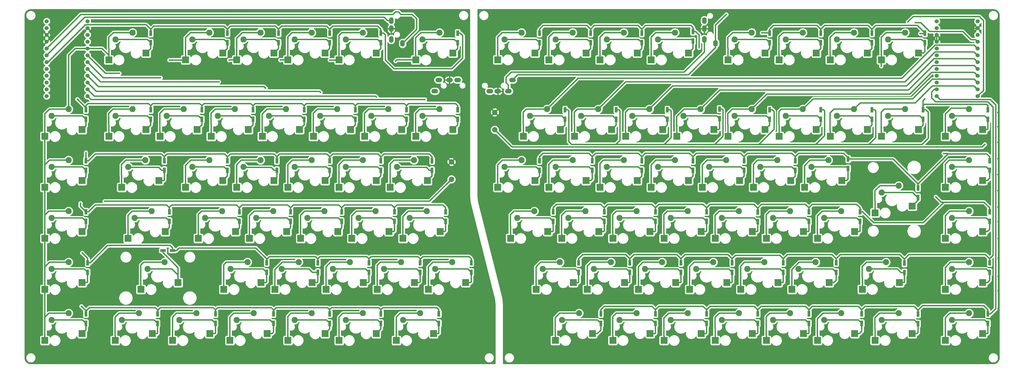
<source format=gbl>
G04 #@! TF.GenerationSoftware,KiCad,Pcbnew,(5.1.5)-3*
G04 #@! TF.CreationDate,2020-07-19T18:58:00+09:00*
G04 #@! TF.ProjectId,Pistachio,50697374-6163-4686-996f-2e6b69636164,rev?*
G04 #@! TF.SameCoordinates,Original*
G04 #@! TF.FileFunction,Copper,L2,Bot*
G04 #@! TF.FilePolarity,Positive*
%FSLAX46Y46*%
G04 Gerber Fmt 4.6, Leading zero omitted, Abs format (unit mm)*
G04 Created by KiCad (PCBNEW (5.1.5)-3) date 2020-07-19 18:58:00*
%MOMM*%
%LPD*%
G04 APERTURE LIST*
%ADD10R,1.000000X2.000000*%
%ADD11C,1.524000*%
%ADD12R,2.550000X2.500000*%
%ADD13C,2.286000*%
%ADD14O,2.500000X1.700000*%
%ADD15O,1.700000X2.500000*%
%ADD16R,2.000000X1.000000*%
%ADD17C,2.000000*%
%ADD18C,0.600000*%
%ADD19C,0.500000*%
%ADD20C,0.254000*%
G04 APERTURE END LIST*
D10*
X214312700Y-162627970D03*
X214312700Y-166177970D03*
D11*
X399741300Y-53432970D03*
X399741300Y-55972970D03*
X399741300Y-58512970D03*
X399741300Y-61052970D03*
X399741300Y-63592970D03*
X399741300Y-66132970D03*
X399741300Y-68672970D03*
X399741300Y-71212970D03*
X399741300Y-73752970D03*
X399741300Y-76292970D03*
X399741300Y-78832970D03*
X399741300Y-81372970D03*
X414961300Y-81372970D03*
X414961300Y-78832970D03*
X414961300Y-76292970D03*
X414961300Y-73752970D03*
X414961300Y-71212970D03*
X414961300Y-68672970D03*
X414961300Y-66132970D03*
X414961300Y-63592970D03*
X414961300Y-61052970D03*
X414961300Y-58512970D03*
X414961300Y-55972970D03*
X414961300Y-53432970D03*
D12*
X91428950Y-67799220D03*
D13*
X100258950Y-57639220D03*
X93908950Y-60179220D03*
D12*
X105278950Y-65259220D03*
D14*
X233233700Y-79507970D03*
X236233700Y-79507970D03*
X240233700Y-79507970D03*
X241733700Y-75307970D03*
X221299700Y-75307970D03*
X218299700Y-75307970D03*
X214299700Y-75307970D03*
X212799700Y-79507970D03*
D12*
X110041450Y-112884220D03*
D13*
X98671450Y-107804220D03*
X105021450Y-105264220D03*
D12*
X96191450Y-115424220D03*
X120003950Y-115424220D03*
D13*
X128833950Y-105264220D03*
X122483950Y-107804220D03*
D12*
X133853950Y-112884220D03*
X157666450Y-131934220D03*
D13*
X146296450Y-126854220D03*
X152646450Y-124314220D03*
D12*
X143816450Y-134474220D03*
X205235700Y-150984220D03*
D13*
X193865700Y-145904220D03*
X200215700Y-143364220D03*
D12*
X191385700Y-153524220D03*
X177161700Y-172574220D03*
D13*
X185991700Y-162414220D03*
X179641700Y-164954220D03*
D12*
X191011700Y-170034220D03*
X117224700Y-150984220D03*
D13*
X105854700Y-145904220D03*
X112204700Y-143364220D03*
D12*
X103374700Y-153524220D03*
X134235700Y-153524220D03*
D13*
X143065700Y-143364220D03*
X136715700Y-145904220D03*
D12*
X148085700Y-150984220D03*
X186678950Y-96374220D03*
D13*
X195508950Y-86214220D03*
X189158950Y-88754220D03*
D12*
X200528950Y-93834220D03*
X67616450Y-153524220D03*
D13*
X76446450Y-143364220D03*
X70096450Y-145904220D03*
D12*
X81466450Y-150984220D03*
X81466450Y-170034220D03*
D13*
X70096450Y-164954220D03*
X76446450Y-162414220D03*
D12*
X67616450Y-172574220D03*
X212347700Y-170034220D03*
D13*
X200977700Y-164954220D03*
X207327700Y-162414220D03*
D12*
X198497700Y-172574220D03*
X112422700Y-131934220D03*
D13*
X101052700Y-126854220D03*
X107402700Y-124314220D03*
D12*
X98572700Y-134474220D03*
X245790200Y-96364220D03*
D13*
X254620200Y-86204220D03*
X248270200Y-88744220D03*
D12*
X259640200Y-93824220D03*
X269165200Y-65249220D03*
D13*
X257795200Y-60169220D03*
X264145200Y-57629220D03*
D12*
X255315200Y-67789220D03*
X210435700Y-153524220D03*
D13*
X219265700Y-143364220D03*
X212915700Y-145904220D03*
D12*
X224285700Y-150984220D03*
X321990200Y-96364220D03*
D13*
X330820200Y-86204220D03*
X324470200Y-88744220D03*
D12*
X335840200Y-93824220D03*
X360090200Y-96364220D03*
D13*
X368920200Y-86204220D03*
X362570200Y-88744220D03*
D12*
X373940200Y-93824220D03*
X416802700Y-93824220D03*
D13*
X405432700Y-88744220D03*
X411782700Y-86204220D03*
D12*
X402952700Y-96364220D03*
X129035700Y-170034220D03*
D13*
X117665700Y-164954220D03*
X124015700Y-162414220D03*
D12*
X115185700Y-172574220D03*
X162866450Y-134474220D03*
D13*
X171696450Y-124314220D03*
X165346450Y-126854220D03*
D12*
X176716450Y-131934220D03*
X93810200Y-172574220D03*
D13*
X102640200Y-162414220D03*
X96290200Y-164954220D03*
D12*
X107660200Y-170034220D03*
X196203950Y-115424220D03*
D13*
X205033950Y-105264220D03*
X198683950Y-107804220D03*
D12*
X210053950Y-112884220D03*
X136521700Y-172574220D03*
D13*
X145351700Y-162414220D03*
X139001700Y-164954220D03*
D12*
X150371700Y-170034220D03*
X307265200Y-65249220D03*
D13*
X295895200Y-60169220D03*
X302245200Y-57629220D03*
D12*
X293415200Y-67789220D03*
X274365200Y-67789220D03*
D13*
X283195200Y-57629220D03*
X276845200Y-60169220D03*
D12*
X288215200Y-65249220D03*
X392990200Y-65249220D03*
D13*
X381620200Y-60169220D03*
X387970200Y-57629220D03*
D12*
X379140200Y-67789220D03*
X171953950Y-112884220D03*
D13*
X160583950Y-107804220D03*
X166933950Y-105264220D03*
D12*
X158103950Y-115424220D03*
X67616450Y-115424220D03*
D13*
X76446450Y-105264220D03*
X70096450Y-107804220D03*
D12*
X81466450Y-112884220D03*
X81466450Y-131934220D03*
D13*
X70096450Y-126854220D03*
X76446450Y-124314220D03*
D12*
X67616450Y-134474220D03*
X124766450Y-134474220D03*
D13*
X133596450Y-124314220D03*
X127246450Y-126854220D03*
D12*
X138616450Y-131934220D03*
X219578950Y-93834220D03*
D13*
X208208950Y-88754220D03*
X214558950Y-86214220D03*
D12*
X205728950Y-96374220D03*
X167135700Y-150940970D03*
D13*
X155765700Y-145860970D03*
X162115700Y-143320970D03*
D12*
X153285700Y-153480970D03*
X195766450Y-131934220D03*
D13*
X184396450Y-126854220D03*
X190746450Y-124314220D03*
D12*
X181916450Y-134474220D03*
X177153950Y-115424220D03*
D13*
X185983950Y-105264220D03*
X179633950Y-107804220D03*
D12*
X191003950Y-112884220D03*
X152903950Y-112884220D03*
D13*
X141533950Y-107804220D03*
X147883950Y-105264220D03*
D12*
X139053950Y-115424220D03*
X214816450Y-131934220D03*
D13*
X203446450Y-126854220D03*
X209796450Y-124314220D03*
D12*
X200966450Y-134474220D03*
X172335700Y-153524220D03*
D13*
X181165700Y-143364220D03*
X174815700Y-145904220D03*
D12*
X186185700Y-150984220D03*
X171961700Y-170034220D03*
D13*
X160591700Y-164954220D03*
X166941700Y-162414220D03*
D12*
X158111700Y-172574220D03*
X236265200Y-67789220D03*
D13*
X245095200Y-57629220D03*
X238745200Y-60169220D03*
D12*
X250115200Y-65249220D03*
X321990200Y-67789220D03*
D13*
X330820200Y-57629220D03*
X324470200Y-60169220D03*
D12*
X335840200Y-65249220D03*
X354890200Y-65249220D03*
D13*
X343520200Y-60169220D03*
X349870200Y-57629220D03*
D12*
X341040200Y-67789220D03*
X360090200Y-67789220D03*
D13*
X368920200Y-57629220D03*
X362570200Y-60169220D03*
D12*
X373940200Y-65249220D03*
X278690200Y-93824220D03*
D13*
X267320200Y-88744220D03*
X273670200Y-86204220D03*
D12*
X264840200Y-96364220D03*
X283890200Y-96364220D03*
D13*
X292720200Y-86204220D03*
X286370200Y-88744220D03*
D12*
X297740200Y-93824220D03*
X316790200Y-93824220D03*
D13*
X305420200Y-88744220D03*
X311770200Y-86204220D03*
D12*
X302940200Y-96364220D03*
X354890200Y-93824220D03*
D13*
X343520200Y-88744220D03*
X349870200Y-86204220D03*
D12*
X341040200Y-96364220D03*
X379140200Y-96364220D03*
D13*
X387970200Y-86204220D03*
X381620200Y-88744220D03*
D12*
X392990200Y-93824220D03*
X236265200Y-115414220D03*
D13*
X245095200Y-105254220D03*
X238745200Y-107794220D03*
D12*
X250115200Y-112874220D03*
X269165200Y-112874220D03*
D13*
X257795200Y-107794220D03*
X264145200Y-105254220D03*
D12*
X255315200Y-115414220D03*
X312465200Y-115414220D03*
D13*
X321295200Y-105254220D03*
X314945200Y-107794220D03*
D12*
X326315200Y-112874220D03*
X364415200Y-112874220D03*
D13*
X353045200Y-107794220D03*
X359395200Y-105254220D03*
D12*
X350565200Y-115414220D03*
X390608950Y-122399220D03*
D13*
X379238950Y-117319220D03*
X385588950Y-114779220D03*
D12*
X376758950Y-124939220D03*
X416802700Y-112874220D03*
D13*
X405432700Y-107794220D03*
X411782700Y-105254220D03*
D12*
X402952700Y-115414220D03*
X241027700Y-134464220D03*
D13*
X249857700Y-124304220D03*
X243507700Y-126844220D03*
D12*
X254877700Y-131924220D03*
X273927700Y-131924220D03*
D13*
X262557700Y-126844220D03*
X268907700Y-124304220D03*
D12*
X260077700Y-134464220D03*
X345365200Y-112874220D03*
D13*
X333995200Y-107794220D03*
X340345200Y-105254220D03*
D12*
X331515200Y-115414220D03*
X279127700Y-134464220D03*
D13*
X287957700Y-124304220D03*
X281607700Y-126844220D03*
D12*
X292977700Y-131924220D03*
X317227700Y-134464220D03*
D13*
X326057700Y-124304220D03*
X319707700Y-126844220D03*
D12*
X331077700Y-131924220D03*
X307265200Y-112874220D03*
D13*
X295895200Y-107794220D03*
X302245200Y-105254220D03*
D12*
X293415200Y-115414220D03*
X355327700Y-134464220D03*
D13*
X364157700Y-124304220D03*
X357807700Y-126844220D03*
D12*
X369177700Y-131924220D03*
X312027700Y-131924220D03*
D13*
X300657700Y-126844220D03*
X307007700Y-124304220D03*
D12*
X298177700Y-134464220D03*
X274365200Y-115414220D03*
D13*
X283195200Y-105254220D03*
X276845200Y-107794220D03*
D12*
X288215200Y-112874220D03*
X350127700Y-131924220D03*
D13*
X338757700Y-126844220D03*
X345107700Y-124304220D03*
D12*
X336277700Y-134464220D03*
X402952700Y-134464220D03*
D13*
X411782700Y-124304220D03*
X405432700Y-126844220D03*
D12*
X416802700Y-131924220D03*
X283452700Y-150974220D03*
D13*
X272082700Y-145894220D03*
X278432700Y-143354220D03*
D12*
X269602700Y-153514220D03*
X326752700Y-153514220D03*
D13*
X335582700Y-143354220D03*
X329232700Y-145894220D03*
D12*
X340602700Y-150974220D03*
X250552700Y-153514220D03*
D13*
X259382700Y-143354220D03*
X253032700Y-145894220D03*
D12*
X264402700Y-150974220D03*
X385846450Y-150974220D03*
D13*
X374476450Y-145894220D03*
X380826450Y-143354220D03*
D12*
X371996450Y-153514220D03*
X359652700Y-150974220D03*
D13*
X348282700Y-145894220D03*
X354632700Y-143354220D03*
D12*
X345802700Y-153514220D03*
X416802700Y-150974220D03*
D13*
X405432700Y-145894220D03*
X411782700Y-143354220D03*
D12*
X402952700Y-153514220D03*
X288652700Y-153514220D03*
D13*
X297482700Y-143354220D03*
X291132700Y-145894220D03*
D12*
X302502700Y-150974220D03*
X321552700Y-150974220D03*
D13*
X310182700Y-145894220D03*
X316532700Y-143354220D03*
D12*
X307702700Y-153514220D03*
X257696450Y-172564220D03*
D13*
X266526450Y-162404220D03*
X260176450Y-164944220D03*
D12*
X271546450Y-170024220D03*
X336277700Y-172564220D03*
D13*
X345107700Y-162404220D03*
X338757700Y-164944220D03*
D12*
X350127700Y-170024220D03*
X292977700Y-170024220D03*
D13*
X281607700Y-164944220D03*
X287957700Y-162404220D03*
D12*
X279127700Y-172564220D03*
X298177700Y-172564220D03*
D13*
X307007700Y-162404220D03*
X300657700Y-164944220D03*
D12*
X312027700Y-170024220D03*
X317227700Y-172564220D03*
D13*
X326057700Y-162404220D03*
X319707700Y-164944220D03*
D12*
X331077700Y-170024220D03*
X139053950Y-67799220D03*
D13*
X147883950Y-57639220D03*
X141533950Y-60179220D03*
D12*
X152903950Y-65259220D03*
X219578950Y-65259220D03*
D13*
X208208950Y-60179220D03*
X214558950Y-57639220D03*
D12*
X205728950Y-67799220D03*
X177153950Y-67799220D03*
D13*
X185983950Y-57639220D03*
X179633950Y-60179220D03*
D12*
X191003950Y-65259220D03*
X67616450Y-96374220D03*
D13*
X76446450Y-86214220D03*
X70096450Y-88754220D03*
D12*
X81466450Y-93834220D03*
X105278950Y-93834220D03*
D13*
X93908950Y-88754220D03*
X100258950Y-86214220D03*
D12*
X91428950Y-96374220D03*
X133853950Y-65259220D03*
D13*
X122483950Y-60179220D03*
X128833950Y-57639220D03*
D12*
X120003950Y-67799220D03*
X143378950Y-93834220D03*
D13*
X132008950Y-88754220D03*
X138358950Y-86214220D03*
D12*
X129528950Y-96374220D03*
X171953950Y-65259220D03*
D13*
X160583950Y-60179220D03*
X166933950Y-57639220D03*
D12*
X158103950Y-67799220D03*
X110478950Y-96374220D03*
D13*
X119308950Y-86214220D03*
X112958950Y-88754220D03*
D12*
X124328950Y-93834220D03*
X148578950Y-96374220D03*
D13*
X157408950Y-86214220D03*
X151058950Y-88754220D03*
D12*
X162428950Y-93834220D03*
X181478950Y-93834220D03*
D13*
X170108950Y-88754220D03*
X176458950Y-86214220D03*
D12*
X167628950Y-96374220D03*
X369177700Y-170024220D03*
D13*
X357807700Y-164944220D03*
X364157700Y-162404220D03*
D12*
X355327700Y-172564220D03*
X376758950Y-172564220D03*
D13*
X385588950Y-162404220D03*
X379238950Y-164944220D03*
D12*
X390608950Y-170024220D03*
X402952700Y-172564220D03*
D13*
X411782700Y-162404220D03*
X405432700Y-164944220D03*
D12*
X416802700Y-170024220D03*
D15*
X200791700Y-61648970D03*
X196591700Y-60148970D03*
X196591700Y-56148970D03*
X196591700Y-53148970D03*
X313177700Y-53148970D03*
X313177700Y-56148970D03*
X313177700Y-60148970D03*
X317377700Y-61648970D03*
D10*
X106997700Y-57852970D03*
X106997700Y-61402970D03*
X135572700Y-61402970D03*
X135572700Y-57852970D03*
X154622700Y-57852970D03*
X154622700Y-61402970D03*
X173672700Y-61402970D03*
X173672700Y-57852970D03*
X192722700Y-57852970D03*
X192722700Y-61402970D03*
X221297700Y-61402970D03*
X221297700Y-57852970D03*
X82867700Y-86427970D03*
X82867700Y-89977970D03*
X106997700Y-89977970D03*
X106997700Y-86427970D03*
X126047700Y-86427970D03*
X126047700Y-89977970D03*
X145097700Y-89977970D03*
X145097700Y-86427970D03*
X164147700Y-86427970D03*
X164147700Y-89977970D03*
X183197700Y-89977970D03*
X183197700Y-86427970D03*
X202247700Y-86427970D03*
X202247700Y-89977970D03*
X221297700Y-89977970D03*
X221297700Y-86427970D03*
X82867700Y-105477970D03*
X82867700Y-109027970D03*
X112077700Y-109027970D03*
X112077700Y-105477970D03*
X135572700Y-109027970D03*
X135572700Y-105477970D03*
X153987700Y-105477970D03*
X153987700Y-109027970D03*
X173672700Y-109027970D03*
X173672700Y-105477970D03*
X192722700Y-105477970D03*
X192722700Y-109027970D03*
X211772700Y-109027970D03*
X211772700Y-105477970D03*
X82867700Y-128077970D03*
X82867700Y-124527970D03*
X113982700Y-124527970D03*
X113982700Y-128077970D03*
X140017700Y-124527970D03*
X140017700Y-128077970D03*
X159067700Y-128077970D03*
X159067700Y-124527970D03*
X178117700Y-124527970D03*
X178117700Y-128077970D03*
X197802700Y-128077970D03*
X197802700Y-124527970D03*
X216852700Y-124527970D03*
X216852700Y-128077970D03*
X83502700Y-143577970D03*
X83502700Y-147127970D03*
D16*
X111572700Y-139002970D03*
X115122700Y-139002970D03*
D10*
X150177700Y-147127970D03*
X150177700Y-143577970D03*
X169227700Y-147127970D03*
X169227700Y-143577970D03*
X188277700Y-147127970D03*
X188277700Y-143577970D03*
X207327700Y-143577970D03*
X207327700Y-147127970D03*
X226377700Y-147127970D03*
X226377700Y-143577970D03*
X82867700Y-166177970D03*
X82867700Y-162627970D03*
X109537700Y-162627970D03*
X109537700Y-166177970D03*
X131127700Y-162627970D03*
X131127700Y-166177970D03*
X152717700Y-162627970D03*
X152717700Y-166177970D03*
X173672700Y-166177970D03*
X173672700Y-162627970D03*
X192722700Y-162627970D03*
X192722700Y-166177970D03*
X251777700Y-61402970D03*
X251777700Y-57852970D03*
X270827700Y-57852970D03*
X270827700Y-61402970D03*
X289877700Y-57852970D03*
X289877700Y-61402970D03*
X308927700Y-60767970D03*
X308927700Y-57217970D03*
X337502700Y-61402970D03*
X337502700Y-57852970D03*
X356552700Y-57852970D03*
X356552700Y-61402970D03*
X375602700Y-61402970D03*
X375602700Y-57852970D03*
X395287700Y-57852970D03*
X395287700Y-61402970D03*
X261302700Y-89977970D03*
X261302700Y-86427970D03*
X280352700Y-86427970D03*
X280352700Y-89977970D03*
X299402700Y-89977970D03*
X299402700Y-86427970D03*
X318833700Y-86173970D03*
X318833700Y-89723970D03*
X337502700Y-89977970D03*
X337502700Y-86427970D03*
X356552700Y-86427970D03*
X356552700Y-89977970D03*
X375602700Y-89977970D03*
X375602700Y-86427970D03*
X394652700Y-86427970D03*
X394652700Y-89977970D03*
X418782700Y-89977970D03*
X418782700Y-86427970D03*
X251777700Y-105477970D03*
X251777700Y-109027970D03*
X271462700Y-109027970D03*
X271462700Y-105477970D03*
X289877700Y-105477970D03*
X289877700Y-109027970D03*
X308927700Y-109027970D03*
X308927700Y-105477970D03*
X327977700Y-105477970D03*
X327977700Y-109027970D03*
X347027700Y-109027970D03*
X347027700Y-105477970D03*
X366712700Y-104842970D03*
X366712700Y-108392970D03*
X392747700Y-119187970D03*
X392747700Y-115637970D03*
X419417700Y-105477970D03*
X419417700Y-109027970D03*
X256857700Y-128077970D03*
X256857700Y-124527970D03*
X275907700Y-124527970D03*
X275907700Y-128077970D03*
X294957700Y-128077970D03*
X294957700Y-124527970D03*
X314007700Y-124527970D03*
X314007700Y-128077970D03*
X333057700Y-128207970D03*
X333057700Y-124657970D03*
X352107700Y-124527970D03*
X352107700Y-128077970D03*
X371157700Y-128077970D03*
X371157700Y-124527970D03*
X419417700Y-124527970D03*
X419417700Y-128077970D03*
X266382700Y-143577970D03*
X266382700Y-147127970D03*
X285432700Y-147127970D03*
X285432700Y-143577970D03*
X304482700Y-143577970D03*
X304482700Y-147127970D03*
X323532700Y-147127970D03*
X323532700Y-143577970D03*
X342582700Y-143577970D03*
X342582700Y-147127970D03*
X362267700Y-147127970D03*
X362267700Y-143577970D03*
X387667700Y-143707970D03*
X387667700Y-147257970D03*
X419417700Y-147127970D03*
X419417700Y-143577970D03*
X274637700Y-166177970D03*
X274637700Y-162627970D03*
X294957700Y-162627970D03*
X294957700Y-166177970D03*
X314007700Y-166177970D03*
X314007700Y-162627970D03*
X333057700Y-162627970D03*
X333057700Y-166177970D03*
X352107700Y-166177970D03*
X352107700Y-162627970D03*
X371792700Y-162627970D03*
X371792700Y-166177970D03*
X392747700Y-166307970D03*
X392747700Y-162757970D03*
X418782700Y-162627970D03*
X418782700Y-166177970D03*
D17*
X219011700Y-105907970D03*
X219011700Y-112407970D03*
X235128000Y-93916770D03*
X235128000Y-87416770D03*
D11*
X83491300Y-53404970D03*
X83491300Y-55944970D03*
X83491300Y-58484970D03*
X83491300Y-61024970D03*
X83491300Y-63564970D03*
X83491300Y-66104970D03*
X83491300Y-68644970D03*
X83491300Y-71184970D03*
X83491300Y-73724970D03*
X83491300Y-76264970D03*
X83491300Y-78804970D03*
X83491300Y-81344970D03*
X68271300Y-81344970D03*
X68271300Y-78804970D03*
X68271300Y-76264970D03*
X68271300Y-73724970D03*
X68271300Y-71184970D03*
X68271300Y-68644970D03*
X68271300Y-66104970D03*
X68271300Y-63564970D03*
X68271300Y-61024970D03*
X68271300Y-58484970D03*
X68271300Y-55944970D03*
X68271300Y-53404970D03*
D18*
X79692700Y-82487970D03*
X82867700Y-102426970D03*
X80835700Y-121349970D03*
X81470700Y-139891970D03*
X81216700Y-159830970D03*
X204406700Y-56833970D03*
X61277700Y-53912970D03*
X61277700Y-61532970D03*
X61277700Y-69152970D03*
X61277700Y-76772970D03*
X61277700Y-84392970D03*
X61277700Y-92012970D03*
X61277700Y-99632970D03*
X61277700Y-109792970D03*
X61277700Y-119952970D03*
X61277700Y-130112970D03*
X61277700Y-142812970D03*
X61277700Y-152972970D03*
X61277700Y-163132970D03*
X61277700Y-173292970D03*
X66357700Y-178372970D03*
X84137700Y-178372970D03*
X94297700Y-178372970D03*
X104457700Y-178372970D03*
X117157700Y-178372970D03*
X129857700Y-178372970D03*
X142557700Y-178372970D03*
X155257700Y-178372970D03*
X170497700Y-178372970D03*
X185737700Y-178372970D03*
X198437700Y-178372970D03*
X208597700Y-178372970D03*
X221297700Y-178372970D03*
X228917700Y-178372970D03*
X233997700Y-173292970D03*
X233997700Y-165672970D03*
X233997700Y-158052970D03*
X231457700Y-150432970D03*
X228917700Y-142812970D03*
X226377700Y-132652970D03*
X223837700Y-122492970D03*
X223837700Y-114872970D03*
X223837700Y-104712970D03*
X223837700Y-92012970D03*
X223837700Y-81852970D03*
X223837700Y-71692970D03*
X223837700Y-53912970D03*
X216217700Y-51372970D03*
X208597700Y-51372970D03*
X205041700Y-49340970D03*
X195135700Y-49340970D03*
X184975700Y-49340970D03*
X174815700Y-49340970D03*
X164147700Y-49340970D03*
X152971700Y-49340970D03*
X142303700Y-49340970D03*
X131889700Y-49340970D03*
X121729700Y-49340970D03*
X112585700Y-49340970D03*
X104203700Y-49340970D03*
X96329700Y-49340970D03*
X88963700Y-49340970D03*
X81597700Y-49340970D03*
X73723700Y-49340970D03*
X66103700Y-49340970D03*
X84137700Y-117412970D03*
X86677700Y-127572970D03*
X94297700Y-127572970D03*
X86677700Y-135192970D03*
X94297700Y-135192970D03*
X86677700Y-145352970D03*
X94297700Y-145352970D03*
X94297700Y-152972970D03*
X86677700Y-152972970D03*
X86677700Y-163132970D03*
X86677700Y-170752970D03*
X86677700Y-175832970D03*
X94297700Y-175832970D03*
X101917700Y-175832970D03*
X109537700Y-175832970D03*
X117157700Y-175832970D03*
X73977700Y-175832970D03*
X71437700Y-137732970D03*
X71437700Y-158052970D03*
X71437700Y-119952970D03*
X71437700Y-102172970D03*
X79057700Y-102172970D03*
X124777700Y-145352970D03*
X124777700Y-150432970D03*
X129857700Y-158052970D03*
X140017700Y-158052970D03*
X132397700Y-175832970D03*
X140017700Y-175832970D03*
X150177700Y-175832970D03*
X160337700Y-175832970D03*
X173037700Y-175832970D03*
X183197700Y-175832970D03*
X152717700Y-158052970D03*
X160337700Y-158052970D03*
X193357700Y-175832970D03*
X203517700Y-175832970D03*
X213677700Y-175832970D03*
X221297700Y-173292970D03*
X231457700Y-173292970D03*
X231457700Y-168212970D03*
X231457700Y-163132970D03*
X216217700Y-173292970D03*
X211137700Y-158052970D03*
X203517700Y-158052970D03*
X198437700Y-158052970D03*
X190817700Y-158052970D03*
X180657700Y-158052970D03*
X173037700Y-158052970D03*
X223837700Y-137732970D03*
X221297700Y-135192970D03*
X216217700Y-137732970D03*
X206057700Y-137732970D03*
X198437700Y-137732970D03*
X188277700Y-137732970D03*
X183197700Y-137732970D03*
X178117700Y-137732970D03*
X167957700Y-137732970D03*
X157797700Y-137732970D03*
X150177700Y-137732970D03*
X145097700Y-140272970D03*
X140017700Y-140272970D03*
X134937700Y-140272970D03*
X127317700Y-140272970D03*
X129857700Y-145352970D03*
X117157700Y-135192970D03*
X119697700Y-130112970D03*
X119697700Y-125032970D03*
X117157700Y-125032970D03*
X117157700Y-130112970D03*
X119697700Y-135192970D03*
X91757700Y-112332970D03*
X91757700Y-107252970D03*
X91757700Y-99632970D03*
X96837700Y-99632970D03*
X106997700Y-99632970D03*
X114617700Y-99632970D03*
X124777700Y-99632970D03*
X114617700Y-104712970D03*
X114617700Y-109792970D03*
X114617700Y-117412970D03*
X132397700Y-99632970D03*
X142557700Y-99632970D03*
X150177700Y-99632970D03*
X155257700Y-99632970D03*
X162877700Y-99632970D03*
X170497700Y-99632970D03*
X180657700Y-99632970D03*
X188277700Y-99632970D03*
X193357700Y-99632970D03*
X200977700Y-99632970D03*
X208597700Y-99632970D03*
X213677700Y-102172970D03*
X218757700Y-99632970D03*
X218757700Y-102172970D03*
X213677700Y-109792970D03*
X213677700Y-114872970D03*
X216217700Y-109792970D03*
X218757700Y-117412970D03*
X216217700Y-119952970D03*
X221297700Y-99632970D03*
X218757700Y-81852970D03*
X213677700Y-81852970D03*
X206057700Y-76772970D03*
X198437700Y-76772970D03*
X193357700Y-76772970D03*
X185737700Y-76772970D03*
X175577700Y-76772970D03*
X167957700Y-76772970D03*
X160337700Y-76772970D03*
X152717700Y-76772970D03*
X155257700Y-74232970D03*
X160337700Y-74232970D03*
X160337700Y-71692970D03*
X157797700Y-71692970D03*
X162877700Y-71692970D03*
X175577700Y-71692970D03*
X180657700Y-74232970D03*
X183197700Y-71692970D03*
X188277700Y-74232970D03*
X190817700Y-71692970D03*
X198437700Y-74232970D03*
X145097700Y-71692970D03*
X142557700Y-74232970D03*
X140017700Y-71692970D03*
X137477700Y-74232970D03*
X134937700Y-71692970D03*
X132397700Y-74232970D03*
X124777700Y-74232970D03*
X127317700Y-71692970D03*
X122237700Y-71692970D03*
X119697700Y-74232970D03*
X117157700Y-71692970D03*
X114617700Y-74232970D03*
X109537700Y-69152970D03*
X104457700Y-71692970D03*
X109537700Y-64072970D03*
X114617700Y-64072970D03*
X109537700Y-58992970D03*
X114617700Y-58992970D03*
X73977700Y-69152970D03*
X73977700Y-71692970D03*
X71437700Y-71692970D03*
X71437700Y-69152970D03*
X150939700Y-58357970D03*
X132016700Y-58230970D03*
X170497700Y-58357970D03*
X189547700Y-58103970D03*
X175831700Y-58103970D03*
X78295700Y-73470970D03*
X81470700Y-73343970D03*
X228282700Y-166307970D03*
X227647700Y-161862970D03*
X217487700Y-161862970D03*
X226377700Y-175832970D03*
X218757700Y-175832970D03*
X216217700Y-164402970D03*
X225742700Y-156147970D03*
X230822700Y-156147970D03*
X228282700Y-152337970D03*
X220662700Y-127572970D03*
X311213700Y-63310970D03*
X334581700Y-57722970D03*
X393509700Y-57976970D03*
X395317700Y-82360970D03*
X402287700Y-102752970D03*
X399351700Y-118936970D03*
X321373700Y-50864966D03*
X113982700Y-67882970D03*
X95313700Y-72835970D03*
X136207700Y-67882970D03*
X110680700Y-74486970D03*
X155257700Y-67882970D03*
X132397698Y-76010970D03*
X149796700Y-78423966D03*
X173672700Y-67882970D03*
X170243700Y-79947970D03*
X198183700Y-68263970D03*
X191071700Y-81725970D03*
X209105700Y-82614970D03*
X89852700Y-120587970D03*
X388937700Y-53658986D03*
X379031700Y-70168970D03*
X417639700Y-99378970D03*
X411095299Y-49654569D03*
X403017700Y-56042970D03*
X244157700Y-178372970D03*
X259397700Y-178372970D03*
X269557700Y-178372970D03*
X279717700Y-178372970D03*
X292417700Y-178372970D03*
X305117700Y-178372970D03*
X317817700Y-178372970D03*
X327977700Y-178372970D03*
X338137700Y-178372970D03*
X348297700Y-178372970D03*
X358457700Y-178372970D03*
X368617700Y-178372970D03*
X381317700Y-178372970D03*
X388937700Y-178372970D03*
X396557700Y-178372970D03*
X409257700Y-178372970D03*
X414337700Y-178372970D03*
X421957700Y-175832970D03*
X421957700Y-170752970D03*
X421957700Y-165672970D03*
X409257700Y-175832970D03*
X399097700Y-175832970D03*
X394017700Y-175832970D03*
X378777700Y-175832970D03*
X371157700Y-175832970D03*
X358457700Y-175832970D03*
X350837700Y-175832970D03*
X338137700Y-175832970D03*
X330517700Y-175832970D03*
X322897700Y-175832970D03*
X312737700Y-175832970D03*
X302577700Y-175832970D03*
X292417700Y-175832970D03*
X282257700Y-175832970D03*
X274637700Y-175832970D03*
X261937700Y-175832970D03*
X251777700Y-175832970D03*
X246697700Y-175832970D03*
X241617700Y-175832970D03*
X241617700Y-155512970D03*
X241617700Y-150432970D03*
X246697700Y-150432970D03*
X246697700Y-155512970D03*
X241617700Y-145352970D03*
X236537700Y-140272970D03*
X241617700Y-140272970D03*
X246697700Y-140272970D03*
X246697700Y-145352970D03*
X236537700Y-135192970D03*
X236537700Y-130112970D03*
X233997700Y-127572970D03*
X231457700Y-122492970D03*
X236537700Y-122492970D03*
X231457700Y-117412970D03*
X239077700Y-119952970D03*
X231457700Y-112332970D03*
X231457700Y-104712970D03*
X231457700Y-97092970D03*
X233997700Y-99632970D03*
X236537700Y-102172970D03*
X244157700Y-119952970D03*
X251777700Y-119952970D03*
X256857700Y-119952970D03*
X261937700Y-119952970D03*
X272097700Y-119952970D03*
X279717700Y-119952970D03*
X284797700Y-119952970D03*
X292417700Y-119952970D03*
X300037700Y-119952970D03*
X305117700Y-119952970D03*
X310197700Y-119952970D03*
X317817700Y-119952970D03*
X322897700Y-119952970D03*
X330517700Y-119952970D03*
X335597700Y-119952970D03*
X340677700Y-119952970D03*
X348297700Y-119952970D03*
X353377700Y-119952970D03*
X360997700Y-119952970D03*
X368617700Y-119952970D03*
X373697700Y-119952970D03*
X373697700Y-114872970D03*
X368617700Y-114872970D03*
X371157700Y-109792970D03*
X378777700Y-112332970D03*
X381317700Y-109792970D03*
X399097700Y-170752970D03*
X399097700Y-163132970D03*
X399097700Y-155512970D03*
X394017700Y-155512970D03*
X388937700Y-155512970D03*
X391477700Y-150432970D03*
X399097700Y-150432970D03*
X399097700Y-145352970D03*
X391477700Y-145352970D03*
X399097700Y-137732970D03*
X391477700Y-137732970D03*
X383857700Y-135192970D03*
X371157700Y-137732970D03*
X368617700Y-145352970D03*
X366077700Y-142812970D03*
X368617700Y-142812970D03*
X366077700Y-145352970D03*
X366077700Y-150432970D03*
X368617700Y-150432970D03*
X368617700Y-158052970D03*
X376237700Y-158052970D03*
X360997700Y-155512970D03*
X350837700Y-158052970D03*
X340677700Y-158052970D03*
X333057700Y-158052970D03*
X327977700Y-158052970D03*
X320357700Y-158052970D03*
X312737700Y-158052970D03*
X305117700Y-158052970D03*
X297497700Y-158052970D03*
X289877700Y-158052970D03*
X282257700Y-158052970D03*
X274637700Y-158052970D03*
X269557700Y-158052970D03*
X259397700Y-158052970D03*
X254317700Y-137732970D03*
X261937700Y-137732970D03*
X267017700Y-137732970D03*
X274637700Y-137732970D03*
X282257700Y-137732970D03*
X292417700Y-137732970D03*
X300037700Y-137732970D03*
X312737700Y-137732970D03*
X322897700Y-137732970D03*
X333057700Y-137732970D03*
X343217700Y-137732970D03*
X350837700Y-137732970D03*
X360997700Y-137732970D03*
X368617700Y-137732970D03*
X388937700Y-102172970D03*
X381317700Y-102172970D03*
X373697700Y-102172970D03*
X368617700Y-102172970D03*
X394017700Y-104712970D03*
X241617700Y-92012970D03*
X241617700Y-86932970D03*
X241617700Y-81852970D03*
X231457700Y-81852970D03*
X246697700Y-76772970D03*
X251777700Y-76772970D03*
X251777700Y-81852970D03*
X246697700Y-81852970D03*
X256857700Y-76772970D03*
X261937700Y-81852970D03*
X267017700Y-76772970D03*
X267017700Y-81852970D03*
X272097700Y-76772970D03*
X277177700Y-76772970D03*
X279717700Y-84392970D03*
X284797700Y-79312970D03*
X289877700Y-79312970D03*
X287337700Y-84392970D03*
X294957700Y-79312970D03*
X302577700Y-79312970D03*
X307657700Y-79312970D03*
X302577700Y-81852970D03*
X307657700Y-81852970D03*
X320357700Y-81852970D03*
X327977700Y-81852970D03*
X340677700Y-81852970D03*
X345757700Y-81852970D03*
X383857700Y-71692970D03*
X366077700Y-71692970D03*
X358457700Y-71692970D03*
X345757700Y-71692970D03*
X340677700Y-71692970D03*
X330517700Y-71692970D03*
X320357700Y-71692970D03*
X315277700Y-71692970D03*
X289877700Y-69152970D03*
X269557700Y-69152970D03*
X251777700Y-69152970D03*
X236537700Y-71692970D03*
X310197700Y-49340970D03*
X298513700Y-49340970D03*
X287337700Y-49340970D03*
X275653700Y-49340970D03*
X261937700Y-49340970D03*
X251269700Y-49340970D03*
X241109700Y-49340970D03*
X234505700Y-49340970D03*
X229933700Y-53912970D03*
X229425700Y-61024970D03*
X229425700Y-69152970D03*
X229425700Y-79312970D03*
X229425700Y-89980970D03*
X316928700Y-49213970D03*
X321373700Y-49086970D03*
X327342700Y-49086970D03*
X333184700Y-49086970D03*
X338264700Y-49086970D03*
X343598700Y-49086970D03*
X349186700Y-49086970D03*
X354139700Y-49086970D03*
X359473700Y-49086970D03*
X365569700Y-49086970D03*
X371157700Y-49086970D03*
X376618700Y-49086970D03*
X384111700Y-49086970D03*
X390715700Y-49086970D03*
X397192700Y-49086970D03*
X404431700Y-49086970D03*
X413448700Y-49086970D03*
X417893700Y-49086970D03*
X422338700Y-54166970D03*
X422211700Y-60008970D03*
X422338700Y-65977970D03*
X422338700Y-70930970D03*
X422338700Y-77407970D03*
X422338700Y-82741970D03*
X422465700Y-87440970D03*
X422465700Y-92774970D03*
X422465700Y-98616970D03*
X422465700Y-104712970D03*
X422465700Y-110681970D03*
X422465700Y-116650970D03*
X422465700Y-122746970D03*
X422592700Y-128207970D03*
X422592700Y-134557970D03*
X422592700Y-141923970D03*
X422592700Y-148654970D03*
X422592700Y-153988970D03*
X422592700Y-160592970D03*
X416496700Y-118301970D03*
X408495700Y-118301970D03*
X401383700Y-118301970D03*
X399732700Y-112713970D03*
X399605700Y-103696970D03*
X399732700Y-96711970D03*
X399859700Y-89472970D03*
X231457700Y-101664970D03*
X231457700Y-99124970D03*
X235140700Y-90742970D03*
X238823700Y-84519970D03*
X231965700Y-84392970D03*
X238823700Y-94933970D03*
X273240700Y-97600970D03*
X292671700Y-97219970D03*
X310578700Y-97219970D03*
X330517700Y-97092970D03*
X349059700Y-97473970D03*
X367728700Y-97727970D03*
X387032700Y-97219970D03*
X244157700Y-173292970D03*
X240347700Y-163132970D03*
X251777700Y-162497970D03*
X251777700Y-165672970D03*
X255587700Y-165672970D03*
X255587700Y-162497970D03*
X237807700Y-146622970D03*
X233362700Y-132017970D03*
X391731700Y-53912970D03*
D19*
X135572700Y-57852970D02*
X135572700Y-56352970D01*
X154622700Y-57852970D02*
X154622700Y-56352970D01*
X173672700Y-57852970D02*
X173672700Y-56352970D01*
X192722700Y-56352970D02*
X192722700Y-57852970D01*
X173672700Y-56352970D02*
X174842700Y-55182970D01*
X191552700Y-55182970D02*
X192722700Y-56352970D01*
X174842700Y-55182970D02*
X191552700Y-55182970D01*
X172502700Y-55182970D02*
X173672700Y-56352970D01*
X154622700Y-56352970D02*
X155792700Y-55182970D01*
X155792700Y-55182970D02*
X172502700Y-55182970D01*
X153452700Y-55182970D02*
X154622700Y-56352970D01*
X135572700Y-56352970D02*
X136742700Y-55182970D01*
X136742700Y-55182970D02*
X153452700Y-55182970D01*
X134402700Y-55182970D02*
X135572700Y-56352970D01*
X106997700Y-56352970D02*
X108167700Y-55182970D01*
X108167700Y-55182970D02*
X134402700Y-55182970D01*
X105307700Y-54662970D02*
X106997700Y-56352970D01*
X82727700Y-54662970D02*
X105307700Y-54662970D01*
X68271300Y-68644970D02*
X68745700Y-68644970D01*
X68745700Y-68644970D02*
X82727700Y-54662970D01*
X222297700Y-57852970D02*
X221297700Y-57852970D01*
X219180700Y-71142970D02*
X223202700Y-67120970D01*
X223202700Y-67120970D02*
X223202700Y-58757970D01*
X193722700Y-57852970D02*
X194373700Y-58503970D01*
X192722700Y-57852970D02*
X193722700Y-57852970D01*
X223202700Y-58757970D02*
X222297700Y-57852970D01*
X194373700Y-58503970D02*
X194373700Y-67882970D01*
X194373700Y-67882970D02*
X197633700Y-71142970D01*
X197633700Y-71142970D02*
X219180700Y-71142970D01*
X106997700Y-57852970D02*
X106997700Y-56352970D01*
X106997700Y-86427970D02*
X106997700Y-84927970D01*
X126047700Y-86427970D02*
X126047700Y-84927970D01*
X145097700Y-86427970D02*
X145097700Y-84927970D01*
X164147700Y-86427970D02*
X164147700Y-84927970D01*
X183197700Y-86427970D02*
X183197700Y-84927970D01*
X202247700Y-86427970D02*
X202247700Y-84927970D01*
X80116964Y-82912234D02*
X79692700Y-82487970D01*
X82867700Y-86427970D02*
X82867700Y-85662970D01*
X82867700Y-85662970D02*
X80116964Y-82912234D01*
X83656700Y-84138970D02*
X106208700Y-84138970D01*
X82867700Y-86427970D02*
X82867700Y-84927970D01*
X106208700Y-84138970D02*
X106997700Y-84927970D01*
X82867700Y-84927970D02*
X83656700Y-84138970D01*
X125258700Y-84138970D02*
X126047700Y-84927970D01*
X106997700Y-84927970D02*
X107786700Y-84138970D01*
X107786700Y-84138970D02*
X125258700Y-84138970D01*
X144308700Y-84138970D02*
X145097700Y-84927970D01*
X126047700Y-84927970D02*
X126836700Y-84138970D01*
X126836700Y-84138970D02*
X144308700Y-84138970D01*
X163358700Y-84138970D02*
X164147700Y-84927970D01*
X145097700Y-84927970D02*
X145886700Y-84138970D01*
X145886700Y-84138970D02*
X163358700Y-84138970D01*
X182408700Y-84138970D02*
X183197700Y-84927970D01*
X164147700Y-84927970D02*
X164936700Y-84138970D01*
X164936700Y-84138970D02*
X182408700Y-84138970D01*
X201458700Y-84138970D02*
X202247700Y-84927970D01*
X183197700Y-84927970D02*
X183986700Y-84138970D01*
X183986700Y-84138970D02*
X201458700Y-84138970D01*
X221297700Y-84927970D02*
X221297700Y-86427970D01*
X220508700Y-84138970D02*
X221297700Y-84927970D01*
X202247700Y-84927970D02*
X203036700Y-84138970D01*
X203036700Y-84138970D02*
X220508700Y-84138970D01*
X82867700Y-105477970D02*
X82867700Y-102426970D01*
X112077700Y-103977970D02*
X112077700Y-105477970D01*
X111034700Y-102934970D02*
X112077700Y-103977970D01*
X82867700Y-105477970D02*
X83867700Y-105477970D01*
X86410700Y-102934970D02*
X111034700Y-102934970D01*
X83867700Y-105477970D02*
X86410700Y-102934970D01*
X193865700Y-102934970D02*
X210729700Y-102934970D01*
X210729700Y-102934970D02*
X211772700Y-103977970D01*
X192722700Y-105477970D02*
X192722700Y-104077970D01*
X211772700Y-103977970D02*
X211772700Y-105477970D01*
X192722700Y-104077970D02*
X193865700Y-102934970D01*
X192722700Y-103977970D02*
X192722700Y-105477970D01*
X191679700Y-102934970D02*
X192722700Y-103977970D01*
X174815700Y-102934970D02*
X191679700Y-102934970D01*
X173672700Y-105477970D02*
X173672700Y-104077970D01*
X173672700Y-104077970D02*
X174815700Y-102934970D01*
X173672700Y-103977970D02*
X173672700Y-105477970D01*
X172629700Y-102934970D02*
X173672700Y-103977970D01*
X155003700Y-102934970D02*
X172629700Y-102934970D01*
X153987700Y-105477970D02*
X153987700Y-103950970D01*
X153987700Y-103950970D02*
X155003700Y-102934970D01*
X153987700Y-103977970D02*
X153987700Y-105477970D01*
X152944700Y-102934970D02*
X153987700Y-103977970D01*
X136715700Y-102934970D02*
X152944700Y-102934970D01*
X135572700Y-105477970D02*
X135572700Y-104077970D01*
X135572700Y-104077970D02*
X136715700Y-102934970D01*
X135572700Y-103977970D02*
X135572700Y-105477970D01*
X113093700Y-102934970D02*
X134529700Y-102934970D01*
X112077700Y-105477970D02*
X112077700Y-103950970D01*
X134529700Y-102934970D02*
X135572700Y-103977970D01*
X112077700Y-103950970D02*
X113093700Y-102934970D01*
X80835700Y-122495970D02*
X82867700Y-124527970D01*
X80835700Y-121349970D02*
X80835700Y-122495970D01*
X113982700Y-123027970D02*
X113982700Y-124527970D01*
X112939700Y-121984970D02*
X113982700Y-123027970D01*
X86410700Y-121984970D02*
X112939700Y-121984970D01*
X82867700Y-124527970D02*
X83867700Y-124527970D01*
X83867700Y-124527970D02*
X86410700Y-121984970D01*
X138974700Y-121984970D02*
X140017700Y-123027970D01*
X114871700Y-121984970D02*
X138974700Y-121984970D01*
X113982700Y-124527970D02*
X113982700Y-122873970D01*
X140017700Y-123027970D02*
X140017700Y-124527970D01*
X113982700Y-122873970D02*
X114871700Y-121984970D01*
X159067700Y-123027970D02*
X159067700Y-124527970D01*
X140017700Y-124527970D02*
X140017700Y-123000970D01*
X158024700Y-121984970D02*
X159067700Y-123027970D01*
X141033700Y-121984970D02*
X158024700Y-121984970D01*
X140017700Y-123000970D02*
X141033700Y-121984970D01*
X178117700Y-123027970D02*
X178117700Y-124527970D01*
X177074700Y-121984970D02*
X178117700Y-123027970D01*
X160083700Y-121984970D02*
X177074700Y-121984970D01*
X159067700Y-124527970D02*
X159067700Y-123000970D01*
X159067700Y-123000970D02*
X160083700Y-121984970D01*
X197802700Y-123027970D02*
X197802700Y-124527970D01*
X179133700Y-121984970D02*
X196759700Y-121984970D01*
X196759700Y-121984970D02*
X197802700Y-123027970D01*
X178117700Y-124527970D02*
X178117700Y-123000970D01*
X178117700Y-123000970D02*
X179133700Y-121984970D01*
X198691700Y-121984970D02*
X215809700Y-121984970D01*
X215809700Y-121984970D02*
X216852700Y-123027970D01*
X197802700Y-124527970D02*
X197802700Y-122873970D01*
X216852700Y-123027970D02*
X216852700Y-124527970D01*
X197802700Y-122873970D02*
X198691700Y-121984970D01*
X83502700Y-143577970D02*
X83502700Y-141923970D01*
X83502700Y-141923970D02*
X81470700Y-139891970D01*
X226377700Y-142077970D02*
X226377700Y-143577970D01*
X208343700Y-141288970D02*
X225588700Y-141288970D01*
X207327700Y-143577970D02*
X207327700Y-142304970D01*
X225588700Y-141288970D02*
X226377700Y-142077970D01*
X207327700Y-142304970D02*
X208343700Y-141288970D01*
X168438700Y-141288970D02*
X169227700Y-142077970D01*
X151193700Y-141288970D02*
X168438700Y-141288970D01*
X150177700Y-143577970D02*
X150177700Y-142304970D01*
X169227700Y-142077970D02*
X169227700Y-143577970D01*
X150177700Y-142304970D02*
X151193700Y-141288970D01*
X188277700Y-142077970D02*
X188277700Y-143577970D01*
X169989700Y-141288970D02*
X187488700Y-141288970D01*
X187488700Y-141288970D02*
X188277700Y-142077970D01*
X169227700Y-143577970D02*
X169227700Y-142050970D01*
X169227700Y-142050970D02*
X169989700Y-141288970D01*
X206538700Y-141288970D02*
X207327700Y-142077970D01*
X189039700Y-141288970D02*
X206538700Y-141288970D01*
X207327700Y-142077970D02*
X207327700Y-143577970D01*
X188277700Y-143577970D02*
X188277700Y-142050970D01*
X188277700Y-142050970D02*
X189039700Y-141288970D01*
X150177700Y-142077970D02*
X150177700Y-143577970D01*
X146162700Y-138062970D02*
X150177700Y-142077970D01*
X117562700Y-138062970D02*
X146162700Y-138062970D01*
X116622700Y-139002970D02*
X117562700Y-138062970D01*
X115122700Y-139002970D02*
X116622700Y-139002970D01*
X115122700Y-138002970D02*
X115122700Y-139002970D01*
X114217700Y-137097970D02*
X115122700Y-138002970D01*
X90982700Y-137097970D02*
X114217700Y-137097970D01*
X83502700Y-143577970D02*
X84502700Y-143577970D01*
X84502700Y-143577970D02*
X90982700Y-137097970D01*
X192722700Y-162627970D02*
X192722700Y-161127970D01*
X82867700Y-162627970D02*
X82867700Y-161481970D01*
X82867700Y-161481970D02*
X81216700Y-159830970D01*
X214312700Y-161127970D02*
X214312700Y-162627970D01*
X213523700Y-160338970D02*
X214312700Y-161127970D01*
X192722700Y-161127970D02*
X193511700Y-160338970D01*
X193511700Y-160338970D02*
X213523700Y-160338970D01*
X191933700Y-160338970D02*
X192722700Y-161127970D01*
X174307700Y-160338970D02*
X191933700Y-160338970D01*
X173672700Y-162627970D02*
X173672700Y-160973970D01*
X173672700Y-160973970D02*
X174307700Y-160338970D01*
X173672700Y-161127970D02*
X173672700Y-162627970D01*
X172883700Y-160338970D02*
X173672700Y-161127970D01*
X153733700Y-160338970D02*
X172883700Y-160338970D01*
X152717700Y-162627970D02*
X152717700Y-161354970D01*
X152717700Y-161354970D02*
X153733700Y-160338970D01*
X151928700Y-160338970D02*
X152717700Y-161127970D01*
X152717700Y-161127970D02*
X152717700Y-162627970D01*
X131889700Y-160338970D02*
X151928700Y-160338970D01*
X131127700Y-162627970D02*
X131127700Y-161100970D01*
X131127700Y-161100970D02*
X131889700Y-160338970D01*
X131127700Y-161127970D02*
X131127700Y-162627970D01*
X110553700Y-160338970D02*
X130338700Y-160338970D01*
X130338700Y-160338970D02*
X131127700Y-161127970D01*
X109537700Y-162627970D02*
X109537700Y-161354970D01*
X109537700Y-161354970D02*
X110553700Y-160338970D01*
X109537700Y-161127970D02*
X109537700Y-162627970D01*
X108748700Y-160338970D02*
X109537700Y-161127970D01*
X82867700Y-162627970D02*
X82867700Y-161608970D01*
X84137700Y-160338970D02*
X108748700Y-160338970D01*
X82867700Y-161608970D02*
X84137700Y-160338970D01*
X218299700Y-78092970D02*
X218299700Y-75307970D01*
X222948700Y-82741970D02*
X218299700Y-78092970D01*
X219011700Y-105907970D02*
X222948700Y-101970970D01*
X222948700Y-101970970D02*
X222948700Y-82741970D01*
X203721700Y-56148970D02*
X204106701Y-56533971D01*
X204106701Y-56533971D02*
X204406700Y-56833970D01*
X196591700Y-56148970D02*
X203721700Y-56148970D01*
X61277700Y-53912970D02*
X61277700Y-61532970D01*
X61277700Y-69152970D02*
X61277700Y-76772970D01*
X61277700Y-84392970D02*
X61277700Y-92012970D01*
X61277700Y-99632970D02*
X61277700Y-109792970D01*
X61277700Y-119952970D02*
X61277700Y-130112970D01*
X61277700Y-142812970D02*
X61277700Y-152972970D01*
X61277700Y-163132970D02*
X61277700Y-173292970D01*
X66941539Y-177789131D02*
X83553861Y-177789131D01*
X66357700Y-178372970D02*
X66941539Y-177789131D01*
X83553861Y-177789131D02*
X84137700Y-178372970D01*
X94297700Y-178372970D02*
X104457700Y-178372970D01*
X117157700Y-178372970D02*
X129857700Y-178372970D01*
X142557700Y-178372970D02*
X155257700Y-178372970D01*
X170497700Y-178372970D02*
X185737700Y-178372970D01*
X198437700Y-178372970D02*
X208597700Y-178372970D01*
X221297700Y-178372970D02*
X228917700Y-178372970D01*
X233997700Y-165672970D02*
X233997700Y-158052970D01*
X231457700Y-150432970D02*
X228917700Y-147892970D01*
X228917700Y-147892970D02*
X228917700Y-142812970D01*
X226377700Y-132652970D02*
X223837700Y-130112970D01*
X223837700Y-130112970D02*
X223837700Y-122492970D01*
X223837700Y-114872970D02*
X223837700Y-104712970D01*
X223837700Y-92012970D02*
X223837700Y-81852970D01*
X223837700Y-71692970D02*
X223837700Y-69152970D01*
X225525380Y-67465290D02*
X225525380Y-66296196D01*
X223837700Y-69152970D02*
X225525380Y-67465290D01*
X225525380Y-66296196D02*
X225525380Y-55600650D01*
X225525380Y-55600650D02*
X223837700Y-53912970D01*
X216217700Y-51372970D02*
X208597700Y-51372970D01*
X208597700Y-51372970D02*
X207073700Y-51372970D01*
X207073700Y-51372970D02*
X205041700Y-49340970D01*
X195135700Y-49340970D02*
X184975700Y-49340970D01*
X184975700Y-49340970D02*
X174815700Y-49340970D01*
X164147700Y-49340970D02*
X152971700Y-49340970D01*
X142303700Y-49340970D02*
X131889700Y-49340970D01*
X121729700Y-49340970D02*
X112585700Y-49340970D01*
X104203700Y-49340970D02*
X96329700Y-49340970D01*
X88963700Y-49340970D02*
X81597700Y-49340970D01*
X73723700Y-49340970D02*
X66103700Y-49340970D01*
X289877700Y-56352970D02*
X289877700Y-57852970D01*
X270827700Y-57852970D02*
X270827700Y-56352970D01*
X356552700Y-57852970D02*
X356552700Y-56352970D01*
X375602700Y-57852970D02*
X375602700Y-56352970D01*
X337502700Y-56352970D02*
X337502700Y-57852970D01*
X374178700Y-54928970D02*
X375602700Y-56352970D01*
X356552700Y-56352970D02*
X357976700Y-54928970D01*
X357976700Y-54928970D02*
X374178700Y-54928970D01*
X355128700Y-54928970D02*
X356552700Y-56352970D01*
X337502700Y-56352970D02*
X338926700Y-54928970D01*
X338926700Y-54928970D02*
X355128700Y-54928970D01*
X288453700Y-54928970D02*
X289877700Y-56352970D01*
X270827700Y-56352970D02*
X272251700Y-54928970D01*
X272251700Y-54928970D02*
X288453700Y-54928970D01*
X269403700Y-54928970D02*
X270827700Y-56352970D01*
X253201700Y-54928970D02*
X269403700Y-54928970D01*
X251777700Y-57852970D02*
X251777700Y-56352970D01*
X251777700Y-56352970D02*
X253201700Y-54928970D01*
X311213700Y-58503970D02*
X311213700Y-63310970D01*
X308927700Y-57217970D02*
X309927700Y-57217970D01*
X309927700Y-57217970D02*
X311213700Y-58503970D01*
X337372700Y-57722970D02*
X337502700Y-57852970D01*
X334581700Y-57722970D02*
X337372700Y-57722970D01*
X308927700Y-55690970D02*
X308927700Y-57217970D01*
X289877700Y-56352970D02*
X291301700Y-54928970D01*
X308165700Y-54928970D02*
X308927700Y-55690970D01*
X291301700Y-54928970D02*
X308165700Y-54928970D01*
X395163700Y-57976970D02*
X395287700Y-57852970D01*
X393509700Y-57976970D02*
X395163700Y-57976970D01*
X395287700Y-57722970D02*
X395287700Y-57852970D01*
X392493700Y-54928970D02*
X395287700Y-57722970D01*
X375602700Y-56352970D02*
X377026700Y-54928970D01*
X377026700Y-54928970D02*
X392493700Y-54928970D01*
X394652700Y-86427970D02*
X394652700Y-84927970D01*
X418247700Y-84392970D02*
X395187700Y-84392970D01*
X418782700Y-86427970D02*
X418782700Y-84927970D01*
X395187700Y-84392970D02*
X394652700Y-84927970D01*
X418782700Y-84927970D02*
X418247700Y-84392970D01*
X281352700Y-86427970D02*
X280352700Y-86427970D01*
X281749700Y-97854970D02*
X281749700Y-86824970D01*
X280225700Y-99378970D02*
X281749700Y-97854970D01*
X281749700Y-86824970D02*
X281352700Y-86427970D01*
X261302700Y-86427970D02*
X262302700Y-86427970D01*
X262699700Y-86824970D02*
X262699700Y-98362970D01*
X262699700Y-98362970D02*
X263715700Y-99378970D01*
X262302700Y-86427970D02*
X262699700Y-86824970D01*
X263715700Y-99378970D02*
X280225700Y-99378970D01*
X295434772Y-99378970D02*
X280225700Y-99378970D01*
X295434772Y-99378970D02*
X314484772Y-99378970D01*
X333534772Y-99378970D02*
X339153700Y-93760042D01*
X314484772Y-99378970D02*
X333534772Y-99378970D01*
X338502700Y-86427970D02*
X337502700Y-86427970D01*
X339153700Y-87078970D02*
X338502700Y-86427970D01*
X339153700Y-93760042D02*
X339153700Y-87078970D01*
X333534772Y-99378970D02*
X352584772Y-99378970D01*
X298259700Y-99378970D02*
X295434772Y-99378970D01*
X300799700Y-96838970D02*
X298259700Y-99378970D01*
X300799700Y-86824970D02*
X300799700Y-96838970D01*
X299402700Y-86427970D02*
X300402700Y-86427970D01*
X300402700Y-86427970D02*
X300799700Y-86824970D01*
X319833700Y-86173970D02*
X318833700Y-86173970D01*
X320103700Y-96330970D02*
X320103700Y-86443970D01*
X320103700Y-86443970D02*
X319833700Y-86173970D01*
X314484772Y-99378970D02*
X317055700Y-99378970D01*
X317055700Y-99378970D02*
X320103700Y-96330970D01*
X357949700Y-86824970D02*
X357552700Y-86427970D01*
X357949700Y-96076970D02*
X357949700Y-86824970D01*
X352584772Y-99378970D02*
X354647700Y-99378970D01*
X357552700Y-86427970D02*
X356552700Y-86427970D01*
X354647700Y-99378970D02*
X357949700Y-96076970D01*
X376999700Y-86824970D02*
X376602700Y-86427970D01*
X376602700Y-86427970D02*
X375602700Y-86427970D01*
X376999700Y-96838970D02*
X376999700Y-86824970D01*
X352584772Y-99378970D02*
X374459700Y-99378970D01*
X374459700Y-99378970D02*
X376999700Y-96838970D01*
X396557700Y-97092970D02*
X396557700Y-87332970D01*
X396557700Y-87332970D02*
X395652700Y-86427970D01*
X374459700Y-99378970D02*
X394271700Y-99378970D01*
X395652700Y-86427970D02*
X394652700Y-86427970D01*
X394271700Y-99378970D02*
X396557700Y-97092970D01*
X394652700Y-83025970D02*
X395317700Y-82360970D01*
X394652700Y-86427970D02*
X394652700Y-83025970D01*
X271462700Y-105477970D02*
X271462700Y-103977970D01*
X289877700Y-105477970D02*
X289877700Y-103977970D01*
X308927700Y-105477970D02*
X308927700Y-103977970D01*
X327977700Y-105477970D02*
X327977700Y-103977970D01*
X347027700Y-105477970D02*
X347027700Y-103977970D01*
X383452700Y-104842970D02*
X392747700Y-114137970D01*
X366712700Y-104842970D02*
X383452700Y-104842970D01*
X392747700Y-115637970D02*
X392747700Y-114137970D01*
X419417700Y-103977970D02*
X419417700Y-105477970D01*
X392747700Y-114137970D02*
X403950700Y-102934970D01*
X418374700Y-102934970D02*
X419417700Y-103977970D01*
X403950700Y-102934970D02*
X418374700Y-102934970D01*
X366712700Y-104342970D02*
X366712700Y-104842970D01*
X365050700Y-102680970D02*
X366712700Y-104342970D01*
X347027700Y-103977970D02*
X348324700Y-102680970D01*
X348324700Y-102680970D02*
X365050700Y-102680970D01*
X345730700Y-102680970D02*
X347027700Y-103977970D01*
X327977700Y-103977970D02*
X329274700Y-102680970D01*
X329274700Y-102680970D02*
X345730700Y-102680970D01*
X326680700Y-102680970D02*
X327977700Y-103977970D01*
X308927700Y-103977970D02*
X310224700Y-102680970D01*
X310224700Y-102680970D02*
X326680700Y-102680970D01*
X307630700Y-102680970D02*
X308927700Y-103977970D01*
X289877700Y-103977970D02*
X291174700Y-102680970D01*
X291174700Y-102680970D02*
X307630700Y-102680970D01*
X288580700Y-102680970D02*
X289877700Y-103977970D01*
X271462700Y-103977970D02*
X272759700Y-102680970D01*
X272759700Y-102680970D02*
X288580700Y-102680970D01*
X270165700Y-102680970D02*
X271462700Y-103977970D01*
X253074700Y-102680970D02*
X270165700Y-102680970D01*
X251777700Y-105477970D02*
X251777700Y-103977970D01*
X251777700Y-103977970D02*
X253074700Y-102680970D01*
X403768700Y-102752970D02*
X402711964Y-102752970D01*
X402711964Y-102752970D02*
X402287700Y-102752970D01*
X403950700Y-102934970D02*
X403768700Y-102752970D01*
X275907700Y-124527970D02*
X275907700Y-123027970D01*
X294957700Y-124527970D02*
X294957700Y-123027970D01*
X314007700Y-124527970D02*
X314007700Y-123027970D01*
X333057700Y-124657970D02*
X333057700Y-123157970D01*
X352107700Y-124527970D02*
X352107700Y-123027970D01*
X417358700Y-120968970D02*
X419417700Y-123027970D01*
X402399700Y-120968970D02*
X417358700Y-120968970D01*
X419417700Y-123027970D02*
X419417700Y-124527970D01*
X274610700Y-121730970D02*
X275907700Y-123027970D01*
X258154700Y-121730970D02*
X274610700Y-121730970D01*
X256857700Y-124527970D02*
X256857700Y-123027970D01*
X256857700Y-123027970D02*
X258154700Y-121730970D01*
X293660700Y-121730970D02*
X294957700Y-123027970D01*
X275907700Y-123027970D02*
X277204700Y-121730970D01*
X277204700Y-121730970D02*
X293660700Y-121730970D01*
X294957700Y-123027970D02*
X296254700Y-121730970D01*
X312710700Y-121730970D02*
X314007700Y-123027970D01*
X296254700Y-121730970D02*
X312710700Y-121730970D01*
X331630700Y-121730970D02*
X333057700Y-123157970D01*
X314007700Y-123027970D02*
X315304700Y-121730970D01*
X315304700Y-121730970D02*
X331630700Y-121730970D01*
X350810700Y-121730970D02*
X352107700Y-123027970D01*
X333057700Y-123157970D02*
X334484700Y-121730970D01*
X334484700Y-121730970D02*
X350810700Y-121730970D01*
X369860700Y-121730970D02*
X371157700Y-123027970D01*
X371157700Y-123027970D02*
X371157700Y-124527970D01*
X352107700Y-123027970D02*
X353404700Y-121730970D01*
X353404700Y-121730970D02*
X369860700Y-121730970D01*
X402399700Y-120968970D02*
X401383700Y-120968970D01*
X401383700Y-120968970D02*
X399351700Y-118936970D01*
X394735700Y-128632970D02*
X402399700Y-120968970D01*
X376262700Y-128632970D02*
X394735700Y-128632970D01*
X371157700Y-124527970D02*
X372157700Y-124527970D01*
X372157700Y-124527970D02*
X376262700Y-128632970D01*
X285432700Y-143577970D02*
X285432700Y-142077970D01*
X304482700Y-143577970D02*
X304482700Y-142077970D01*
X323532700Y-143577970D02*
X323532700Y-142077970D01*
X342582700Y-143577970D02*
X342582700Y-142077970D01*
X362267700Y-143577970D02*
X362267700Y-142077970D01*
X419417700Y-142077970D02*
X419417700Y-143577970D01*
X387667700Y-143707970D02*
X387667700Y-142207970D01*
X417866700Y-140526970D02*
X419417700Y-142077970D01*
X387667700Y-142207970D02*
X389348700Y-140526970D01*
X389348700Y-140526970D02*
X417866700Y-140526970D01*
X385986700Y-140526970D02*
X387667700Y-142207970D01*
X362267700Y-142077970D02*
X363818700Y-140526970D01*
X363818700Y-140526970D02*
X385986700Y-140526970D01*
X360716700Y-140526970D02*
X362267700Y-142077970D01*
X342582700Y-142077970D02*
X344133700Y-140526970D01*
X344133700Y-140526970D02*
X360716700Y-140526970D01*
X341285700Y-140780970D02*
X342582700Y-142077970D01*
X323532700Y-142077970D02*
X324829700Y-140780970D01*
X324829700Y-140780970D02*
X341285700Y-140780970D01*
X304482700Y-142077970D02*
X306033700Y-140526970D01*
X321981700Y-140526970D02*
X323532700Y-142077970D01*
X306033700Y-140526970D02*
X321981700Y-140526970D01*
X302931700Y-140526970D02*
X304482700Y-142077970D01*
X285432700Y-142077970D02*
X286983700Y-140526970D01*
X286983700Y-140526970D02*
X302931700Y-140526970D01*
X283881700Y-140526970D02*
X285432700Y-142077970D01*
X267933700Y-140526970D02*
X283881700Y-140526970D01*
X266382700Y-143577970D02*
X266382700Y-142077970D01*
X266382700Y-142077970D02*
X267933700Y-140526970D01*
X420687700Y-140807970D02*
X420687700Y-85408970D01*
X419417700Y-142077970D02*
X420687700Y-140807970D01*
X398815700Y-78832970D02*
X399741300Y-78832970D01*
X397827700Y-82062970D02*
X397827700Y-79820970D01*
X418782700Y-83503970D02*
X399268700Y-83503970D01*
X399268700Y-83503970D02*
X397827700Y-82062970D01*
X397827700Y-79820970D02*
X398815700Y-78832970D01*
X420687700Y-85408970D02*
X418782700Y-83503970D01*
X294957700Y-162627970D02*
X294957700Y-161127970D01*
X314007700Y-162627970D02*
X314007700Y-161127970D01*
X333057700Y-162627970D02*
X333057700Y-161127970D01*
X352107700Y-162627970D02*
X352107700Y-161127970D01*
X371792700Y-162627970D02*
X371792700Y-161127970D01*
X392747700Y-162757970D02*
X392747700Y-161257970D01*
X314007700Y-161127970D02*
X315304700Y-159830970D01*
X331760700Y-159830970D02*
X333057700Y-161127970D01*
X315304700Y-159830970D02*
X331760700Y-159830970D01*
X350810700Y-159830970D02*
X352107700Y-161127970D01*
X333057700Y-161127970D02*
X334354700Y-159830970D01*
X334354700Y-159830970D02*
X350810700Y-159830970D01*
X294957700Y-161127970D02*
X296254700Y-159830970D01*
X312710700Y-159830970D02*
X314007700Y-161127970D01*
X296254700Y-159830970D02*
X312710700Y-159830970D01*
X293660700Y-159830970D02*
X294957700Y-161127970D01*
X274637700Y-162627970D02*
X274637700Y-161127970D01*
X275934700Y-159830970D02*
X293660700Y-159830970D01*
X274637700Y-161127970D02*
X275934700Y-159830970D01*
X370495700Y-159830970D02*
X371792700Y-161127970D01*
X352107700Y-161127970D02*
X353404700Y-159830970D01*
X353404700Y-159830970D02*
X370495700Y-159830970D01*
X391320700Y-159830970D02*
X392747700Y-161257970D01*
X371792700Y-161127970D02*
X373089700Y-159830970D01*
X373089700Y-159830970D02*
X391320700Y-159830970D01*
X418782700Y-161127970D02*
X418782700Y-162627970D01*
X392747700Y-161257970D02*
X394428700Y-159576970D01*
X417231700Y-159576970D02*
X418782700Y-161127970D01*
X394428700Y-159576970D02*
X417231700Y-159576970D01*
X419671700Y-82614970D02*
X400983300Y-82614970D01*
X421703700Y-84646970D02*
X419671700Y-82614970D01*
X418782700Y-162627970D02*
X419782700Y-162627970D01*
X421703700Y-160706970D02*
X421703700Y-84646970D01*
X419782700Y-162627970D02*
X421703700Y-160706970D01*
X400983300Y-82614970D02*
X399741300Y-81372970D01*
X200801700Y-61648970D02*
X200791700Y-61648970D01*
X206067700Y-56382970D02*
X200801700Y-61648970D01*
X204406700Y-50864970D02*
X206067700Y-52525970D01*
X200215700Y-50864970D02*
X204406700Y-50864970D01*
X206067700Y-52525970D02*
X206067700Y-56382970D01*
X80971300Y-50864970D02*
X197167700Y-50864970D01*
X197167700Y-50864970D02*
X198183700Y-49848970D01*
X68271300Y-63564970D02*
X80971300Y-50864970D01*
X199199700Y-49848970D02*
X200215700Y-50864970D01*
X198183700Y-49848970D02*
X199199700Y-49848970D01*
X195241700Y-53148970D02*
X196591700Y-53148970D01*
X193973700Y-51880970D02*
X195241700Y-53148970D01*
X68271300Y-66104970D02*
X82495300Y-51880970D01*
X82495300Y-51880970D02*
X193973700Y-51880970D01*
X321073701Y-51164965D02*
X321373700Y-50864966D01*
X317377700Y-61648970D02*
X317377700Y-54860966D01*
X317377700Y-54860966D02*
X321073701Y-51164965D01*
X317377700Y-63242970D02*
X317377700Y-61648970D01*
X307247700Y-73372970D02*
X317377700Y-63242970D01*
X241733700Y-75307970D02*
X243668700Y-73372970D01*
X243668700Y-73372970D02*
X307247700Y-73372970D01*
X76446450Y-86214220D02*
X76446450Y-66049220D01*
X67616450Y-170824220D02*
X67616450Y-172574220D01*
X67573149Y-170780919D02*
X67616450Y-170824220D01*
X67616450Y-155274220D02*
X67573149Y-155317521D01*
X67573149Y-155317521D02*
X67573149Y-170780919D01*
X67616450Y-153524220D02*
X67616450Y-155274220D01*
X67616450Y-113674220D02*
X67616450Y-115424220D01*
X67573149Y-98167521D02*
X67573149Y-113630919D01*
X67573149Y-113630919D02*
X67616450Y-113674220D01*
X67616450Y-98124220D02*
X67573149Y-98167521D01*
X67616450Y-96374220D02*
X67616450Y-98124220D01*
X67616450Y-132724220D02*
X67616450Y-134474220D01*
X67573149Y-132680919D02*
X67616450Y-132724220D01*
X67573149Y-117217521D02*
X67573149Y-132680919D01*
X67616450Y-117174220D02*
X67573149Y-117217521D01*
X67616450Y-115424220D02*
X67616450Y-117174220D01*
X67573149Y-147842635D02*
X67573149Y-151730919D01*
X67616450Y-151774220D02*
X67616450Y-153524220D01*
X67573149Y-151730919D02*
X67616450Y-151774220D01*
X67616450Y-147799334D02*
X67573149Y-147842635D01*
X67616450Y-134474220D02*
X67616450Y-147799334D01*
X78930700Y-63564970D02*
X83491300Y-63564970D01*
X76446450Y-66049220D02*
X78930700Y-63564970D01*
X88944700Y-63564970D02*
X84568930Y-63564970D01*
X91428950Y-66049220D02*
X88944700Y-63564970D01*
X84568930Y-63564970D02*
X83491300Y-63564970D01*
X91428950Y-67799220D02*
X91428950Y-66049220D01*
X69108450Y-162414220D02*
X74830004Y-162414220D01*
X67573149Y-170780919D02*
X67573149Y-163949521D01*
X74830004Y-162414220D02*
X76446450Y-162414220D01*
X67573149Y-163949521D02*
X69108450Y-162414220D01*
X74830004Y-143364220D02*
X76446450Y-143364220D01*
X67616450Y-153524220D02*
X67616450Y-149089106D01*
X69362450Y-143364220D02*
X74830004Y-143364220D01*
X67573149Y-149045805D02*
X67573149Y-145153521D01*
X67616450Y-149089106D02*
X67573149Y-149045805D01*
X67573149Y-145153521D02*
X69362450Y-143364220D01*
X74830004Y-124314220D02*
X76446450Y-124314220D01*
X67616450Y-130039106D02*
X67573149Y-129995805D01*
X67616450Y-134474220D02*
X67616450Y-130039106D01*
X67573149Y-129995805D02*
X67573149Y-125849521D01*
X69108450Y-124314220D02*
X74830004Y-124314220D01*
X67573149Y-125849521D02*
X69108450Y-124314220D01*
X69362450Y-105264220D02*
X74830004Y-105264220D01*
X67573149Y-113630919D02*
X67573149Y-107053521D01*
X74830004Y-105264220D02*
X76446450Y-105264220D01*
X67573149Y-107053521D02*
X69362450Y-105264220D01*
X74830004Y-86214220D02*
X76446450Y-86214220D01*
X67616450Y-94624220D02*
X67573149Y-94580919D01*
X67573149Y-88003521D02*
X69362450Y-86214220D01*
X67616450Y-96374220D02*
X67616450Y-94624220D01*
X67573149Y-94580919D02*
X67573149Y-88003521D01*
X69362450Y-86214220D02*
X74830004Y-86214220D01*
X98642504Y-57639220D02*
X100258950Y-57639220D01*
X91428950Y-63364106D02*
X91385649Y-63320805D01*
X91428950Y-67799220D02*
X91428950Y-63364106D01*
X91385649Y-63320805D02*
X91385649Y-59365021D01*
X91385649Y-59365021D02*
X93111450Y-57639220D01*
X93111450Y-57639220D02*
X98642504Y-57639220D01*
X119920200Y-67882970D02*
X120003950Y-67799220D01*
X113982700Y-67882970D02*
X119920200Y-67882970D01*
X90222300Y-72835970D02*
X83491300Y-66104970D01*
X95313700Y-72835970D02*
X90222300Y-72835970D01*
X93810200Y-170824220D02*
X93766899Y-170780919D01*
X93766899Y-170780919D02*
X93766899Y-163917771D01*
X95270450Y-162414220D02*
X101023754Y-162414220D01*
X93810200Y-172574220D02*
X93810200Y-170824220D01*
X101023754Y-162414220D02*
X102640200Y-162414220D01*
X93766899Y-163917771D02*
X95270450Y-162414220D01*
X110588254Y-143364220D02*
X112204700Y-143364220D01*
X103374700Y-151774220D02*
X103331399Y-151730919D01*
X103374700Y-153524220D02*
X103374700Y-151774220D01*
X103331399Y-144447271D02*
X104414450Y-143364220D01*
X103331399Y-151730919D02*
X103331399Y-144447271D01*
X104414450Y-143364220D02*
X110588254Y-143364220D01*
X105786254Y-124314220D02*
X107402700Y-124314220D01*
X98572700Y-130039106D02*
X98529399Y-129995805D01*
X98572700Y-134474220D02*
X98572700Y-130039106D01*
X98529399Y-129995805D02*
X98529399Y-125881271D01*
X98529399Y-125881271D02*
X100096450Y-124314220D01*
X100096450Y-124314220D02*
X105786254Y-124314220D01*
X96191450Y-110989106D02*
X96148149Y-110945805D01*
X96191450Y-115424220D02*
X96191450Y-110989106D01*
X103405004Y-105264220D02*
X105021450Y-105264220D01*
X96148149Y-110945805D02*
X96148149Y-106926521D01*
X96148149Y-106926521D02*
X97810450Y-105264220D01*
X97810450Y-105264220D02*
X103405004Y-105264220D01*
X98642504Y-86214220D02*
X100258950Y-86214220D01*
X91428950Y-91939106D02*
X91385649Y-91895805D01*
X91428950Y-96374220D02*
X91428950Y-91939106D01*
X92984450Y-86214220D02*
X98642504Y-86214220D01*
X91385649Y-91895805D02*
X91385649Y-87813021D01*
X91385649Y-87813021D02*
X92984450Y-86214220D01*
X120003950Y-66049220D02*
X119960649Y-66005919D01*
X120003950Y-67799220D02*
X120003950Y-66049220D01*
X127217504Y-57639220D02*
X128833950Y-57639220D01*
X119960649Y-66005919D02*
X119960649Y-59492021D01*
X119960649Y-59492021D02*
X121813450Y-57639220D01*
X121813450Y-57639220D02*
X127217504Y-57639220D01*
X139053950Y-67799220D02*
X136291450Y-67799220D01*
X136291450Y-67799220D02*
X136207700Y-67882970D01*
X89333300Y-74486970D02*
X83491300Y-68644970D01*
X110680700Y-74486970D02*
X89333300Y-74486970D01*
X122399254Y-162414220D02*
X124015700Y-162414220D01*
X115185700Y-170824220D02*
X115142399Y-170780919D01*
X115185700Y-172574220D02*
X115185700Y-170824220D01*
X115142399Y-170780919D02*
X115142399Y-163878271D01*
X115142399Y-163878271D02*
X116606450Y-162414220D01*
X116606450Y-162414220D02*
X122399254Y-162414220D01*
X141449254Y-143364220D02*
X143065700Y-143364220D01*
X134235700Y-151774220D02*
X134192399Y-151730919D01*
X134192399Y-144320271D02*
X135148450Y-143364220D01*
X134235700Y-153524220D02*
X134235700Y-151774220D01*
X134192399Y-151730919D02*
X134192399Y-144320271D01*
X135148450Y-143364220D02*
X141449254Y-143364220D01*
X131980004Y-124314220D02*
X133596450Y-124314220D01*
X124766450Y-132724220D02*
X124723149Y-132680919D01*
X124723149Y-132680919D02*
X124723149Y-125595521D01*
X124766450Y-134474220D02*
X124766450Y-132724220D01*
X124723149Y-125595521D02*
X126004450Y-124314220D01*
X126004450Y-124314220D02*
X131980004Y-124314220D01*
X127217504Y-105264220D02*
X128833950Y-105264220D01*
X120003950Y-113674220D02*
X119960649Y-113630919D01*
X119960649Y-107244021D02*
X121940450Y-105264220D01*
X120003950Y-115424220D02*
X120003950Y-113674220D01*
X121940450Y-105264220D02*
X127217504Y-105264220D01*
X119960649Y-113630919D02*
X119960649Y-107244021D01*
X117692504Y-86214220D02*
X119308950Y-86214220D01*
X110478950Y-94624220D02*
X110435649Y-94580919D01*
X110478950Y-96374220D02*
X110478950Y-94624220D01*
X110435649Y-94580919D02*
X110435649Y-87813021D01*
X110435649Y-87813021D02*
X112034450Y-86214220D01*
X112034450Y-86214220D02*
X117692504Y-86214220D01*
X146267504Y-57639220D02*
X147883950Y-57639220D01*
X139053950Y-63364106D02*
X139010649Y-63320805D01*
X139053950Y-67799220D02*
X139053950Y-63364106D01*
X139010649Y-63320805D02*
X139010649Y-59746021D01*
X139010649Y-59746021D02*
X141117450Y-57639220D01*
X141117450Y-57639220D02*
X146267504Y-57639220D01*
X158103950Y-67799220D02*
X155341450Y-67799220D01*
X155341450Y-67799220D02*
X155257700Y-67882970D01*
X156018506Y-143320970D02*
X160499254Y-143320970D01*
X153242399Y-146097077D02*
X156018506Y-143320970D01*
X160499254Y-143320970D02*
X162115700Y-143320970D01*
X153242399Y-151687669D02*
X153242399Y-146097077D01*
X153285700Y-151730970D02*
X153242399Y-151687669D01*
X153285700Y-153480970D02*
X153285700Y-151730970D01*
X88317300Y-76010970D02*
X83491300Y-71184970D01*
X132397698Y-76010970D02*
X88317300Y-76010970D01*
X136521700Y-170824220D02*
X136478399Y-170780919D01*
X136478399Y-170780919D02*
X136478399Y-163878271D01*
X136521700Y-172574220D02*
X136521700Y-170824220D01*
X143735254Y-162414220D02*
X145351700Y-162414220D01*
X136478399Y-163878271D02*
X137942450Y-162414220D01*
X137942450Y-162414220D02*
X143735254Y-162414220D01*
X151030004Y-124314220D02*
X152646450Y-124314220D01*
X143816450Y-130039106D02*
X143773149Y-129995805D01*
X143816450Y-134474220D02*
X143816450Y-130039106D01*
X143773149Y-126103521D02*
X145562450Y-124314220D01*
X143773149Y-129995805D02*
X143773149Y-126103521D01*
X145562450Y-124314220D02*
X151030004Y-124314220D01*
X146267504Y-105264220D02*
X147883950Y-105264220D01*
X139053950Y-113674220D02*
X139010649Y-113630919D01*
X140736450Y-105264220D02*
X146267504Y-105264220D01*
X139053950Y-115424220D02*
X139053950Y-113674220D01*
X139010649Y-106990021D02*
X140736450Y-105264220D01*
X139010649Y-113630919D02*
X139010649Y-106990021D01*
X136742504Y-86214220D02*
X138358950Y-86214220D01*
X129528950Y-91939106D02*
X129485649Y-91895805D01*
X131084450Y-86214220D02*
X136742504Y-86214220D01*
X129485649Y-91895805D02*
X129485649Y-87813021D01*
X129528950Y-96374220D02*
X129528950Y-91939106D01*
X129485649Y-87813021D02*
X131084450Y-86214220D01*
X165317504Y-57639220D02*
X166933950Y-57639220D01*
X158103950Y-66049220D02*
X158060649Y-66005919D01*
X158103950Y-67799220D02*
X158103950Y-66049220D01*
X158060649Y-66005919D02*
X158060649Y-59238021D01*
X159659450Y-57639220D02*
X165317504Y-57639220D01*
X158060649Y-59238021D02*
X159659450Y-57639220D01*
X184367504Y-57639220D02*
X185983950Y-57639220D01*
X178201450Y-57639220D02*
X184367504Y-57639220D01*
X177110649Y-58730021D02*
X178201450Y-57639220D01*
X177110649Y-66005919D02*
X177110649Y-58730021D01*
X177153950Y-66049220D02*
X177110649Y-66005919D01*
X177153950Y-67799220D02*
X177153950Y-66049220D01*
X149796700Y-78423966D02*
X149161704Y-77788970D01*
X87555300Y-77788970D02*
X83491300Y-73724970D01*
X149161704Y-77788970D02*
X87555300Y-77788970D01*
X165325254Y-162414220D02*
X166941700Y-162414220D01*
X158111700Y-170824220D02*
X158068399Y-170780919D01*
X158068399Y-163624271D02*
X159278450Y-162414220D01*
X158111700Y-172574220D02*
X158111700Y-170824220D01*
X158068399Y-170780919D02*
X158068399Y-163624271D01*
X159278450Y-162414220D02*
X165325254Y-162414220D01*
X172335700Y-151774220D02*
X172292399Y-151730919D01*
X172335700Y-153524220D02*
X172335700Y-151774220D01*
X172292399Y-151730919D02*
X172292399Y-145082271D01*
X174010450Y-143364220D02*
X179549254Y-143364220D01*
X179549254Y-143364220D02*
X181165700Y-143364220D01*
X172292399Y-145082271D02*
X174010450Y-143364220D01*
X170080004Y-124314220D02*
X171696450Y-124314220D01*
X162866450Y-134474220D02*
X162866450Y-132724220D01*
X162866450Y-132724220D02*
X162823149Y-132680919D01*
X162823149Y-132680919D02*
X162823149Y-125849521D01*
X162823149Y-125849521D02*
X164358450Y-124314220D01*
X164358450Y-124314220D02*
X170080004Y-124314220D01*
X165317504Y-105264220D02*
X166933950Y-105264220D01*
X158103950Y-113674220D02*
X158060649Y-113630919D01*
X158060649Y-106990021D02*
X159786450Y-105264220D01*
X158103950Y-115424220D02*
X158103950Y-113674220D01*
X158060649Y-113630919D02*
X158060649Y-106990021D01*
X159786450Y-105264220D02*
X165317504Y-105264220D01*
X155792504Y-86214220D02*
X157408950Y-86214220D01*
X148578950Y-94624220D02*
X148535649Y-94580919D01*
X150388450Y-86214220D02*
X155792504Y-86214220D01*
X148578950Y-96374220D02*
X148578950Y-94624220D01*
X148535649Y-94580919D02*
X148535649Y-88067021D01*
X148535649Y-88067021D02*
X150388450Y-86214220D01*
X177070200Y-67882970D02*
X177153950Y-67799220D01*
X173672700Y-67882970D02*
X177070200Y-67882970D01*
X205728950Y-67799220D02*
X198648450Y-67799220D01*
X198648450Y-67799220D02*
X198183700Y-68263970D01*
X170243700Y-79947970D02*
X169862700Y-79566970D01*
X86793300Y-79566970D02*
X83491300Y-76264970D01*
X169862700Y-79566970D02*
X86793300Y-79566970D01*
X184375254Y-162414220D02*
X185991700Y-162414220D01*
X177161700Y-170824220D02*
X177118399Y-170780919D01*
X177161700Y-172574220D02*
X177161700Y-170824220D01*
X177118399Y-170780919D02*
X177118399Y-163878271D01*
X178582450Y-162414220D02*
X184375254Y-162414220D01*
X177118399Y-163878271D02*
X178582450Y-162414220D01*
X198599254Y-143364220D02*
X200215700Y-143364220D01*
X191385700Y-151774220D02*
X191342399Y-151730919D01*
X191385700Y-153524220D02*
X191385700Y-151774220D01*
X192552450Y-143364220D02*
X198599254Y-143364220D01*
X191342399Y-151730919D02*
X191342399Y-144574271D01*
X191342399Y-144574271D02*
X192552450Y-143364220D01*
X189130004Y-124314220D02*
X190746450Y-124314220D01*
X181916450Y-130039106D02*
X181873149Y-129995805D01*
X181873149Y-126103521D02*
X183662450Y-124314220D01*
X181873149Y-129995805D02*
X181873149Y-126103521D01*
X181916450Y-134474220D02*
X181916450Y-130039106D01*
X183662450Y-124314220D02*
X189130004Y-124314220D01*
X184367504Y-105264220D02*
X185983950Y-105264220D01*
X177153950Y-115424220D02*
X177153950Y-113674220D01*
X177110649Y-113630919D02*
X177110649Y-106990021D01*
X177110649Y-106990021D02*
X178836450Y-105264220D01*
X177153950Y-113674220D02*
X177110649Y-113630919D01*
X178836450Y-105264220D02*
X184367504Y-105264220D01*
X174842504Y-86214220D02*
X176458950Y-86214220D01*
X167628950Y-94624220D02*
X167585649Y-94580919D01*
X167628950Y-96374220D02*
X167628950Y-94624220D01*
X167585649Y-94580919D02*
X167585649Y-87813021D01*
X167585649Y-87813021D02*
X169184450Y-86214220D01*
X169184450Y-86214220D02*
X174842504Y-86214220D01*
X212942504Y-57639220D02*
X214558950Y-57639220D01*
X205728950Y-66049220D02*
X205685649Y-66005919D01*
X205685649Y-66005919D02*
X205685649Y-59619021D01*
X205728950Y-67799220D02*
X205728950Y-66049220D01*
X205685649Y-59619021D02*
X207665450Y-57639220D01*
X207665450Y-57639220D02*
X212942504Y-57639220D01*
X191071700Y-81725970D02*
X190690700Y-81344970D01*
X86031300Y-81344970D02*
X83491300Y-78804970D01*
X190690700Y-81344970D02*
X86031300Y-81344970D01*
X199918450Y-162414220D02*
X207327700Y-162414220D01*
X198454399Y-170780919D02*
X198454399Y-163878271D01*
X198497700Y-172574220D02*
X198497700Y-170824220D01*
X198454399Y-163878271D02*
X199918450Y-162414220D01*
X198497700Y-170824220D02*
X198454399Y-170780919D01*
X217649254Y-143364220D02*
X219265700Y-143364220D01*
X210435700Y-151774220D02*
X210392399Y-151730919D01*
X210392399Y-145082271D02*
X212110450Y-143364220D01*
X210435700Y-153524220D02*
X210435700Y-151774220D01*
X210392399Y-151730919D02*
X210392399Y-145082271D01*
X212110450Y-143364220D02*
X217649254Y-143364220D01*
X208180004Y-124314220D02*
X209796450Y-124314220D01*
X200966450Y-132724220D02*
X200923149Y-132680919D01*
X200923149Y-132680919D02*
X200923149Y-126357521D01*
X200923149Y-126357521D02*
X202966450Y-124314220D01*
X200966450Y-134474220D02*
X200966450Y-132724220D01*
X202966450Y-124314220D02*
X208180004Y-124314220D01*
X203417504Y-105264220D02*
X205033950Y-105264220D01*
X196203950Y-113674220D02*
X196160649Y-113630919D01*
X196203950Y-115424220D02*
X196203950Y-113674220D01*
X196160649Y-113630919D02*
X196160649Y-106736021D01*
X196160649Y-106736021D02*
X197632450Y-105264220D01*
X197632450Y-105264220D02*
X203417504Y-105264220D01*
X186678950Y-96374220D02*
X186678950Y-94624220D01*
X193892504Y-86214220D02*
X195508950Y-86214220D01*
X186678950Y-94624220D02*
X186635649Y-94580919D01*
X186635649Y-94580919D02*
X186635649Y-87813021D01*
X186635649Y-87813021D02*
X188234450Y-86214220D01*
X188234450Y-86214220D02*
X193892504Y-86214220D01*
X84761300Y-82614970D02*
X208681436Y-82614970D01*
X208681436Y-82614970D02*
X209105700Y-82614970D01*
X83491300Y-81344970D02*
X84761300Y-82614970D01*
X212942504Y-86214220D02*
X214558950Y-86214220D01*
X205728950Y-94624220D02*
X205685649Y-94580919D01*
X205728950Y-96374220D02*
X205728950Y-94624220D01*
X205685649Y-94580919D02*
X205685649Y-87813021D01*
X205685649Y-87813021D02*
X207284450Y-86214220D01*
X207284450Y-86214220D02*
X212942504Y-86214220D01*
X219011700Y-112407970D02*
X210831700Y-120587970D01*
X210831700Y-120587970D02*
X89852700Y-120587970D01*
X264910004Y-162404220D02*
X266526450Y-162404220D01*
X257696450Y-170814220D02*
X257653149Y-170770919D01*
X257696450Y-172564220D02*
X257696450Y-170814220D01*
X259364450Y-162404220D02*
X264910004Y-162404220D01*
X257653149Y-170770919D02*
X257653149Y-164115521D01*
X257653149Y-164115521D02*
X259364450Y-162404220D01*
X250552700Y-151764220D02*
X250509399Y-151720919D01*
X250509399Y-151720919D02*
X250509399Y-145097271D01*
X257766254Y-143354220D02*
X259382700Y-143354220D01*
X250509399Y-145097271D02*
X252252450Y-143354220D01*
X250552700Y-153514220D02*
X250552700Y-151764220D01*
X252252450Y-143354220D02*
X257766254Y-143354220D01*
X248241254Y-124304220D02*
X249857700Y-124304220D01*
X240984399Y-129985805D02*
X240984399Y-125666271D01*
X240984399Y-125666271D02*
X242346450Y-124304220D01*
X241027700Y-130029106D02*
X240984399Y-129985805D01*
X241027700Y-134464220D02*
X241027700Y-130029106D01*
X242346450Y-124304220D02*
X248241254Y-124304220D01*
X243478754Y-105254220D02*
X245095200Y-105254220D01*
X236265200Y-113664220D02*
X236221899Y-113620919D01*
X236221899Y-107060771D02*
X238028450Y-105254220D01*
X238028450Y-105254220D02*
X243478754Y-105254220D01*
X236265200Y-115414220D02*
X236265200Y-113664220D01*
X236221899Y-113620919D02*
X236221899Y-107060771D01*
X253003754Y-86204220D02*
X254620200Y-86204220D01*
X245790200Y-91929106D02*
X245746899Y-91885805D01*
X245790200Y-96364220D02*
X245790200Y-91929106D01*
X245746899Y-91885805D02*
X245746899Y-87375771D01*
X245746899Y-87375771D02*
X246918450Y-86204220D01*
X246918450Y-86204220D02*
X253003754Y-86204220D01*
X243478754Y-57629220D02*
X245095200Y-57629220D01*
X236265200Y-67789220D02*
X236265200Y-66039220D01*
X236221899Y-65995919D02*
X236221899Y-59308771D01*
X237901450Y-57629220D02*
X243478754Y-57629220D01*
X236265200Y-66039220D02*
X236221899Y-65995919D01*
X236221899Y-59308771D02*
X237901450Y-57629220D01*
X414199301Y-62830971D02*
X414961300Y-63592970D01*
X266191450Y-74632970D02*
X386759700Y-74632970D01*
X254620200Y-86204220D02*
X266191450Y-74632970D01*
X399097700Y-62294970D02*
X413663300Y-62294970D01*
X413663300Y-62294970D02*
X414199301Y-62830971D01*
X386759700Y-74632970D02*
X399097700Y-62294970D01*
X286341254Y-162404220D02*
X287957700Y-162404220D01*
X279127700Y-170814220D02*
X279084399Y-170770919D01*
X279127700Y-172564220D02*
X279127700Y-170814220D01*
X279084399Y-163766271D02*
X280446450Y-162404220D01*
X279084399Y-170770919D02*
X279084399Y-163766271D01*
X280446450Y-162404220D02*
X286341254Y-162404220D01*
X276816254Y-143354220D02*
X278432700Y-143354220D01*
X269602700Y-151764220D02*
X269559399Y-151720919D01*
X269602700Y-153514220D02*
X269602700Y-151764220D01*
X269559399Y-151720919D02*
X269559399Y-144843271D01*
X271048450Y-143354220D02*
X276816254Y-143354220D01*
X269559399Y-144843271D02*
X271048450Y-143354220D01*
X260077700Y-132714220D02*
X260034399Y-132670919D01*
X260077700Y-134464220D02*
X260077700Y-132714220D01*
X260034399Y-132670919D02*
X260034399Y-125920271D01*
X260034399Y-125920271D02*
X261650450Y-124304220D01*
X267291254Y-124304220D02*
X268907700Y-124304220D01*
X261650450Y-124304220D02*
X267291254Y-124304220D01*
X255315200Y-113664220D02*
X255271899Y-113620919D01*
X255315200Y-115414220D02*
X255315200Y-113664220D01*
X255271899Y-113620919D02*
X255271899Y-106806771D01*
X255271899Y-106806771D02*
X256824450Y-105254220D01*
X262528754Y-105254220D02*
X264145200Y-105254220D01*
X256824450Y-105254220D02*
X262528754Y-105254220D01*
X272053754Y-86204220D02*
X273670200Y-86204220D01*
X264840200Y-91929106D02*
X264796899Y-91885805D01*
X264840200Y-96364220D02*
X264840200Y-91929106D01*
X264796899Y-91885805D02*
X264796899Y-87375771D01*
X264796899Y-87375771D02*
X265968450Y-86204220D01*
X265968450Y-86204220D02*
X272053754Y-86204220D01*
X262528754Y-57629220D02*
X264145200Y-57629220D01*
X255271899Y-65995919D02*
X255271899Y-59308771D01*
X255315200Y-67789220D02*
X255315200Y-66039220D01*
X255315200Y-66039220D02*
X255271899Y-65995919D01*
X255271899Y-59308771D02*
X256951450Y-57629220D01*
X256951450Y-57629220D02*
X262528754Y-57629220D01*
X273670200Y-86204220D02*
X279631575Y-80242845D01*
X279631575Y-80242845D02*
X279799450Y-80074970D01*
X414873700Y-66132970D02*
X414961300Y-66132970D01*
X283863450Y-76010970D02*
X387921700Y-76010970D01*
X279631575Y-80242845D02*
X283863450Y-76010970D01*
X387921700Y-76010970D02*
X399097700Y-64834970D01*
X399097700Y-64834970D02*
X413575700Y-64834970D01*
X413575700Y-64834970D02*
X414873700Y-66132970D01*
X298177700Y-170814220D02*
X298134399Y-170770919D01*
X305391254Y-162404220D02*
X307007700Y-162404220D01*
X298177700Y-172564220D02*
X298177700Y-170814220D01*
X298134399Y-164274271D02*
X300004450Y-162404220D01*
X298134399Y-170770919D02*
X298134399Y-164274271D01*
X300004450Y-162404220D02*
X305391254Y-162404220D01*
X295866254Y-143354220D02*
X297482700Y-143354220D01*
X288652700Y-151764220D02*
X288609399Y-151720919D01*
X288609399Y-151720919D02*
X288609399Y-145097271D01*
X288609399Y-145097271D02*
X290352450Y-143354220D01*
X288652700Y-153514220D02*
X288652700Y-151764220D01*
X290352450Y-143354220D02*
X295866254Y-143354220D01*
X279127700Y-132714220D02*
X279084399Y-132670919D01*
X279127700Y-134464220D02*
X279127700Y-132714220D01*
X279084399Y-125666271D02*
X280446450Y-124304220D01*
X279084399Y-132670919D02*
X279084399Y-125666271D01*
X286341254Y-124304220D02*
X287957700Y-124304220D01*
X280446450Y-124304220D02*
X286341254Y-124304220D01*
X281578754Y-105254220D02*
X283195200Y-105254220D01*
X274365200Y-110979106D02*
X274321899Y-110935805D01*
X274321899Y-110935805D02*
X274321899Y-106552771D01*
X274365200Y-115414220D02*
X274365200Y-110979106D01*
X275620450Y-105254220D02*
X281578754Y-105254220D01*
X274321899Y-106552771D02*
X275620450Y-105254220D01*
X291103754Y-86204220D02*
X292720200Y-86204220D01*
X283890200Y-94614220D02*
X283846899Y-94570919D01*
X283846899Y-94570919D02*
X283846899Y-87375771D01*
X285018450Y-86204220D02*
X291103754Y-86204220D01*
X283890200Y-96364220D02*
X283890200Y-94614220D01*
X283846899Y-87375771D02*
X285018450Y-86204220D01*
X281578754Y-57629220D02*
X283195200Y-57629220D01*
X274365200Y-66039220D02*
X274321899Y-65995919D01*
X274321899Y-65995919D02*
X274321899Y-59308771D01*
X274365200Y-67789220D02*
X274365200Y-66039220D01*
X274321899Y-59308771D02*
X276001450Y-57629220D01*
X276001450Y-57629220D02*
X281578754Y-57629220D01*
X398716700Y-67374970D02*
X413663300Y-67374970D01*
X388556700Y-77534970D02*
X398716700Y-67374970D01*
X413663300Y-67374970D02*
X414961300Y-68672970D01*
X292720200Y-86204220D02*
X301389450Y-77534970D01*
X301389450Y-77534970D02*
X388556700Y-77534970D01*
X305673006Y-86204220D02*
X310153754Y-86204220D01*
X310153754Y-86204220D02*
X311770200Y-86204220D01*
X302896899Y-91885805D02*
X302896899Y-88980327D01*
X302940200Y-91929106D02*
X302896899Y-91885805D01*
X302896899Y-88980327D02*
X305673006Y-86204220D01*
X302940200Y-96364220D02*
X302940200Y-91929106D01*
X324441254Y-162404220D02*
X326057700Y-162404220D01*
X317227700Y-168129106D02*
X317184399Y-168085805D01*
X317227700Y-172564220D02*
X317227700Y-168129106D01*
X317184399Y-164020271D02*
X318800450Y-162404220D01*
X317184399Y-168085805D02*
X317184399Y-164020271D01*
X318800450Y-162404220D02*
X324441254Y-162404220D01*
X314916254Y-143354220D02*
X316532700Y-143354220D01*
X307659399Y-151720919D02*
X307659399Y-145097271D01*
X307702700Y-153514220D02*
X307702700Y-151764220D01*
X307659399Y-145097271D02*
X309402450Y-143354220D01*
X307702700Y-151764220D02*
X307659399Y-151720919D01*
X309402450Y-143354220D02*
X314916254Y-143354220D01*
X305391254Y-124304220D02*
X307007700Y-124304220D01*
X298177700Y-132714220D02*
X298134399Y-132670919D01*
X298177700Y-134464220D02*
X298177700Y-132714220D01*
X298134399Y-125666271D02*
X299496450Y-124304220D01*
X298134399Y-132670919D02*
X298134399Y-125666271D01*
X299496450Y-124304220D02*
X305391254Y-124304220D01*
X293415200Y-113664220D02*
X293371899Y-113620919D01*
X300628754Y-105254220D02*
X302245200Y-105254220D01*
X293415200Y-115414220D02*
X293415200Y-113664220D01*
X293371899Y-107060771D02*
X295178450Y-105254220D01*
X293371899Y-113620919D02*
X293371899Y-107060771D01*
X295178450Y-105254220D02*
X300628754Y-105254220D01*
X300628754Y-57629220D02*
X302245200Y-57629220D01*
X293415200Y-63354106D02*
X293371899Y-63310805D01*
X295051450Y-57629220D02*
X300628754Y-57629220D01*
X293415200Y-67789220D02*
X293415200Y-63354106D01*
X293371899Y-59308771D02*
X295051450Y-57629220D01*
X293371899Y-63310805D02*
X293371899Y-59308771D01*
X318915450Y-79058970D02*
X311770200Y-86204220D01*
X389191700Y-79058970D02*
X318915450Y-79058970D01*
X398335700Y-69914970D02*
X389191700Y-79058970D01*
X414961300Y-71212970D02*
X413663300Y-69914970D01*
X413663300Y-69914970D02*
X398335700Y-69914970D01*
X336277700Y-170814220D02*
X336234399Y-170770919D01*
X337596450Y-162404220D02*
X343491254Y-162404220D01*
X336277700Y-172564220D02*
X336277700Y-170814220D01*
X343491254Y-162404220D02*
X345107700Y-162404220D01*
X336234399Y-163766271D02*
X337596450Y-162404220D01*
X336234399Y-170770919D02*
X336234399Y-163766271D01*
X333966254Y-143354220D02*
X335582700Y-143354220D01*
X326752700Y-151764220D02*
X326709399Y-151720919D01*
X326752700Y-153514220D02*
X326752700Y-151764220D01*
X326709399Y-151720919D02*
X326709399Y-144843271D01*
X326709399Y-144843271D02*
X328198450Y-143354220D01*
X328198450Y-143354220D02*
X333966254Y-143354220D01*
X324441254Y-124304220D02*
X326057700Y-124304220D01*
X317227700Y-134464220D02*
X317227700Y-132714220D01*
X318800450Y-124304220D02*
X324441254Y-124304220D01*
X317184399Y-132670919D02*
X317184399Y-125920271D01*
X317227700Y-132714220D02*
X317184399Y-132670919D01*
X317184399Y-125920271D02*
X318800450Y-124304220D01*
X319678754Y-105254220D02*
X321295200Y-105254220D01*
X312465200Y-115414220D02*
X312465200Y-110979106D01*
X312465200Y-110979106D02*
X312421899Y-110935805D01*
X312421899Y-110935805D02*
X312421899Y-107060771D01*
X312421899Y-107060771D02*
X314228450Y-105254220D01*
X314228450Y-105254220D02*
X319678754Y-105254220D01*
X329203754Y-86204220D02*
X330820200Y-86204220D01*
X321990200Y-91929106D02*
X321946899Y-91885805D01*
X321990200Y-96364220D02*
X321990200Y-91929106D01*
X321946899Y-91885805D02*
X321946899Y-87883771D01*
X323626450Y-86204220D02*
X329203754Y-86204220D01*
X321946899Y-87883771D02*
X323626450Y-86204220D01*
X329203754Y-57629220D02*
X330820200Y-57629220D01*
X321990200Y-63354106D02*
X321946899Y-63310805D01*
X321946899Y-59435771D02*
X323753450Y-57629220D01*
X321990200Y-67789220D02*
X321990200Y-63354106D01*
X321946899Y-63310805D02*
X321946899Y-59435771D01*
X323753450Y-57629220D02*
X329203754Y-57629220D01*
X414199301Y-72990971D02*
X414961300Y-73752970D01*
X330820200Y-86204220D02*
X336441450Y-80582970D01*
X389699700Y-80582970D02*
X397827700Y-72454970D01*
X397827700Y-72454970D02*
X413663300Y-72454970D01*
X336441450Y-80582970D02*
X389699700Y-80582970D01*
X413663300Y-72454970D02*
X414199301Y-72990971D01*
X353016254Y-143354220D02*
X354632700Y-143354220D01*
X348535506Y-143354220D02*
X353016254Y-143354220D01*
X345759399Y-146130327D02*
X348535506Y-143354220D01*
X345759399Y-151720919D02*
X345759399Y-146130327D01*
X345802700Y-151764220D02*
X345759399Y-151720919D01*
X345802700Y-153514220D02*
X345802700Y-151764220D01*
X362541254Y-162404220D02*
X364157700Y-162404220D01*
X355327700Y-172564220D02*
X355327700Y-170814220D01*
X355284399Y-170770919D02*
X355284399Y-164528271D01*
X357408450Y-162404220D02*
X362541254Y-162404220D01*
X355327700Y-170814220D02*
X355284399Y-170770919D01*
X355284399Y-164528271D02*
X357408450Y-162404220D01*
X343491254Y-124304220D02*
X345107700Y-124304220D01*
X336277700Y-132714220D02*
X336234399Y-132670919D01*
X336277700Y-134464220D02*
X336277700Y-132714220D01*
X336234399Y-132670919D02*
X336234399Y-125666271D01*
X336234399Y-125666271D02*
X337596450Y-124304220D01*
X337596450Y-124304220D02*
X343491254Y-124304220D01*
X338728754Y-105254220D02*
X340345200Y-105254220D01*
X331515200Y-113664220D02*
X331471899Y-113620919D01*
X331515200Y-115414220D02*
X331515200Y-113664220D01*
X333024450Y-105254220D02*
X338728754Y-105254220D01*
X331471899Y-113620919D02*
X331471899Y-106806771D01*
X331471899Y-106806771D02*
X333024450Y-105254220D01*
X341040200Y-91929106D02*
X340996899Y-91885805D01*
X340996899Y-87121771D02*
X341914450Y-86204220D01*
X341040200Y-96364220D02*
X341040200Y-91929106D01*
X348253754Y-86204220D02*
X349870200Y-86204220D01*
X340996899Y-91885805D02*
X340996899Y-87121771D01*
X341914450Y-86204220D02*
X348253754Y-86204220D01*
X348253754Y-57629220D02*
X349870200Y-57629220D01*
X341040200Y-66039220D02*
X340996899Y-65995919D01*
X341040200Y-67789220D02*
X341040200Y-66039220D01*
X340996899Y-65995919D02*
X340996899Y-59181771D01*
X340996899Y-59181771D02*
X342549450Y-57629220D01*
X342549450Y-57629220D02*
X348253754Y-57629220D01*
X398081700Y-74994970D02*
X413663300Y-74994970D01*
X390715700Y-82360970D02*
X398081700Y-74994970D01*
X349870200Y-86204220D02*
X353713450Y-82360970D01*
X413663300Y-74994970D02*
X414961300Y-76292970D01*
X353713450Y-82360970D02*
X390715700Y-82360970D01*
X376758950Y-168129106D02*
X376715649Y-168085805D01*
X376758950Y-172564220D02*
X376758950Y-168129106D01*
X383972504Y-162404220D02*
X385588950Y-162404220D01*
X376715649Y-168085805D02*
X376715649Y-164179021D01*
X376715649Y-164179021D02*
X378490450Y-162404220D01*
X378490450Y-162404220D02*
X383972504Y-162404220D01*
X379210004Y-143354220D02*
X380826450Y-143354220D01*
X371996450Y-153514220D02*
X371996450Y-149079106D01*
X371953149Y-145065521D02*
X373664450Y-143354220D01*
X371996450Y-149079106D02*
X371953149Y-149035805D01*
X371953149Y-149035805D02*
X371953149Y-145065521D01*
X373664450Y-143354220D02*
X379210004Y-143354220D01*
X362541254Y-124304220D02*
X364157700Y-124304220D01*
X355327700Y-132714220D02*
X355284399Y-132670919D01*
X357154450Y-124304220D02*
X362541254Y-124304220D01*
X355327700Y-134464220D02*
X355327700Y-132714220D01*
X355284399Y-126174271D02*
X357154450Y-124304220D01*
X355284399Y-132670919D02*
X355284399Y-126174271D01*
X350565200Y-113664220D02*
X350521899Y-113620919D01*
X357778754Y-105254220D02*
X359395200Y-105254220D01*
X350565200Y-115414220D02*
X350565200Y-113664220D01*
X350521899Y-113620919D02*
X350521899Y-107314771D01*
X350521899Y-107314771D02*
X352582450Y-105254220D01*
X352582450Y-105254220D02*
X357778754Y-105254220D01*
X367303754Y-86204220D02*
X368920200Y-86204220D01*
X360090200Y-94614220D02*
X360046899Y-94570919D01*
X361472450Y-86204220D02*
X367303754Y-86204220D01*
X360090200Y-96364220D02*
X360090200Y-94614220D01*
X360046899Y-94570919D02*
X360046899Y-87629771D01*
X360046899Y-87629771D02*
X361472450Y-86204220D01*
X367303754Y-57629220D02*
X368920200Y-57629220D01*
X360090200Y-66039220D02*
X360046899Y-65995919D01*
X360090200Y-67789220D02*
X360090200Y-66039220D01*
X361853450Y-57629220D02*
X367303754Y-57629220D01*
X360046899Y-65995919D02*
X360046899Y-59435771D01*
X360046899Y-59435771D02*
X361853450Y-57629220D01*
X371239450Y-83884970D02*
X368920200Y-86204220D01*
X398081700Y-77534970D02*
X391731700Y-83884970D01*
X414873700Y-78832970D02*
X413575700Y-77534970D01*
X414961300Y-78832970D02*
X414873700Y-78832970D01*
X413575700Y-77534970D02*
X398081700Y-77534970D01*
X391731700Y-83884970D02*
X371239450Y-83884970D01*
X410166254Y-162404220D02*
X411782700Y-162404220D01*
X402952700Y-170814220D02*
X402909399Y-170770919D01*
X402909399Y-164147271D02*
X404652450Y-162404220D01*
X402952700Y-172564220D02*
X402952700Y-170814220D01*
X404652450Y-162404220D02*
X410166254Y-162404220D01*
X402909399Y-170770919D02*
X402909399Y-164147271D01*
X410166254Y-143354220D02*
X411782700Y-143354220D01*
X402952700Y-151764220D02*
X402909399Y-151720919D01*
X402952700Y-153514220D02*
X402952700Y-151764220D01*
X402909399Y-151720919D02*
X402909399Y-145351271D01*
X402909399Y-145351271D02*
X404906450Y-143354220D01*
X404906450Y-143354220D02*
X410166254Y-143354220D01*
X410166254Y-124304220D02*
X411782700Y-124304220D01*
X402952700Y-132714220D02*
X402909399Y-132670919D01*
X402909399Y-126047271D02*
X404652450Y-124304220D01*
X404652450Y-124304220D02*
X410166254Y-124304220D01*
X402952700Y-134464220D02*
X402952700Y-132714220D01*
X402909399Y-132670919D02*
X402909399Y-126047271D01*
X383972504Y-114779220D02*
X385588950Y-114779220D01*
X376758950Y-120504106D02*
X376715649Y-120460805D01*
X376758950Y-124939220D02*
X376758950Y-120504106D01*
X376715649Y-120460805D02*
X376715649Y-116681021D01*
X378617450Y-114779220D02*
X383972504Y-114779220D01*
X376715649Y-116681021D02*
X378617450Y-114779220D01*
X386353754Y-86204220D02*
X387970200Y-86204220D01*
X379140200Y-94614220D02*
X379096899Y-94570919D01*
X379140200Y-96364220D02*
X379140200Y-94614220D01*
X379096899Y-94570919D02*
X379096899Y-87375771D01*
X380268450Y-86204220D02*
X386353754Y-86204220D01*
X379096899Y-87375771D02*
X380268450Y-86204220D01*
X386353754Y-57629220D02*
X387970200Y-57629220D01*
X379140200Y-66039220D02*
X379096899Y-65995919D01*
X379096899Y-59435771D02*
X380903450Y-57629220D01*
X379140200Y-67789220D02*
X379140200Y-66039220D01*
X379096899Y-65995919D02*
X379096899Y-59435771D01*
X380903450Y-57629220D02*
X386353754Y-57629220D01*
X389237699Y-53358987D02*
X388937700Y-53658986D01*
X417131700Y-79202570D02*
X417131700Y-53150970D01*
X417131700Y-53150970D02*
X415607700Y-51626970D01*
X414961300Y-81372970D02*
X417131700Y-79202570D01*
X390969716Y-51626970D02*
X389237699Y-53358987D01*
X415607700Y-51626970D02*
X390969716Y-51626970D01*
X379031700Y-67897720D02*
X379140200Y-67789220D01*
X379031700Y-70168970D02*
X379031700Y-67897720D01*
X410166254Y-105254220D02*
X411782700Y-105254220D01*
X402952700Y-113664220D02*
X402909399Y-113620919D01*
X402909399Y-106743271D02*
X404398450Y-105254220D01*
X402952700Y-115414220D02*
X402952700Y-113664220D01*
X402909399Y-113620919D02*
X402909399Y-106743271D01*
X404398450Y-105254220D02*
X410166254Y-105254220D01*
X411461450Y-85882970D02*
X411782700Y-86204220D01*
X402952700Y-94614220D02*
X402909399Y-94570919D01*
X402909399Y-88074271D02*
X405100700Y-85882970D01*
X402909399Y-94570919D02*
X402909399Y-88074271D01*
X402952700Y-96364220D02*
X402952700Y-94614220D01*
X405100700Y-85882970D02*
X411461450Y-85882970D01*
X416685700Y-100332970D02*
X417339701Y-99678969D01*
X235128000Y-93916770D02*
X241544200Y-100332970D01*
X417339701Y-99678969D02*
X417639700Y-99378970D01*
X241544200Y-100332970D02*
X416685700Y-100332970D01*
X319272101Y-49654569D02*
X411095299Y-49654569D01*
X313177700Y-56148970D02*
X313177700Y-55748970D01*
X313177700Y-55748970D02*
X319272101Y-49654569D01*
X399741300Y-58512970D02*
X399741300Y-61052970D01*
X414891300Y-56042970D02*
X414961300Y-55972970D01*
X403017700Y-56042970D02*
X414891300Y-56042970D01*
X412505701Y-60290971D02*
X414199301Y-60290971D01*
X409429700Y-57214970D02*
X412505701Y-60290971D01*
X397072346Y-57214970D02*
X409429700Y-57214970D01*
X414199301Y-60290971D02*
X414961300Y-61052970D01*
X391731700Y-53912970D02*
X393770346Y-53912970D01*
X393770346Y-53912970D02*
X397072346Y-57214970D01*
X313177700Y-64902970D02*
X313177700Y-60148970D01*
X240233700Y-77166970D02*
X239331700Y-76264970D01*
X240233700Y-79507970D02*
X240233700Y-77166970D01*
X241288700Y-72402970D02*
X305677700Y-72402970D01*
X305677700Y-72402970D02*
X313177700Y-64902970D01*
X239331700Y-76264970D02*
X239331700Y-74359970D01*
X239331700Y-74359970D02*
X241288700Y-72402970D01*
X106997700Y-63540470D02*
X105278950Y-65259220D01*
X106997700Y-61402970D02*
X106997700Y-63540470D01*
X105773950Y-60179220D02*
X106997700Y-61402970D01*
X93908950Y-60179220D02*
X105773950Y-60179220D01*
X135572700Y-63540470D02*
X133853950Y-65259220D01*
X135572700Y-61402970D02*
X135572700Y-63540470D01*
X122483950Y-60179220D02*
X134348950Y-60179220D01*
X134348950Y-60179220D02*
X135572700Y-61402970D01*
X154622700Y-63540470D02*
X152903950Y-65259220D01*
X154622700Y-61402970D02*
X154622700Y-63540470D01*
X141533950Y-60179220D02*
X153398950Y-60179220D01*
X153398950Y-60179220D02*
X154622700Y-61402970D01*
X173672700Y-63540470D02*
X171953950Y-65259220D01*
X173672700Y-61402970D02*
X173672700Y-63540470D01*
X160583950Y-60179220D02*
X172448950Y-60179220D01*
X172448950Y-60179220D02*
X173672700Y-61402970D01*
X192722700Y-63540470D02*
X191003950Y-65259220D01*
X192722700Y-61402970D02*
X192722700Y-63540470D01*
X191498950Y-60179220D02*
X192722700Y-61402970D01*
X179633950Y-60179220D02*
X191498950Y-60179220D01*
X220073950Y-60179220D02*
X221297700Y-61402970D01*
X208208950Y-60179220D02*
X220073950Y-60179220D01*
X221297700Y-63540470D02*
X219578950Y-65259220D01*
X221297700Y-61402970D02*
X221297700Y-63540470D01*
X82867700Y-92432970D02*
X81466450Y-93834220D01*
X82867700Y-89977970D02*
X82867700Y-92432970D01*
X81643950Y-88754220D02*
X82867700Y-89977970D01*
X70096450Y-88754220D02*
X81643950Y-88754220D01*
X106997700Y-92115470D02*
X105278950Y-93834220D01*
X106997700Y-89977970D02*
X106997700Y-92115470D01*
X105773950Y-88754220D02*
X106997700Y-89977970D01*
X93908950Y-88754220D02*
X105773950Y-88754220D01*
X124823950Y-88754220D02*
X126047700Y-89977970D01*
X112958950Y-88754220D02*
X124823950Y-88754220D01*
X126047700Y-92115470D02*
X124328950Y-93834220D01*
X126047700Y-89977970D02*
X126047700Y-92115470D01*
X145097700Y-92115470D02*
X143378950Y-93834220D01*
X145097700Y-89977970D02*
X145097700Y-92115470D01*
X143873950Y-88754220D02*
X145097700Y-89977970D01*
X132008950Y-88754220D02*
X143873950Y-88754220D01*
X164147700Y-92115470D02*
X162428950Y-93834220D01*
X164147700Y-89977970D02*
X164147700Y-92115470D01*
X162923950Y-88754220D02*
X164147700Y-89977970D01*
X151058950Y-88754220D02*
X162923950Y-88754220D01*
X183197700Y-92115470D02*
X181478950Y-93834220D01*
X183197700Y-89977970D02*
X183197700Y-92115470D01*
X181973950Y-88754220D02*
X183197700Y-89977970D01*
X170108950Y-88754220D02*
X181973950Y-88754220D01*
X202247700Y-92115470D02*
X200528950Y-93834220D01*
X202247700Y-89977970D02*
X202247700Y-92115470D01*
X201023950Y-88754220D02*
X202247700Y-89977970D01*
X189158950Y-88754220D02*
X201023950Y-88754220D01*
X221297700Y-92115470D02*
X219578950Y-93834220D01*
X221297700Y-89977970D02*
X221297700Y-92115470D01*
X220073950Y-88754220D02*
X221297700Y-89977970D01*
X208208950Y-88754220D02*
X220073950Y-88754220D01*
X82867700Y-111482970D02*
X81466450Y-112884220D01*
X82867700Y-109027970D02*
X82867700Y-111482970D01*
X81643950Y-107804220D02*
X82867700Y-109027970D01*
X70096450Y-107804220D02*
X81643950Y-107804220D01*
X112077700Y-112622970D02*
X111816450Y-112884220D01*
X111816450Y-112884220D02*
X110041450Y-112884220D01*
X112077700Y-109027970D02*
X112077700Y-112622970D01*
X111077700Y-109027970D02*
X112077700Y-109027970D01*
X109997649Y-107947919D02*
X111077700Y-109027970D01*
X98815149Y-107947919D02*
X109997649Y-107947919D01*
X98671450Y-107804220D02*
X98815149Y-107947919D01*
X135572700Y-111165470D02*
X133853950Y-112884220D01*
X135572700Y-109027970D02*
X135572700Y-111165470D01*
X134348950Y-107804220D02*
X135572700Y-109027970D01*
X122483950Y-107804220D02*
X134348950Y-107804220D01*
X153987700Y-111800470D02*
X152903950Y-112884220D01*
X153987700Y-109027970D02*
X153987700Y-111800470D01*
X152987700Y-109027970D02*
X153987700Y-109027970D01*
X141677649Y-107947919D02*
X151907649Y-107947919D01*
X151907649Y-107947919D02*
X152987700Y-109027970D01*
X141533950Y-107804220D02*
X141677649Y-107947919D01*
X173672700Y-111165470D02*
X171953950Y-112884220D01*
X173672700Y-109027970D02*
X173672700Y-111165470D01*
X172448950Y-107804220D02*
X173672700Y-109027970D01*
X160583950Y-107804220D02*
X172448950Y-107804220D01*
X192722700Y-111165470D02*
X191003950Y-112884220D01*
X192722700Y-109027970D02*
X192722700Y-111165470D01*
X191498950Y-107804220D02*
X192722700Y-109027970D01*
X179633950Y-107804220D02*
X191498950Y-107804220D01*
X211772700Y-111165470D02*
X210053950Y-112884220D01*
X211772700Y-109027970D02*
X211772700Y-111165470D01*
X210772700Y-109027970D02*
X211772700Y-109027970D01*
X209692649Y-107947919D02*
X210772700Y-109027970D01*
X198827649Y-107947919D02*
X209692649Y-107947919D01*
X198683950Y-107804220D02*
X198827649Y-107947919D01*
X82867700Y-130532970D02*
X81466450Y-131934220D01*
X82867700Y-128077970D02*
X82867700Y-130532970D01*
X81643950Y-126854220D02*
X82867700Y-128077970D01*
X70096450Y-126854220D02*
X81643950Y-126854220D01*
X113982700Y-130374220D02*
X112422700Y-131934220D01*
X113982700Y-128077970D02*
X113982700Y-130374220D01*
X112758950Y-126854220D02*
X113982700Y-128077970D01*
X101052700Y-126854220D02*
X112758950Y-126854220D01*
X140017700Y-130532970D02*
X138616450Y-131934220D01*
X140017700Y-128077970D02*
X140017700Y-130532970D01*
X138793950Y-126854220D02*
X140017700Y-128077970D01*
X127246450Y-126854220D02*
X138793950Y-126854220D01*
X159067700Y-130532970D02*
X157666450Y-131934220D01*
X159067700Y-128077970D02*
X159067700Y-130532970D01*
X157843950Y-126854220D02*
X159067700Y-128077970D01*
X146296450Y-126854220D02*
X157843950Y-126854220D01*
X178117700Y-130532970D02*
X176716450Y-131934220D01*
X178117700Y-128077970D02*
X178117700Y-130532970D01*
X176893950Y-126854220D02*
X178117700Y-128077970D01*
X165346450Y-126854220D02*
X176893950Y-126854220D01*
X197541450Y-131934220D02*
X195766450Y-131934220D01*
X197802700Y-131672970D02*
X197541450Y-131934220D01*
X197802700Y-128077970D02*
X197802700Y-131672970D01*
X196578950Y-126854220D02*
X197802700Y-128077970D01*
X184396450Y-126854220D02*
X196578950Y-126854220D01*
X216591450Y-131934220D02*
X214816450Y-131934220D01*
X216852700Y-131672970D02*
X216591450Y-131934220D01*
X216852700Y-128077970D02*
X216852700Y-131672970D01*
X215628950Y-126854220D02*
X216852700Y-128077970D01*
X203446450Y-126854220D02*
X215628950Y-126854220D01*
X83241450Y-150984220D02*
X81466450Y-150984220D01*
X83502700Y-150722970D02*
X83241450Y-150984220D01*
X83502700Y-147127970D02*
X83502700Y-150722970D01*
X82278950Y-145904220D02*
X83502700Y-147127970D01*
X70096450Y-145904220D02*
X82278950Y-145904220D01*
X117224700Y-149234220D02*
X117224700Y-150984220D01*
X105854700Y-145904220D02*
X114931768Y-145904220D01*
X117224700Y-148197152D02*
X117224700Y-149234220D01*
X114931768Y-145904220D02*
X117224700Y-148197152D01*
X117224700Y-145419970D02*
X117224700Y-149234220D01*
X111572700Y-139002970D02*
X111572700Y-139767970D01*
X111572700Y-139767970D02*
X117224700Y-145419970D01*
X149860700Y-150984220D02*
X148085700Y-150984220D01*
X150177700Y-150667220D02*
X149860700Y-150984220D01*
X150177700Y-147127970D02*
X150177700Y-150667220D01*
X148953950Y-145904220D02*
X150177700Y-147127970D01*
X136715700Y-145904220D02*
X148953950Y-145904220D01*
X168910700Y-150940970D02*
X167135700Y-150940970D01*
X169227700Y-150623970D02*
X168910700Y-150940970D01*
X169227700Y-147127970D02*
X169227700Y-150623970D01*
X155765700Y-145860970D02*
X165925700Y-145860970D01*
X167192700Y-147127970D02*
X169227700Y-147127970D01*
X165925700Y-145860970D02*
X167192700Y-147127970D01*
X187960700Y-150984220D02*
X186185700Y-150984220D01*
X188277700Y-150667220D02*
X187960700Y-150984220D01*
X188277700Y-147127970D02*
X188277700Y-150667220D01*
X187053950Y-145904220D02*
X188277700Y-147127970D01*
X174815700Y-145904220D02*
X187053950Y-145904220D01*
X207010700Y-150984220D02*
X205235700Y-150984220D01*
X207327700Y-150667220D02*
X207010700Y-150984220D01*
X207327700Y-147127970D02*
X207327700Y-150667220D01*
X206103950Y-145904220D02*
X207327700Y-147127970D01*
X193865700Y-145904220D02*
X206103950Y-145904220D01*
X226377700Y-150667220D02*
X226060700Y-150984220D01*
X226060700Y-150984220D02*
X224285700Y-150984220D01*
X226377700Y-147127970D02*
X226377700Y-150667220D01*
X225153950Y-145904220D02*
X226377700Y-147127970D01*
X212915700Y-145904220D02*
X225153950Y-145904220D01*
X82867700Y-168632970D02*
X81466450Y-170034220D01*
X82867700Y-166177970D02*
X82867700Y-168632970D01*
X81643950Y-164954220D02*
X82867700Y-166177970D01*
X70096450Y-164954220D02*
X81643950Y-164954220D01*
X109435200Y-170034220D02*
X107660200Y-170034220D01*
X109537700Y-169931720D02*
X109435200Y-170034220D01*
X109537700Y-166177970D02*
X109537700Y-169931720D01*
X108313950Y-164954220D02*
X109537700Y-166177970D01*
X96290200Y-164954220D02*
X108313950Y-164954220D01*
X130810700Y-170034220D02*
X129035700Y-170034220D01*
X131127700Y-169717220D02*
X130810700Y-170034220D01*
X131127700Y-166177970D02*
X131127700Y-169717220D01*
X129903950Y-164954220D02*
X131127700Y-166177970D01*
X117665700Y-164954220D02*
X129903950Y-164954220D01*
X152146700Y-170034220D02*
X150371700Y-170034220D01*
X152717700Y-169463220D02*
X152146700Y-170034220D01*
X152717700Y-166177970D02*
X152717700Y-169463220D01*
X151493950Y-164954220D02*
X152717700Y-166177970D01*
X139001700Y-164954220D02*
X151493950Y-164954220D01*
X173672700Y-168323220D02*
X171961700Y-170034220D01*
X173672700Y-166177970D02*
X173672700Y-168323220D01*
X172448950Y-164954220D02*
X173672700Y-166177970D01*
X160591700Y-164954220D02*
X172448950Y-164954220D01*
X192722700Y-168323220D02*
X191011700Y-170034220D01*
X192722700Y-166177970D02*
X192722700Y-168323220D01*
X191498950Y-164954220D02*
X192722700Y-166177970D01*
X179641700Y-164954220D02*
X191498950Y-164954220D01*
X214312700Y-166177970D02*
X214312700Y-169844220D01*
X214122700Y-170034220D02*
X212347700Y-170034220D01*
X214312700Y-169844220D02*
X214122700Y-170034220D01*
X200977700Y-164954220D02*
X213088950Y-164954220D01*
X213088950Y-164954220D02*
X214312700Y-166177970D01*
X251777700Y-63586720D02*
X250115200Y-65249220D01*
X251777700Y-61402970D02*
X251777700Y-63586720D01*
X250543950Y-60169220D02*
X251777700Y-61402970D01*
X238745200Y-60169220D02*
X250543950Y-60169220D01*
X270827700Y-63586720D02*
X269165200Y-65249220D01*
X270827700Y-61402970D02*
X270827700Y-63586720D01*
X269593950Y-60169220D02*
X270827700Y-61402970D01*
X257795200Y-60169220D02*
X269593950Y-60169220D01*
X289877700Y-63586720D02*
X288215200Y-65249220D01*
X289877700Y-61402970D02*
X289877700Y-63586720D01*
X288643950Y-60169220D02*
X289877700Y-61402970D01*
X276845200Y-60169220D02*
X288643950Y-60169220D01*
X308927700Y-63586720D02*
X307265200Y-65249220D01*
X308927700Y-60767970D02*
X308927700Y-63586720D01*
X308328950Y-60169220D02*
X308927700Y-60767970D01*
X295895200Y-60169220D02*
X308328950Y-60169220D01*
X337502700Y-63586720D02*
X335840200Y-65249220D01*
X337502700Y-61402970D02*
X337502700Y-63586720D01*
X336268950Y-60169220D02*
X337502700Y-61402970D01*
X324470200Y-60169220D02*
X336268950Y-60169220D01*
X356552700Y-63586720D02*
X354890200Y-65249220D01*
X356552700Y-61402970D02*
X356552700Y-63586720D01*
X355318950Y-60169220D02*
X356552700Y-61402970D01*
X343520200Y-60169220D02*
X355318950Y-60169220D01*
X375602700Y-63586720D02*
X373940200Y-65249220D01*
X375602700Y-61402970D02*
X375602700Y-63586720D01*
X374368950Y-60169220D02*
X375602700Y-61402970D01*
X362570200Y-60169220D02*
X374368950Y-60169220D01*
X394765200Y-65249220D02*
X392990200Y-65249220D01*
X395287700Y-64726720D02*
X394765200Y-65249220D01*
X395287700Y-61402970D02*
X395287700Y-64726720D01*
X394053950Y-60169220D02*
X395287700Y-61402970D01*
X381620200Y-60169220D02*
X394053950Y-60169220D01*
X261302700Y-92161720D02*
X259640200Y-93824220D01*
X261302700Y-89977970D02*
X261302700Y-92161720D01*
X260068950Y-88744220D02*
X261302700Y-89977970D01*
X248270200Y-88744220D02*
X260068950Y-88744220D01*
X280352700Y-92161720D02*
X278690200Y-93824220D01*
X280352700Y-89977970D02*
X280352700Y-92161720D01*
X279118950Y-88744220D02*
X280352700Y-89977970D01*
X267320200Y-88744220D02*
X279118950Y-88744220D01*
X299402700Y-92161720D02*
X297740200Y-93824220D01*
X299402700Y-89977970D02*
X299402700Y-92161720D01*
X298168950Y-88744220D02*
X299402700Y-89977970D01*
X286370200Y-88744220D02*
X298168950Y-88744220D01*
X318565200Y-93824220D02*
X316790200Y-93824220D01*
X318833700Y-93555720D02*
X318565200Y-93824220D01*
X318833700Y-89723970D02*
X318833700Y-93555720D01*
X317853950Y-88744220D02*
X318833700Y-89723970D01*
X305420200Y-88744220D02*
X317853950Y-88744220D01*
X337502700Y-92161720D02*
X335840200Y-93824220D01*
X337502700Y-89977970D02*
X337502700Y-92161720D01*
X336268950Y-88744220D02*
X337502700Y-89977970D01*
X324470200Y-88744220D02*
X336268950Y-88744220D01*
X356552700Y-92161720D02*
X354890200Y-93824220D01*
X356552700Y-89977970D02*
X356552700Y-92161720D01*
X355318950Y-88744220D02*
X356552700Y-89977970D01*
X343520200Y-88744220D02*
X355318950Y-88744220D01*
X375602700Y-92161720D02*
X373940200Y-93824220D01*
X375602700Y-89977970D02*
X375602700Y-92161720D01*
X374368950Y-88744220D02*
X375602700Y-89977970D01*
X362570200Y-88744220D02*
X374368950Y-88744220D01*
X394652700Y-92161720D02*
X392990200Y-93824220D01*
X394652700Y-89977970D02*
X394652700Y-92161720D01*
X393418950Y-88744220D02*
X394652700Y-89977970D01*
X381620200Y-88744220D02*
X393418950Y-88744220D01*
X418577700Y-93824220D02*
X416802700Y-93824220D01*
X418782700Y-93619220D02*
X418577700Y-93824220D01*
X418782700Y-89977970D02*
X418782700Y-93619220D01*
X417548950Y-88744220D02*
X418782700Y-89977970D01*
X405432700Y-88744220D02*
X417548950Y-88744220D01*
X251777700Y-111211720D02*
X250115200Y-112874220D01*
X251777700Y-109027970D02*
X251777700Y-111211720D01*
X250543950Y-107794220D02*
X251777700Y-109027970D01*
X238745200Y-107794220D02*
X250543950Y-107794220D01*
X270940200Y-112874220D02*
X269165200Y-112874220D01*
X271462700Y-112351720D02*
X270940200Y-112874220D01*
X271462700Y-109027970D02*
X271462700Y-112351720D01*
X270228950Y-107794220D02*
X271462700Y-109027970D01*
X257795200Y-107794220D02*
X270228950Y-107794220D01*
X289877700Y-111211720D02*
X288215200Y-112874220D01*
X289877700Y-109027970D02*
X289877700Y-111211720D01*
X288643950Y-107794220D02*
X289877700Y-109027970D01*
X276845200Y-107794220D02*
X288643950Y-107794220D01*
X308927700Y-111211720D02*
X307265200Y-112874220D01*
X308927700Y-109027970D02*
X308927700Y-111211720D01*
X307693950Y-107794220D02*
X308927700Y-109027970D01*
X295895200Y-107794220D02*
X307693950Y-107794220D01*
X327977700Y-111211720D02*
X326315200Y-112874220D01*
X327977700Y-109027970D02*
X327977700Y-111211720D01*
X326743950Y-107794220D02*
X327977700Y-109027970D01*
X314945200Y-107794220D02*
X326743950Y-107794220D01*
X347027700Y-111211720D02*
X345365200Y-112874220D01*
X347027700Y-109027970D02*
X347027700Y-111211720D01*
X345793950Y-107794220D02*
X347027700Y-109027970D01*
X333995200Y-107794220D02*
X345793950Y-107794220D01*
X366712700Y-109892970D02*
X366712700Y-108392970D01*
X366712700Y-112351720D02*
X366712700Y-109892970D01*
X366190200Y-112874220D02*
X366712700Y-112351720D01*
X364415200Y-112874220D02*
X366190200Y-112874220D01*
X366113950Y-107794220D02*
X366712700Y-108392970D01*
X353045200Y-107794220D02*
X366113950Y-107794220D01*
X392747700Y-120260470D02*
X390608950Y-122399220D01*
X392747700Y-119187970D02*
X392747700Y-120260470D01*
X392617700Y-119187970D02*
X392747700Y-119187970D01*
X379238950Y-117319220D02*
X390748950Y-117319220D01*
X390748950Y-117319220D02*
X392617700Y-119187970D01*
X419417700Y-110527970D02*
X419417700Y-109027970D01*
X419417700Y-112034220D02*
X419417700Y-110527970D01*
X418577700Y-112874220D02*
X419417700Y-112034220D01*
X416802700Y-112874220D02*
X418577700Y-112874220D01*
X418183950Y-107794220D02*
X419417700Y-109027970D01*
X405432700Y-107794220D02*
X418183950Y-107794220D01*
X256857700Y-129577970D02*
X256857700Y-128077970D01*
X256652700Y-131924220D02*
X256857700Y-131719220D01*
X256857700Y-131719220D02*
X256857700Y-129577970D01*
X254877700Y-131924220D02*
X256652700Y-131924220D01*
X255623950Y-126844220D02*
X256857700Y-128077970D01*
X243507700Y-126844220D02*
X255623950Y-126844220D01*
X275907700Y-131719220D02*
X275907700Y-129577970D01*
X275907700Y-129577970D02*
X275907700Y-128077970D01*
X275702700Y-131924220D02*
X275907700Y-131719220D01*
X273927700Y-131924220D02*
X275702700Y-131924220D01*
X274673950Y-126844220D02*
X275907700Y-128077970D01*
X262557700Y-126844220D02*
X274673950Y-126844220D01*
X294957700Y-129577970D02*
X294957700Y-128077970D01*
X294957700Y-131719220D02*
X294957700Y-129577970D01*
X294752700Y-131924220D02*
X294957700Y-131719220D01*
X292977700Y-131924220D02*
X294752700Y-131924220D01*
X293723950Y-126844220D02*
X294957700Y-128077970D01*
X281607700Y-126844220D02*
X293723950Y-126844220D01*
X314007700Y-129577970D02*
X314007700Y-128077970D01*
X313802700Y-131924220D02*
X314007700Y-131719220D01*
X314007700Y-131719220D02*
X314007700Y-129577970D01*
X312027700Y-131924220D02*
X313802700Y-131924220D01*
X312773950Y-126844220D02*
X314007700Y-128077970D01*
X300657700Y-126844220D02*
X312773950Y-126844220D01*
X319707700Y-126844220D02*
X331693950Y-126844220D01*
X331787700Y-126937970D02*
X333057700Y-128207970D01*
X331693950Y-126844220D02*
X331787700Y-126937970D01*
X332852700Y-131924220D02*
X331077700Y-131924220D01*
X333057700Y-131719220D02*
X332852700Y-131924220D01*
X333057700Y-128207970D02*
X333057700Y-131719220D01*
X352107700Y-129577970D02*
X352107700Y-128077970D01*
X352107700Y-131719220D02*
X352107700Y-129577970D01*
X351902700Y-131924220D02*
X352107700Y-131719220D01*
X350127700Y-131924220D02*
X351902700Y-131924220D01*
X350873950Y-126844220D02*
X352107700Y-128077970D01*
X338757700Y-126844220D02*
X350873950Y-126844220D01*
X371157700Y-131719220D02*
X371157700Y-129577970D01*
X371157700Y-129577970D02*
X371157700Y-128077970D01*
X370952700Y-131924220D02*
X371157700Y-131719220D01*
X369177700Y-131924220D02*
X370952700Y-131924220D01*
X369923950Y-126844220D02*
X371157700Y-128077970D01*
X357807700Y-126844220D02*
X369923950Y-126844220D01*
X419417700Y-129577970D02*
X419417700Y-128077970D01*
X419417700Y-131084220D02*
X419417700Y-129577970D01*
X418577700Y-131924220D02*
X419417700Y-131084220D01*
X416802700Y-131924220D02*
X418577700Y-131924220D01*
X418183950Y-126844220D02*
X419417700Y-128077970D01*
X405432700Y-126844220D02*
X418183950Y-126844220D01*
X266382700Y-148627970D02*
X266382700Y-147127970D01*
X266382700Y-150769220D02*
X266382700Y-148627970D01*
X266177700Y-150974220D02*
X266382700Y-150769220D01*
X264402700Y-150974220D02*
X266177700Y-150974220D01*
X265148950Y-145894220D02*
X266382700Y-147127970D01*
X253032700Y-145894220D02*
X265148950Y-145894220D01*
X285432700Y-150769220D02*
X285432700Y-148627970D01*
X285432700Y-148627970D02*
X285432700Y-147127970D01*
X285227700Y-150974220D02*
X285432700Y-150769220D01*
X283452700Y-150974220D02*
X285227700Y-150974220D01*
X284198950Y-145894220D02*
X285432700Y-147127970D01*
X272082700Y-145894220D02*
X284198950Y-145894220D01*
X304482700Y-150769220D02*
X304482700Y-148627970D01*
X304277700Y-150974220D02*
X304482700Y-150769220D01*
X304482700Y-148627970D02*
X304482700Y-147127970D01*
X302502700Y-150974220D02*
X304277700Y-150974220D01*
X303248950Y-145894220D02*
X304482700Y-147127970D01*
X291132700Y-145894220D02*
X303248950Y-145894220D01*
X323532700Y-148627970D02*
X323532700Y-147127970D01*
X323532700Y-150769220D02*
X323532700Y-148627970D01*
X323327700Y-150974220D02*
X323532700Y-150769220D01*
X321552700Y-150974220D02*
X323327700Y-150974220D01*
X322298950Y-145894220D02*
X323532700Y-147127970D01*
X310182700Y-145894220D02*
X322298950Y-145894220D01*
X342582700Y-148627970D02*
X342582700Y-147127970D01*
X342582700Y-150769220D02*
X342582700Y-148627970D01*
X342377700Y-150974220D02*
X342582700Y-150769220D01*
X340602700Y-150974220D02*
X342377700Y-150974220D01*
X341348950Y-145894220D02*
X342582700Y-147127970D01*
X329232700Y-145894220D02*
X341348950Y-145894220D01*
X362267700Y-148627970D02*
X362267700Y-147127970D01*
X362267700Y-150134220D02*
X362267700Y-148627970D01*
X361427700Y-150974220D02*
X362267700Y-150134220D01*
X359652700Y-150974220D02*
X361427700Y-150974220D01*
X361033950Y-145894220D02*
X362267700Y-147127970D01*
X348282700Y-145894220D02*
X361033950Y-145894220D01*
X387667700Y-148757970D02*
X387667700Y-147257970D01*
X387667700Y-150927970D02*
X387667700Y-148757970D01*
X387621450Y-150974220D02*
X387667700Y-150927970D01*
X385846450Y-150974220D02*
X387621450Y-150974220D01*
X374476450Y-145894220D02*
X385033950Y-145894220D01*
X386397700Y-147257970D02*
X387667700Y-147257970D01*
X385033950Y-145894220D02*
X386397700Y-147257970D01*
X419417700Y-150134220D02*
X419417700Y-148627970D01*
X419417700Y-148627970D02*
X419417700Y-147127970D01*
X418577700Y-150974220D02*
X419417700Y-150134220D01*
X416802700Y-150974220D02*
X418577700Y-150974220D01*
X418183950Y-145894220D02*
X419417700Y-147127970D01*
X405432700Y-145894220D02*
X418183950Y-145894220D01*
X274637700Y-167677970D02*
X274637700Y-166177970D01*
X274637700Y-168707970D02*
X274637700Y-167677970D01*
X273321450Y-170024220D02*
X274637700Y-168707970D01*
X271546450Y-170024220D02*
X273321450Y-170024220D01*
X273403950Y-164944220D02*
X274637700Y-166177970D01*
X260176450Y-164944220D02*
X273403950Y-164944220D01*
X294957700Y-167677970D02*
X294957700Y-166177970D01*
X294957700Y-169819220D02*
X294957700Y-167677970D01*
X294752700Y-170024220D02*
X294957700Y-169819220D01*
X292977700Y-170024220D02*
X294752700Y-170024220D01*
X293723950Y-164944220D02*
X294957700Y-166177970D01*
X281607700Y-164944220D02*
X293723950Y-164944220D01*
X314007700Y-167677970D02*
X314007700Y-166177970D01*
X314007700Y-169819220D02*
X314007700Y-167677970D01*
X313802700Y-170024220D02*
X314007700Y-169819220D01*
X312027700Y-170024220D02*
X313802700Y-170024220D01*
X312773950Y-164944220D02*
X314007700Y-166177970D01*
X300657700Y-164944220D02*
X312773950Y-164944220D01*
X333057700Y-169819220D02*
X333057700Y-167677970D01*
X333057700Y-167677970D02*
X333057700Y-166177970D01*
X332852700Y-170024220D02*
X333057700Y-169819220D01*
X331077700Y-170024220D02*
X332852700Y-170024220D01*
X331823950Y-164944220D02*
X333057700Y-166177970D01*
X319707700Y-164944220D02*
X331823950Y-164944220D01*
X352107700Y-167677970D02*
X352107700Y-166177970D01*
X351902700Y-170024220D02*
X352107700Y-169819220D01*
X352107700Y-169819220D02*
X352107700Y-167677970D01*
X350127700Y-170024220D02*
X351902700Y-170024220D01*
X350873950Y-164944220D02*
X352107700Y-166177970D01*
X338757700Y-164944220D02*
X350873950Y-164944220D01*
X371792700Y-167677970D02*
X371792700Y-166177970D01*
X370952700Y-170024220D02*
X371792700Y-169184220D01*
X371792700Y-169184220D02*
X371792700Y-167677970D01*
X369177700Y-170024220D02*
X370952700Y-170024220D01*
X370558950Y-164944220D02*
X371792700Y-166177970D01*
X357807700Y-164944220D02*
X370558950Y-164944220D01*
X392747700Y-169660470D02*
X392747700Y-167807970D01*
X392747700Y-167807970D02*
X392747700Y-166307970D01*
X392383950Y-170024220D02*
X392747700Y-169660470D01*
X390608950Y-170024220D02*
X392383950Y-170024220D01*
X392112700Y-165672970D02*
X392747700Y-166307970D01*
X379238950Y-164944220D02*
X391383950Y-164944220D01*
X391383950Y-164944220D02*
X392112700Y-165672970D01*
X418782700Y-167677970D02*
X418782700Y-166177970D01*
X418782700Y-169819220D02*
X418782700Y-167677970D01*
X418577700Y-170024220D02*
X418782700Y-169819220D01*
X416802700Y-170024220D02*
X418577700Y-170024220D01*
X417548950Y-164944220D02*
X418782700Y-166177970D01*
X405432700Y-164944220D02*
X417548950Y-164944220D01*
D20*
G36*
X421208426Y-48984186D02*
G01*
X421630952Y-49111754D01*
X422020653Y-49318961D01*
X422362684Y-49597916D01*
X422644020Y-49937991D01*
X422853942Y-50326236D01*
X422984456Y-50747857D01*
X423034171Y-51220866D01*
X423034172Y-178991370D01*
X422987577Y-179466582D01*
X422860009Y-179889108D01*
X422652802Y-180278809D01*
X422373847Y-180620840D01*
X422033772Y-180902176D01*
X421645527Y-181112098D01*
X421223908Y-181242612D01*
X420750897Y-181292327D01*
X238592480Y-181292327D01*
X238505747Y-181283823D01*
X238456893Y-181269073D01*
X238411834Y-181245115D01*
X238372287Y-181212861D01*
X238339760Y-181173542D01*
X238315490Y-181128656D01*
X238300398Y-181079900D01*
X238291533Y-180995562D01*
X238291533Y-178845505D01*
X238710465Y-178845505D01*
X238710465Y-179209149D01*
X238781409Y-179565805D01*
X238920569Y-179901768D01*
X239122599Y-180204127D01*
X239379733Y-180461261D01*
X239682092Y-180663291D01*
X240018055Y-180802451D01*
X240374711Y-180873395D01*
X240738355Y-180873395D01*
X241095011Y-180802451D01*
X241430974Y-180663291D01*
X241733333Y-180461261D01*
X241990467Y-180204127D01*
X242192497Y-179901768D01*
X242331657Y-179565805D01*
X242402601Y-179209149D01*
X242402601Y-178845505D01*
X418923103Y-178845505D01*
X418923103Y-179209149D01*
X418994047Y-179565805D01*
X419133207Y-179901768D01*
X419335237Y-180204127D01*
X419592371Y-180461261D01*
X419894730Y-180663291D01*
X420230693Y-180802451D01*
X420587349Y-180873395D01*
X420950993Y-180873395D01*
X421307649Y-180802451D01*
X421643612Y-180663291D01*
X421945971Y-180461261D01*
X422203105Y-180204127D01*
X422405135Y-179901768D01*
X422544295Y-179565805D01*
X422615239Y-179209149D01*
X422615239Y-178845505D01*
X422544295Y-178488849D01*
X422405135Y-178152886D01*
X422203105Y-177850527D01*
X421945971Y-177593393D01*
X421643612Y-177391363D01*
X421307649Y-177252203D01*
X420950993Y-177181259D01*
X420587349Y-177181259D01*
X420230693Y-177252203D01*
X419894730Y-177391363D01*
X419592371Y-177593393D01*
X419335237Y-177850527D01*
X419133207Y-178152886D01*
X418994047Y-178488849D01*
X418923103Y-178845505D01*
X242402601Y-178845505D01*
X242331657Y-178488849D01*
X242192497Y-178152886D01*
X241990467Y-177850527D01*
X241733333Y-177593393D01*
X241430974Y-177391363D01*
X241095011Y-177252203D01*
X240738355Y-177181259D01*
X240374711Y-177181259D01*
X240018055Y-177252203D01*
X239682092Y-177391363D01*
X239379733Y-177593393D01*
X239122599Y-177850527D01*
X238920569Y-178152886D01*
X238781409Y-178488849D01*
X238710465Y-178845505D01*
X238291533Y-178845505D01*
X238291533Y-164048119D01*
X238295033Y-164041571D01*
X238302260Y-164017746D01*
X238304700Y-163992970D01*
X238304700Y-160062970D01*
X238302694Y-160040487D01*
X238295906Y-160016534D01*
X238291533Y-160007978D01*
X238291533Y-159172373D01*
X238289381Y-159150526D01*
X238219110Y-157974174D01*
X238213622Y-157929597D01*
X238208257Y-157884852D01*
X237983109Y-156662580D01*
X237979729Y-156639721D01*
X229048158Y-120915813D01*
X228833007Y-119747809D01*
X228765888Y-118624225D01*
X228765888Y-116578855D01*
X228765192Y-116571788D01*
X228774700Y-113063314D01*
X228772260Y-113038194D01*
X228765888Y-113017188D01*
X228765888Y-93755737D01*
X233493000Y-93755737D01*
X233493000Y-94077803D01*
X233555832Y-94393682D01*
X233679082Y-94691233D01*
X233858013Y-94959022D01*
X234085748Y-95186757D01*
X234353537Y-95365688D01*
X234651088Y-95488938D01*
X234966967Y-95551770D01*
X235289033Y-95551770D01*
X235474525Y-95514873D01*
X240887670Y-100928019D01*
X240915383Y-100961787D01*
X240949151Y-100989500D01*
X240949153Y-100989502D01*
X241020652Y-101048180D01*
X241050141Y-101072381D01*
X241203887Y-101154559D01*
X241370710Y-101205165D01*
X241500723Y-101217970D01*
X241500733Y-101217970D01*
X241544199Y-101222251D01*
X241587666Y-101217970D01*
X416642231Y-101217970D01*
X416685700Y-101222251D01*
X416729169Y-101217970D01*
X416729177Y-101217970D01*
X416859190Y-101205165D01*
X417026013Y-101154559D01*
X417179759Y-101072381D01*
X417314517Y-100961787D01*
X417342234Y-100928014D01*
X417996233Y-100274016D01*
X417996238Y-100274010D01*
X418048623Y-100221625D01*
X418082589Y-100207556D01*
X418235728Y-100105232D01*
X418365962Y-99974998D01*
X418468286Y-99821859D01*
X418538768Y-99651699D01*
X418574700Y-99471059D01*
X418574700Y-99286881D01*
X418538768Y-99106241D01*
X418468286Y-98936081D01*
X418365962Y-98782942D01*
X418235728Y-98652708D01*
X418082589Y-98550384D01*
X417912429Y-98479902D01*
X417731789Y-98443970D01*
X417547611Y-98443970D01*
X417366971Y-98479902D01*
X417196811Y-98550384D01*
X417043672Y-98652708D01*
X416913438Y-98782942D01*
X416811114Y-98936081D01*
X416797045Y-98970047D01*
X416744660Y-99022432D01*
X416744654Y-99022437D01*
X416319122Y-99447970D01*
X395454278Y-99447970D01*
X397152750Y-97749499D01*
X397186517Y-97721787D01*
X397297111Y-97587029D01*
X397379289Y-97433283D01*
X397429895Y-97266460D01*
X397442700Y-97136447D01*
X397442700Y-97136437D01*
X397446981Y-97092971D01*
X397442700Y-97049505D01*
X397442700Y-87376435D01*
X397446981Y-87332969D01*
X397442700Y-87289503D01*
X397442700Y-87289493D01*
X397429895Y-87159480D01*
X397379289Y-86992657D01*
X397297111Y-86838911D01*
X397228382Y-86755165D01*
X397214232Y-86737923D01*
X397214230Y-86737921D01*
X397186517Y-86704153D01*
X397152749Y-86676440D01*
X396309234Y-85832926D01*
X396281517Y-85799153D01*
X396146759Y-85688559D01*
X395993013Y-85606381D01*
X395826190Y-85555775D01*
X395790772Y-85552287D01*
X395790772Y-85427970D01*
X395778512Y-85303488D01*
X395770771Y-85277970D01*
X404452337Y-85277970D01*
X404444170Y-85287921D01*
X402314350Y-87417742D01*
X402280583Y-87445454D01*
X402252870Y-87479222D01*
X402252867Y-87479225D01*
X402169989Y-87580212D01*
X402087811Y-87733958D01*
X402037204Y-87900781D01*
X402020118Y-88074271D01*
X402024400Y-88117750D01*
X402024399Y-94476148D01*
X401677700Y-94476148D01*
X401553218Y-94488408D01*
X401433520Y-94524718D01*
X401323206Y-94583683D01*
X401226515Y-94663035D01*
X401147163Y-94759726D01*
X401088198Y-94870040D01*
X401051888Y-94989738D01*
X401039628Y-95114220D01*
X401039628Y-97614220D01*
X401051888Y-97738702D01*
X401088198Y-97858400D01*
X401147163Y-97968714D01*
X401226515Y-98065405D01*
X401323206Y-98144757D01*
X401433520Y-98203722D01*
X401553218Y-98240032D01*
X401677700Y-98252292D01*
X404227700Y-98252292D01*
X404352182Y-98240032D01*
X404471880Y-98203722D01*
X404582194Y-98144757D01*
X404678885Y-98065405D01*
X404758237Y-97968714D01*
X404817202Y-97858400D01*
X404853512Y-97738702D01*
X404865772Y-97614220D01*
X404865772Y-97457961D01*
X405044337Y-97725203D01*
X405341717Y-98022583D01*
X405691398Y-98256232D01*
X406079944Y-98417173D01*
X406492421Y-98499220D01*
X406912979Y-98499220D01*
X407325456Y-98417173D01*
X407714002Y-98256232D01*
X408063683Y-98022583D01*
X408361063Y-97725203D01*
X408594712Y-97375522D01*
X408755653Y-96986976D01*
X408837700Y-96574499D01*
X408837700Y-96153941D01*
X408755653Y-95741464D01*
X408594712Y-95352918D01*
X408361063Y-95003237D01*
X408063683Y-94705857D01*
X407714002Y-94472208D01*
X407325456Y-94311267D01*
X406912979Y-94229220D01*
X406492421Y-94229220D01*
X406079944Y-94311267D01*
X405691398Y-94472208D01*
X405341717Y-94705857D01*
X405044337Y-95003237D01*
X404865772Y-95270479D01*
X404865772Y-95114220D01*
X404853512Y-94989738D01*
X404817202Y-94870040D01*
X404758237Y-94759726D01*
X404678885Y-94663035D01*
X404582194Y-94583683D01*
X404471880Y-94524718D01*
X404352182Y-94488408D01*
X404227700Y-94476148D01*
X403828383Y-94476148D01*
X403824895Y-94440730D01*
X403794399Y-94340200D01*
X403794399Y-92725971D01*
X404016352Y-92770120D01*
X404309048Y-92770120D01*
X404596121Y-92713018D01*
X404866538Y-92601008D01*
X405109906Y-92438394D01*
X405316874Y-92231426D01*
X405479488Y-91988058D01*
X405591498Y-91717641D01*
X405648600Y-91430568D01*
X405648600Y-91137872D01*
X405591498Y-90850799D01*
X405479488Y-90580382D01*
X405440625Y-90522220D01*
X405607818Y-90522220D01*
X405951323Y-90453892D01*
X406274899Y-90319863D01*
X406566109Y-90125283D01*
X406813763Y-89877629D01*
X406979744Y-89629220D01*
X407186785Y-89629220D01*
X406912999Y-90038969D01*
X406714827Y-90517398D01*
X406613800Y-91025296D01*
X406613800Y-91543144D01*
X406714827Y-92051042D01*
X406912999Y-92529471D01*
X407200700Y-92960046D01*
X407566874Y-93326220D01*
X407997449Y-93613921D01*
X408475878Y-93812093D01*
X408983776Y-93913120D01*
X409501624Y-93913120D01*
X410009522Y-93812093D01*
X410487951Y-93613921D01*
X410918526Y-93326220D01*
X410988937Y-93255809D01*
X410917700Y-93613941D01*
X410917700Y-94034499D01*
X410999747Y-94446976D01*
X411160688Y-94835522D01*
X411394337Y-95185203D01*
X411691717Y-95482583D01*
X412041398Y-95716232D01*
X412429944Y-95877173D01*
X412842421Y-95959220D01*
X413262979Y-95959220D01*
X413675456Y-95877173D01*
X414064002Y-95716232D01*
X414413683Y-95482583D01*
X414711063Y-95185203D01*
X414889628Y-94917961D01*
X414889628Y-95074220D01*
X414901888Y-95198702D01*
X414938198Y-95318400D01*
X414997163Y-95428714D01*
X415076515Y-95525405D01*
X415173206Y-95604757D01*
X415283520Y-95663722D01*
X415403218Y-95700032D01*
X415527700Y-95712292D01*
X418077700Y-95712292D01*
X418202182Y-95700032D01*
X418321880Y-95663722D01*
X418432194Y-95604757D01*
X418528885Y-95525405D01*
X418608237Y-95428714D01*
X418667202Y-95318400D01*
X418703512Y-95198702D01*
X418715772Y-95074220D01*
X418715772Y-94699903D01*
X418751190Y-94696415D01*
X418918013Y-94645809D01*
X419071759Y-94563631D01*
X419206517Y-94453037D01*
X419234234Y-94419264D01*
X419377744Y-94275754D01*
X419411517Y-94248037D01*
X419522111Y-94113279D01*
X419604289Y-93959533D01*
X419654895Y-93792710D01*
X419667700Y-93662697D01*
X419667700Y-93662689D01*
X419671981Y-93619220D01*
X419667700Y-93575751D01*
X419667700Y-91483471D01*
X419733885Y-91429155D01*
X419802701Y-91345302D01*
X419802701Y-103111392D01*
X419031232Y-102339924D01*
X419003517Y-102306153D01*
X418868759Y-102195559D01*
X418715013Y-102113381D01*
X418548190Y-102062775D01*
X418418177Y-102049970D01*
X418418169Y-102049970D01*
X418374700Y-102045689D01*
X418331231Y-102049970D01*
X404307126Y-102049970D01*
X404262759Y-102013559D01*
X404109013Y-101931381D01*
X403942190Y-101880775D01*
X403812177Y-101867970D01*
X403812169Y-101867970D01*
X403768700Y-101863689D01*
X403725231Y-101867970D01*
X402594392Y-101867970D01*
X402560429Y-101853902D01*
X402379789Y-101817970D01*
X402195611Y-101817970D01*
X402014971Y-101853902D01*
X401844811Y-101924384D01*
X401691672Y-102026708D01*
X401561438Y-102156942D01*
X401459114Y-102310081D01*
X401388632Y-102480241D01*
X401352700Y-102660881D01*
X401352700Y-102845059D01*
X401388632Y-103025699D01*
X401459114Y-103195859D01*
X401561438Y-103348998D01*
X401691672Y-103479232D01*
X401844811Y-103581556D01*
X401991694Y-103642397D01*
X392747700Y-112886392D01*
X390212237Y-110350929D01*
X390525878Y-110480843D01*
X391033776Y-110581870D01*
X391551624Y-110581870D01*
X392059522Y-110480843D01*
X392537951Y-110282671D01*
X392968526Y-109994970D01*
X393334700Y-109628796D01*
X393622401Y-109198221D01*
X393820573Y-108719792D01*
X393921600Y-108211894D01*
X393921600Y-107694046D01*
X393820573Y-107186148D01*
X393622401Y-106707719D01*
X393334700Y-106277144D01*
X392968526Y-105910970D01*
X392537951Y-105623269D01*
X392059522Y-105425097D01*
X391551624Y-105324070D01*
X391033776Y-105324070D01*
X390525878Y-105425097D01*
X390047449Y-105623269D01*
X389616874Y-105910970D01*
X389250700Y-106277144D01*
X388962999Y-106707719D01*
X388764827Y-107186148D01*
X388663800Y-107694046D01*
X388663800Y-108211894D01*
X388764827Y-108719792D01*
X388894741Y-109033433D01*
X384109234Y-104247926D01*
X384081517Y-104214153D01*
X383946759Y-104103559D01*
X383793013Y-104021381D01*
X383626190Y-103970775D01*
X383496177Y-103957970D01*
X383496169Y-103957970D01*
X383452700Y-103953689D01*
X383409231Y-103957970D01*
X367850772Y-103957970D01*
X367850772Y-103842970D01*
X367838512Y-103718488D01*
X367802202Y-103598790D01*
X367743237Y-103488476D01*
X367663885Y-103391785D01*
X367567194Y-103312433D01*
X367456880Y-103253468D01*
X367337182Y-103217158D01*
X367212700Y-103204898D01*
X366826207Y-103204898D01*
X365707234Y-102085926D01*
X365679517Y-102052153D01*
X365544759Y-101941559D01*
X365391013Y-101859381D01*
X365224190Y-101808775D01*
X365094177Y-101795970D01*
X365094169Y-101795970D01*
X365050700Y-101791689D01*
X365007231Y-101795970D01*
X348368169Y-101795970D01*
X348324700Y-101791689D01*
X348281231Y-101795970D01*
X348281223Y-101795970D01*
X348166006Y-101807318D01*
X348151209Y-101808775D01*
X348100603Y-101824127D01*
X347984387Y-101859381D01*
X347830641Y-101941559D01*
X347830639Y-101941560D01*
X347830640Y-101941560D01*
X347729653Y-102024438D01*
X347729651Y-102024440D01*
X347695883Y-102052153D01*
X347668170Y-102085921D01*
X347027700Y-102726391D01*
X346387234Y-102085926D01*
X346359517Y-102052153D01*
X346224759Y-101941559D01*
X346071013Y-101859381D01*
X345904190Y-101808775D01*
X345774177Y-101795970D01*
X345774169Y-101795970D01*
X345730700Y-101791689D01*
X345687231Y-101795970D01*
X329318169Y-101795970D01*
X329274700Y-101791689D01*
X329231231Y-101795970D01*
X329231223Y-101795970D01*
X329116006Y-101807318D01*
X329101209Y-101808775D01*
X329050603Y-101824127D01*
X328934387Y-101859381D01*
X328780641Y-101941559D01*
X328780639Y-101941560D01*
X328780640Y-101941560D01*
X328679653Y-102024438D01*
X328679651Y-102024440D01*
X328645883Y-102052153D01*
X328618170Y-102085921D01*
X327977700Y-102726391D01*
X327337234Y-102085926D01*
X327309517Y-102052153D01*
X327174759Y-101941559D01*
X327021013Y-101859381D01*
X326854190Y-101808775D01*
X326724177Y-101795970D01*
X326724169Y-101795970D01*
X326680700Y-101791689D01*
X326637231Y-101795970D01*
X310268169Y-101795970D01*
X310224700Y-101791689D01*
X310181231Y-101795970D01*
X310181223Y-101795970D01*
X310066006Y-101807318D01*
X310051209Y-101808775D01*
X310000603Y-101824127D01*
X309884387Y-101859381D01*
X309730641Y-101941559D01*
X309730639Y-101941560D01*
X309730640Y-101941560D01*
X309629653Y-102024438D01*
X309629651Y-102024440D01*
X309595883Y-102052153D01*
X309568170Y-102085921D01*
X308927700Y-102726391D01*
X308287234Y-102085926D01*
X308259517Y-102052153D01*
X308124759Y-101941559D01*
X307971013Y-101859381D01*
X307804190Y-101808775D01*
X307674177Y-101795970D01*
X307674169Y-101795970D01*
X307630700Y-101791689D01*
X307587231Y-101795970D01*
X291218169Y-101795970D01*
X291174700Y-101791689D01*
X291131231Y-101795970D01*
X291131223Y-101795970D01*
X291016006Y-101807318D01*
X291001209Y-101808775D01*
X290950603Y-101824127D01*
X290834387Y-101859381D01*
X290680641Y-101941559D01*
X290680639Y-101941560D01*
X290680640Y-101941560D01*
X290579653Y-102024438D01*
X290579651Y-102024440D01*
X290545883Y-102052153D01*
X290518170Y-102085921D01*
X289877700Y-102726391D01*
X289237234Y-102085926D01*
X289209517Y-102052153D01*
X289074759Y-101941559D01*
X288921013Y-101859381D01*
X288754190Y-101808775D01*
X288624177Y-101795970D01*
X288624169Y-101795970D01*
X288580700Y-101791689D01*
X288537231Y-101795970D01*
X272803169Y-101795970D01*
X272759700Y-101791689D01*
X272716231Y-101795970D01*
X272716223Y-101795970D01*
X272601006Y-101807318D01*
X272586209Y-101808775D01*
X272535603Y-101824127D01*
X272419387Y-101859381D01*
X272265641Y-101941559D01*
X272265639Y-101941560D01*
X272265640Y-101941560D01*
X272164653Y-102024438D01*
X272164651Y-102024440D01*
X272130883Y-102052153D01*
X272103170Y-102085921D01*
X271462700Y-102726391D01*
X270822234Y-102085926D01*
X270794517Y-102052153D01*
X270659759Y-101941559D01*
X270506013Y-101859381D01*
X270339190Y-101808775D01*
X270209177Y-101795970D01*
X270209169Y-101795970D01*
X270165700Y-101791689D01*
X270122231Y-101795970D01*
X253118169Y-101795970D01*
X253074700Y-101791689D01*
X253031231Y-101795970D01*
X253031223Y-101795970D01*
X252916006Y-101807318D01*
X252901209Y-101808775D01*
X252850603Y-101824127D01*
X252734387Y-101859381D01*
X252580641Y-101941559D01*
X252580639Y-101941560D01*
X252580640Y-101941560D01*
X252479653Y-102024438D01*
X252479651Y-102024440D01*
X252445883Y-102052153D01*
X252418170Y-102085921D01*
X251182651Y-103321441D01*
X251148884Y-103349153D01*
X251121171Y-103382921D01*
X251121168Y-103382924D01*
X251038290Y-103483911D01*
X250956112Y-103637657D01*
X250905505Y-103804480D01*
X250888632Y-103975807D01*
X250826515Y-104026785D01*
X250747163Y-104123476D01*
X250688198Y-104233790D01*
X250651888Y-104353488D01*
X250639628Y-104477970D01*
X250639628Y-106477970D01*
X250651888Y-106602452D01*
X250688198Y-106722150D01*
X250747163Y-106832464D01*
X250826515Y-106929155D01*
X250876692Y-106970334D01*
X250717440Y-106922025D01*
X250587427Y-106909220D01*
X250587419Y-106909220D01*
X250543950Y-106904939D01*
X250500481Y-106909220D01*
X245745813Y-106909220D01*
X245937399Y-106829863D01*
X246228609Y-106635283D01*
X246476263Y-106387629D01*
X246670843Y-106096419D01*
X246804872Y-105772843D01*
X246873200Y-105429338D01*
X246873200Y-105079102D01*
X246804872Y-104735597D01*
X246670843Y-104412021D01*
X246476263Y-104120811D01*
X246228609Y-103873157D01*
X245937399Y-103678577D01*
X245613823Y-103544548D01*
X245270318Y-103476220D01*
X244920082Y-103476220D01*
X244576577Y-103544548D01*
X244253001Y-103678577D01*
X243961791Y-103873157D01*
X243714137Y-104120811D01*
X243548156Y-104369220D01*
X238071919Y-104369220D01*
X238028450Y-104364939D01*
X237984981Y-104369220D01*
X237984973Y-104369220D01*
X237869756Y-104380568D01*
X237854959Y-104382025D01*
X237804353Y-104397377D01*
X237688137Y-104432631D01*
X237614428Y-104472029D01*
X237534391Y-104514809D01*
X237433403Y-104597688D01*
X237433401Y-104597690D01*
X237399633Y-104625403D01*
X237371920Y-104659171D01*
X235626850Y-106404242D01*
X235593083Y-106431954D01*
X235565370Y-106465722D01*
X235565367Y-106465725D01*
X235482489Y-106566712D01*
X235400311Y-106720458D01*
X235349704Y-106887281D01*
X235332618Y-107060771D01*
X235336900Y-107104250D01*
X235336899Y-113526148D01*
X234990200Y-113526148D01*
X234865718Y-113538408D01*
X234746020Y-113574718D01*
X234635706Y-113633683D01*
X234539015Y-113713035D01*
X234459663Y-113809726D01*
X234400698Y-113920040D01*
X234364388Y-114039738D01*
X234352128Y-114164220D01*
X234352128Y-116664220D01*
X234364388Y-116788702D01*
X234400698Y-116908400D01*
X234459663Y-117018714D01*
X234539015Y-117115405D01*
X234635706Y-117194757D01*
X234746020Y-117253722D01*
X234865718Y-117290032D01*
X234990200Y-117302292D01*
X237540200Y-117302292D01*
X237664682Y-117290032D01*
X237784380Y-117253722D01*
X237894694Y-117194757D01*
X237991385Y-117115405D01*
X238070737Y-117018714D01*
X238129702Y-116908400D01*
X238166012Y-116788702D01*
X238178272Y-116664220D01*
X238178272Y-116507961D01*
X238356837Y-116775203D01*
X238654217Y-117072583D01*
X239003898Y-117306232D01*
X239392444Y-117467173D01*
X239804921Y-117549220D01*
X240225479Y-117549220D01*
X240637956Y-117467173D01*
X241026502Y-117306232D01*
X241376183Y-117072583D01*
X241673563Y-116775203D01*
X241907212Y-116425522D01*
X242068153Y-116036976D01*
X242150200Y-115624499D01*
X242150200Y-115203941D01*
X242068153Y-114791464D01*
X241907212Y-114402918D01*
X241673563Y-114053237D01*
X241376183Y-113755857D01*
X241026502Y-113522208D01*
X240637956Y-113361267D01*
X240225479Y-113279220D01*
X239804921Y-113279220D01*
X239392444Y-113361267D01*
X239003898Y-113522208D01*
X238654217Y-113755857D01*
X238356837Y-114053237D01*
X238178272Y-114320479D01*
X238178272Y-114164220D01*
X238166012Y-114039738D01*
X238129702Y-113920040D01*
X238070737Y-113809726D01*
X237991385Y-113713035D01*
X237894694Y-113633683D01*
X237784380Y-113574718D01*
X237664682Y-113538408D01*
X237540200Y-113526148D01*
X237140883Y-113526148D01*
X237137395Y-113490730D01*
X237106899Y-113390200D01*
X237106899Y-111775971D01*
X237328852Y-111820120D01*
X237621548Y-111820120D01*
X237908621Y-111763018D01*
X238179038Y-111651008D01*
X238422406Y-111488394D01*
X238629374Y-111281426D01*
X238791988Y-111038058D01*
X238903998Y-110767641D01*
X238961100Y-110480568D01*
X238961100Y-110187872D01*
X238903998Y-109900799D01*
X238791988Y-109630382D01*
X238753125Y-109572220D01*
X238920318Y-109572220D01*
X239263823Y-109503892D01*
X239587399Y-109369863D01*
X239878609Y-109175283D01*
X240126263Y-108927629D01*
X240292244Y-108679220D01*
X240499285Y-108679220D01*
X240225499Y-109088969D01*
X240027327Y-109567398D01*
X239926300Y-110075296D01*
X239926300Y-110593144D01*
X240027327Y-111101042D01*
X240225499Y-111579471D01*
X240513200Y-112010046D01*
X240879374Y-112376220D01*
X241309949Y-112663921D01*
X241788378Y-112862093D01*
X242296276Y-112963120D01*
X242814124Y-112963120D01*
X243322022Y-112862093D01*
X243800451Y-112663921D01*
X244231026Y-112376220D01*
X244301437Y-112305809D01*
X244230200Y-112663941D01*
X244230200Y-113084499D01*
X244312247Y-113496976D01*
X244473188Y-113885522D01*
X244706837Y-114235203D01*
X245004217Y-114532583D01*
X245353898Y-114766232D01*
X245742444Y-114927173D01*
X246154921Y-115009220D01*
X246575479Y-115009220D01*
X246987956Y-114927173D01*
X247376502Y-114766232D01*
X247726183Y-114532583D01*
X248023563Y-114235203D01*
X248202128Y-113967961D01*
X248202128Y-114124220D01*
X248214388Y-114248702D01*
X248250698Y-114368400D01*
X248309663Y-114478714D01*
X248389015Y-114575405D01*
X248485706Y-114654757D01*
X248596020Y-114713722D01*
X248715718Y-114750032D01*
X248840200Y-114762292D01*
X251390200Y-114762292D01*
X251514682Y-114750032D01*
X251634380Y-114713722D01*
X251744694Y-114654757D01*
X251841385Y-114575405D01*
X251920737Y-114478714D01*
X251979702Y-114368400D01*
X252016012Y-114248702D01*
X252028272Y-114124220D01*
X252028272Y-112212727D01*
X252372749Y-111868250D01*
X252406517Y-111840537D01*
X252517111Y-111705779D01*
X252599289Y-111552033D01*
X252649895Y-111385210D01*
X252662700Y-111255197D01*
X252662700Y-111255187D01*
X252666981Y-111211721D01*
X252662700Y-111168254D01*
X252662700Y-110533471D01*
X252728885Y-110479155D01*
X252808237Y-110382464D01*
X252867202Y-110272150D01*
X252903512Y-110152452D01*
X252915772Y-110027970D01*
X252915772Y-108027970D01*
X252903512Y-107903488D01*
X252867202Y-107783790D01*
X252808237Y-107673476D01*
X252728885Y-107576785D01*
X252632194Y-107497433D01*
X252521880Y-107438468D01*
X252402182Y-107402158D01*
X252277700Y-107389898D01*
X251391206Y-107389898D01*
X251200484Y-107199176D01*
X251172767Y-107165403D01*
X251065118Y-107077057D01*
X251153218Y-107103782D01*
X251277700Y-107116042D01*
X252277700Y-107116042D01*
X252402182Y-107103782D01*
X252521880Y-107067472D01*
X252632194Y-107008507D01*
X252728885Y-106929155D01*
X252808237Y-106832464D01*
X252867202Y-106722150D01*
X252903512Y-106602452D01*
X252915772Y-106477970D01*
X252915772Y-104477970D01*
X252903512Y-104353488D01*
X252867202Y-104233790D01*
X252834548Y-104172700D01*
X253441279Y-103565970D01*
X263574859Y-103565970D01*
X263303001Y-103678577D01*
X263011791Y-103873157D01*
X262764137Y-104120811D01*
X262598156Y-104369220D01*
X256867919Y-104369220D01*
X256824450Y-104364939D01*
X256780981Y-104369220D01*
X256780973Y-104369220D01*
X256650960Y-104382025D01*
X256484136Y-104432631D01*
X256330391Y-104514809D01*
X256229403Y-104597688D01*
X256229401Y-104597690D01*
X256195633Y-104625403D01*
X256167920Y-104659171D01*
X254676850Y-106150242D01*
X254643083Y-106177954D01*
X254615370Y-106211722D01*
X254615367Y-106211725D01*
X254532489Y-106312712D01*
X254450311Y-106466458D01*
X254399704Y-106633281D01*
X254382618Y-106806771D01*
X254386900Y-106850250D01*
X254386899Y-113526148D01*
X254040200Y-113526148D01*
X253915718Y-113538408D01*
X253796020Y-113574718D01*
X253685706Y-113633683D01*
X253589015Y-113713035D01*
X253509663Y-113809726D01*
X253450698Y-113920040D01*
X253414388Y-114039738D01*
X253402128Y-114164220D01*
X253402128Y-116664220D01*
X253414388Y-116788702D01*
X253450698Y-116908400D01*
X253509663Y-117018714D01*
X253589015Y-117115405D01*
X253685706Y-117194757D01*
X253796020Y-117253722D01*
X253915718Y-117290032D01*
X254040200Y-117302292D01*
X256590200Y-117302292D01*
X256714682Y-117290032D01*
X256834380Y-117253722D01*
X256944694Y-117194757D01*
X257041385Y-117115405D01*
X257120737Y-117018714D01*
X257179702Y-116908400D01*
X257216012Y-116788702D01*
X257228272Y-116664220D01*
X257228272Y-116507961D01*
X257406837Y-116775203D01*
X257704217Y-117072583D01*
X258053898Y-117306232D01*
X258442444Y-117467173D01*
X258854921Y-117549220D01*
X259275479Y-117549220D01*
X259687956Y-117467173D01*
X260076502Y-117306232D01*
X260426183Y-117072583D01*
X260723563Y-116775203D01*
X260957212Y-116425522D01*
X261118153Y-116036976D01*
X261200200Y-115624499D01*
X261200200Y-115203941D01*
X261118153Y-114791464D01*
X260957212Y-114402918D01*
X260723563Y-114053237D01*
X260426183Y-113755857D01*
X260076502Y-113522208D01*
X259687956Y-113361267D01*
X259275479Y-113279220D01*
X258854921Y-113279220D01*
X258442444Y-113361267D01*
X258053898Y-113522208D01*
X257704217Y-113755857D01*
X257406837Y-114053237D01*
X257228272Y-114320479D01*
X257228272Y-114164220D01*
X257216012Y-114039738D01*
X257179702Y-113920040D01*
X257120737Y-113809726D01*
X257041385Y-113713035D01*
X256944694Y-113633683D01*
X256834380Y-113574718D01*
X256714682Y-113538408D01*
X256590200Y-113526148D01*
X256190883Y-113526148D01*
X256187395Y-113490730D01*
X256156899Y-113390200D01*
X256156899Y-111775971D01*
X256378852Y-111820120D01*
X256671548Y-111820120D01*
X256958621Y-111763018D01*
X257229038Y-111651008D01*
X257472406Y-111488394D01*
X257679374Y-111281426D01*
X257841988Y-111038058D01*
X257953998Y-110767641D01*
X258011100Y-110480568D01*
X258011100Y-110187872D01*
X257953998Y-109900799D01*
X257841988Y-109630382D01*
X257803125Y-109572220D01*
X257970318Y-109572220D01*
X258313823Y-109503892D01*
X258637399Y-109369863D01*
X258928609Y-109175283D01*
X259176263Y-108927629D01*
X259342244Y-108679220D01*
X259549285Y-108679220D01*
X259275499Y-109088969D01*
X259077327Y-109567398D01*
X258976300Y-110075296D01*
X258976300Y-110593144D01*
X259077327Y-111101042D01*
X259275499Y-111579471D01*
X259563200Y-112010046D01*
X259929374Y-112376220D01*
X260359949Y-112663921D01*
X260838378Y-112862093D01*
X261346276Y-112963120D01*
X261864124Y-112963120D01*
X262372022Y-112862093D01*
X262850451Y-112663921D01*
X263281026Y-112376220D01*
X263351437Y-112305809D01*
X263280200Y-112663941D01*
X263280200Y-113084499D01*
X263362247Y-113496976D01*
X263523188Y-113885522D01*
X263756837Y-114235203D01*
X264054217Y-114532583D01*
X264403898Y-114766232D01*
X264792444Y-114927173D01*
X265204921Y-115009220D01*
X265625479Y-115009220D01*
X266037956Y-114927173D01*
X266426502Y-114766232D01*
X266776183Y-114532583D01*
X267073563Y-114235203D01*
X267252128Y-113967961D01*
X267252128Y-114124220D01*
X267264388Y-114248702D01*
X267300698Y-114368400D01*
X267359663Y-114478714D01*
X267439015Y-114575405D01*
X267535706Y-114654757D01*
X267646020Y-114713722D01*
X267765718Y-114750032D01*
X267890200Y-114762292D01*
X270440200Y-114762292D01*
X270564682Y-114750032D01*
X270684380Y-114713722D01*
X270794694Y-114654757D01*
X270891385Y-114575405D01*
X270970737Y-114478714D01*
X271029702Y-114368400D01*
X271066012Y-114248702D01*
X271078272Y-114124220D01*
X271078272Y-113749903D01*
X271113690Y-113746415D01*
X271280513Y-113695809D01*
X271434259Y-113613631D01*
X271569017Y-113503037D01*
X271596734Y-113469264D01*
X272057744Y-113008254D01*
X272091517Y-112980537D01*
X272202111Y-112845779D01*
X272239976Y-112774938D01*
X272284289Y-112692034D01*
X272334895Y-112525210D01*
X272334895Y-112525209D01*
X272347700Y-112395197D01*
X272347700Y-112395189D01*
X272351981Y-112351720D01*
X272347700Y-112308251D01*
X272347700Y-110533471D01*
X272413885Y-110479155D01*
X272493237Y-110382464D01*
X272552202Y-110272150D01*
X272588512Y-110152452D01*
X272600772Y-110027970D01*
X272600772Y-108027970D01*
X272588512Y-107903488D01*
X272552202Y-107783790D01*
X272493237Y-107673476D01*
X272413885Y-107576785D01*
X272317194Y-107497433D01*
X272206880Y-107438468D01*
X272087182Y-107402158D01*
X271962700Y-107389898D01*
X271076206Y-107389898D01*
X270885484Y-107199176D01*
X270857767Y-107165403D01*
X270750118Y-107077057D01*
X270838218Y-107103782D01*
X270962700Y-107116042D01*
X271962700Y-107116042D01*
X272087182Y-107103782D01*
X272206880Y-107067472D01*
X272317194Y-107008507D01*
X272413885Y-106929155D01*
X272493237Y-106832464D01*
X272552202Y-106722150D01*
X272588512Y-106602452D01*
X272600772Y-106477970D01*
X272600772Y-104477970D01*
X272588512Y-104353488D01*
X272552202Y-104233790D01*
X272519548Y-104172700D01*
X273126279Y-103565970D01*
X282624859Y-103565970D01*
X282353001Y-103678577D01*
X282061791Y-103873157D01*
X281814137Y-104120811D01*
X281648156Y-104369220D01*
X275663915Y-104369220D01*
X275620449Y-104364939D01*
X275576983Y-104369220D01*
X275576973Y-104369220D01*
X275446960Y-104382025D01*
X275280137Y-104432631D01*
X275126391Y-104514809D01*
X275126389Y-104514810D01*
X275126390Y-104514810D01*
X275025403Y-104597688D01*
X275025401Y-104597690D01*
X274991633Y-104625403D01*
X274963920Y-104659171D01*
X273726850Y-105896242D01*
X273693083Y-105923954D01*
X273665370Y-105957722D01*
X273665367Y-105957725D01*
X273582489Y-106058712D01*
X273500311Y-106212458D01*
X273449704Y-106379281D01*
X273432618Y-106552771D01*
X273436900Y-106596250D01*
X273436899Y-110892336D01*
X273432618Y-110935805D01*
X273436899Y-110979274D01*
X273436899Y-110979281D01*
X273449704Y-111109294D01*
X273480201Y-111209827D01*
X273480200Y-113526148D01*
X273090200Y-113526148D01*
X272965718Y-113538408D01*
X272846020Y-113574718D01*
X272735706Y-113633683D01*
X272639015Y-113713035D01*
X272559663Y-113809726D01*
X272500698Y-113920040D01*
X272464388Y-114039738D01*
X272452128Y-114164220D01*
X272452128Y-116664220D01*
X272464388Y-116788702D01*
X272500698Y-116908400D01*
X272559663Y-117018714D01*
X272639015Y-117115405D01*
X272735706Y-117194757D01*
X272846020Y-117253722D01*
X272965718Y-117290032D01*
X273090200Y-117302292D01*
X275640200Y-117302292D01*
X275764682Y-117290032D01*
X275884380Y-117253722D01*
X275994694Y-117194757D01*
X276091385Y-117115405D01*
X276170737Y-117018714D01*
X276229702Y-116908400D01*
X276266012Y-116788702D01*
X276278272Y-116664220D01*
X276278272Y-116507961D01*
X276456837Y-116775203D01*
X276754217Y-117072583D01*
X277103898Y-117306232D01*
X277492444Y-117467173D01*
X277904921Y-117549220D01*
X278325479Y-117549220D01*
X278737956Y-117467173D01*
X279126502Y-117306232D01*
X279476183Y-117072583D01*
X279773563Y-116775203D01*
X280007212Y-116425522D01*
X280168153Y-116036976D01*
X280250200Y-115624499D01*
X280250200Y-115203941D01*
X280168153Y-114791464D01*
X280007212Y-114402918D01*
X279773563Y-114053237D01*
X279476183Y-113755857D01*
X279126502Y-113522208D01*
X278737956Y-113361267D01*
X278325479Y-113279220D01*
X277904921Y-113279220D01*
X277492444Y-113361267D01*
X277103898Y-113522208D01*
X276754217Y-113755857D01*
X276456837Y-114053237D01*
X276278272Y-114320479D01*
X276278272Y-114164220D01*
X276266012Y-114039738D01*
X276229702Y-113920040D01*
X276170737Y-113809726D01*
X276091385Y-113713035D01*
X275994694Y-113633683D01*
X275884380Y-113574718D01*
X275764682Y-113538408D01*
X275640200Y-113526148D01*
X275250200Y-113526148D01*
X275250200Y-111784584D01*
X275428852Y-111820120D01*
X275721548Y-111820120D01*
X276008621Y-111763018D01*
X276279038Y-111651008D01*
X276522406Y-111488394D01*
X276729374Y-111281426D01*
X276891988Y-111038058D01*
X277003998Y-110767641D01*
X277061100Y-110480568D01*
X277061100Y-110187872D01*
X277003998Y-109900799D01*
X276891988Y-109630382D01*
X276853125Y-109572220D01*
X277020318Y-109572220D01*
X277363823Y-109503892D01*
X277687399Y-109369863D01*
X277978609Y-109175283D01*
X278226263Y-108927629D01*
X278392244Y-108679220D01*
X278599285Y-108679220D01*
X278325499Y-109088969D01*
X278127327Y-109567398D01*
X278026300Y-110075296D01*
X278026300Y-110593144D01*
X278127327Y-111101042D01*
X278325499Y-111579471D01*
X278613200Y-112010046D01*
X278979374Y-112376220D01*
X279409949Y-112663921D01*
X279888378Y-112862093D01*
X280396276Y-112963120D01*
X280914124Y-112963120D01*
X281422022Y-112862093D01*
X281900451Y-112663921D01*
X282331026Y-112376220D01*
X282401437Y-112305809D01*
X282330200Y-112663941D01*
X282330200Y-113084499D01*
X282412247Y-113496976D01*
X282573188Y-113885522D01*
X282806837Y-114235203D01*
X283104217Y-114532583D01*
X283453898Y-114766232D01*
X283842444Y-114927173D01*
X284254921Y-115009220D01*
X284675479Y-115009220D01*
X285087956Y-114927173D01*
X285476502Y-114766232D01*
X285826183Y-114532583D01*
X286123563Y-114235203D01*
X286302128Y-113967961D01*
X286302128Y-114124220D01*
X286314388Y-114248702D01*
X286350698Y-114368400D01*
X286409663Y-114478714D01*
X286489015Y-114575405D01*
X286585706Y-114654757D01*
X286696020Y-114713722D01*
X286815718Y-114750032D01*
X286940200Y-114762292D01*
X289490200Y-114762292D01*
X289614682Y-114750032D01*
X289734380Y-114713722D01*
X289844694Y-114654757D01*
X289941385Y-114575405D01*
X290020737Y-114478714D01*
X290079702Y-114368400D01*
X290116012Y-114248702D01*
X290128272Y-114124220D01*
X290128272Y-112212727D01*
X290472749Y-111868250D01*
X290506517Y-111840537D01*
X290617111Y-111705779D01*
X290699289Y-111552033D01*
X290749895Y-111385210D01*
X290762700Y-111255197D01*
X290762700Y-111255187D01*
X290766981Y-111211721D01*
X290762700Y-111168254D01*
X290762700Y-110533471D01*
X290828885Y-110479155D01*
X290908237Y-110382464D01*
X290967202Y-110272150D01*
X291003512Y-110152452D01*
X291015772Y-110027970D01*
X291015772Y-108027970D01*
X291003512Y-107903488D01*
X290967202Y-107783790D01*
X290908237Y-107673476D01*
X290828885Y-107576785D01*
X290732194Y-107497433D01*
X290621880Y-107438468D01*
X290502182Y-107402158D01*
X290377700Y-107389898D01*
X289491206Y-107389898D01*
X289300484Y-107199176D01*
X289272767Y-107165403D01*
X289165118Y-107077057D01*
X289253218Y-107103782D01*
X289377700Y-107116042D01*
X290377700Y-107116042D01*
X290502182Y-107103782D01*
X290621880Y-107067472D01*
X290732194Y-107008507D01*
X290828885Y-106929155D01*
X290908237Y-106832464D01*
X290967202Y-106722150D01*
X291003512Y-106602452D01*
X291015772Y-106477970D01*
X291015772Y-104477970D01*
X291003512Y-104353488D01*
X290967202Y-104233790D01*
X290934548Y-104172700D01*
X291541279Y-103565970D01*
X301674859Y-103565970D01*
X301403001Y-103678577D01*
X301111791Y-103873157D01*
X300864137Y-104120811D01*
X300698156Y-104369220D01*
X295221919Y-104369220D01*
X295178450Y-104364939D01*
X295134981Y-104369220D01*
X295134973Y-104369220D01*
X295019756Y-104380568D01*
X295004959Y-104382025D01*
X294954353Y-104397377D01*
X294838137Y-104432631D01*
X294764428Y-104472029D01*
X294684391Y-104514809D01*
X294583403Y-104597688D01*
X294583401Y-104597690D01*
X294549633Y-104625403D01*
X294521920Y-104659171D01*
X292776850Y-106404242D01*
X292743083Y-106431954D01*
X292715370Y-106465722D01*
X292715367Y-106465725D01*
X292632489Y-106566712D01*
X292550311Y-106720458D01*
X292499704Y-106887281D01*
X292482618Y-107060771D01*
X292486900Y-107104250D01*
X292486899Y-113526148D01*
X292140200Y-113526148D01*
X292015718Y-113538408D01*
X291896020Y-113574718D01*
X291785706Y-113633683D01*
X291689015Y-113713035D01*
X291609663Y-113809726D01*
X291550698Y-113920040D01*
X291514388Y-114039738D01*
X291502128Y-114164220D01*
X291502128Y-116664220D01*
X291514388Y-116788702D01*
X291550698Y-116908400D01*
X291609663Y-117018714D01*
X291689015Y-117115405D01*
X291785706Y-117194757D01*
X291896020Y-117253722D01*
X292015718Y-117290032D01*
X292140200Y-117302292D01*
X294690200Y-117302292D01*
X294814682Y-117290032D01*
X294934380Y-117253722D01*
X295044694Y-117194757D01*
X295141385Y-117115405D01*
X295220737Y-117018714D01*
X295279702Y-116908400D01*
X295316012Y-116788702D01*
X295328272Y-116664220D01*
X295328272Y-116507961D01*
X295506837Y-116775203D01*
X295804217Y-117072583D01*
X296153898Y-117306232D01*
X296542444Y-117467173D01*
X296954921Y-117549220D01*
X297375479Y-117549220D01*
X297787956Y-117467173D01*
X298176502Y-117306232D01*
X298526183Y-117072583D01*
X298823563Y-116775203D01*
X299057212Y-116425522D01*
X299218153Y-116036976D01*
X299300200Y-115624499D01*
X299300200Y-115203941D01*
X299218153Y-114791464D01*
X299057212Y-114402918D01*
X298823563Y-114053237D01*
X298526183Y-113755857D01*
X298176502Y-113522208D01*
X297787956Y-113361267D01*
X297375479Y-113279220D01*
X296954921Y-113279220D01*
X296542444Y-113361267D01*
X296153898Y-113522208D01*
X295804217Y-113755857D01*
X295506837Y-114053237D01*
X295328272Y-114320479D01*
X295328272Y-114164220D01*
X295316012Y-114039738D01*
X295279702Y-113920040D01*
X295220737Y-113809726D01*
X295141385Y-113713035D01*
X295044694Y-113633683D01*
X294934380Y-113574718D01*
X294814682Y-113538408D01*
X294690200Y-113526148D01*
X294290883Y-113526148D01*
X294287395Y-113490730D01*
X294256899Y-113390200D01*
X294256899Y-111775971D01*
X294478852Y-111820120D01*
X294771548Y-111820120D01*
X295058621Y-111763018D01*
X295329038Y-111651008D01*
X295572406Y-111488394D01*
X295779374Y-111281426D01*
X295941988Y-111038058D01*
X296053998Y-110767641D01*
X296111100Y-110480568D01*
X296111100Y-110187872D01*
X296053998Y-109900799D01*
X295941988Y-109630382D01*
X295903125Y-109572220D01*
X296070318Y-109572220D01*
X296413823Y-109503892D01*
X296737399Y-109369863D01*
X297028609Y-109175283D01*
X297276263Y-108927629D01*
X297442244Y-108679220D01*
X297649285Y-108679220D01*
X297375499Y-109088969D01*
X297177327Y-109567398D01*
X297076300Y-110075296D01*
X297076300Y-110593144D01*
X297177327Y-111101042D01*
X297375499Y-111579471D01*
X297663200Y-112010046D01*
X298029374Y-112376220D01*
X298459949Y-112663921D01*
X298938378Y-112862093D01*
X299446276Y-112963120D01*
X299964124Y-112963120D01*
X300472022Y-112862093D01*
X300950451Y-112663921D01*
X301381026Y-112376220D01*
X301451437Y-112305809D01*
X301380200Y-112663941D01*
X301380200Y-113084499D01*
X301462247Y-113496976D01*
X301623188Y-113885522D01*
X301856837Y-114235203D01*
X302154217Y-114532583D01*
X302503898Y-114766232D01*
X302892444Y-114927173D01*
X303304921Y-115009220D01*
X303725479Y-115009220D01*
X304137956Y-114927173D01*
X304526502Y-114766232D01*
X304876183Y-114532583D01*
X305173563Y-114235203D01*
X305352128Y-113967961D01*
X305352128Y-114124220D01*
X305364388Y-114248702D01*
X305400698Y-114368400D01*
X305459663Y-114478714D01*
X305539015Y-114575405D01*
X305635706Y-114654757D01*
X305746020Y-114713722D01*
X305865718Y-114750032D01*
X305990200Y-114762292D01*
X308540200Y-114762292D01*
X308664682Y-114750032D01*
X308784380Y-114713722D01*
X308894694Y-114654757D01*
X308991385Y-114575405D01*
X309070737Y-114478714D01*
X309129702Y-114368400D01*
X309166012Y-114248702D01*
X309178272Y-114124220D01*
X309178272Y-112212727D01*
X309522749Y-111868250D01*
X309556517Y-111840537D01*
X309667111Y-111705779D01*
X309749289Y-111552033D01*
X309799895Y-111385210D01*
X309812700Y-111255197D01*
X309812700Y-111255187D01*
X309816981Y-111211721D01*
X309812700Y-111168254D01*
X309812700Y-110533471D01*
X309878885Y-110479155D01*
X309958237Y-110382464D01*
X310017202Y-110272150D01*
X310053512Y-110152452D01*
X310065772Y-110027970D01*
X310065772Y-108027970D01*
X310053512Y-107903488D01*
X310017202Y-107783790D01*
X309958237Y-107673476D01*
X309878885Y-107576785D01*
X309782194Y-107497433D01*
X309671880Y-107438468D01*
X309552182Y-107402158D01*
X309427700Y-107389898D01*
X308541206Y-107389898D01*
X308350484Y-107199176D01*
X308322767Y-107165403D01*
X308215118Y-107077057D01*
X308303218Y-107103782D01*
X308427700Y-107116042D01*
X309427700Y-107116042D01*
X309552182Y-107103782D01*
X309671880Y-107067472D01*
X309782194Y-107008507D01*
X309878885Y-106929155D01*
X309958237Y-106832464D01*
X310017202Y-106722150D01*
X310053512Y-106602452D01*
X310065772Y-106477970D01*
X310065772Y-104477970D01*
X310053512Y-104353488D01*
X310017202Y-104233790D01*
X309984548Y-104172700D01*
X310591279Y-103565970D01*
X320724859Y-103565970D01*
X320453001Y-103678577D01*
X320161791Y-103873157D01*
X319914137Y-104120811D01*
X319748156Y-104369220D01*
X314271919Y-104369220D01*
X314228450Y-104364939D01*
X314184981Y-104369220D01*
X314184973Y-104369220D01*
X314069756Y-104380568D01*
X314054959Y-104382025D01*
X314004353Y-104397377D01*
X313888137Y-104432631D01*
X313814428Y-104472029D01*
X313734391Y-104514809D01*
X313633403Y-104597688D01*
X313633401Y-104597690D01*
X313599633Y-104625403D01*
X313571920Y-104659171D01*
X311826850Y-106404242D01*
X311793083Y-106431954D01*
X311765370Y-106465722D01*
X311765367Y-106465725D01*
X311682489Y-106566712D01*
X311600311Y-106720458D01*
X311549704Y-106887281D01*
X311532618Y-107060771D01*
X311536900Y-107104250D01*
X311536899Y-110892336D01*
X311532618Y-110935805D01*
X311536899Y-110979274D01*
X311536899Y-110979281D01*
X311549704Y-111109294D01*
X311580201Y-111209827D01*
X311580200Y-113526148D01*
X311190200Y-113526148D01*
X311065718Y-113538408D01*
X310946020Y-113574718D01*
X310835706Y-113633683D01*
X310739015Y-113713035D01*
X310659663Y-113809726D01*
X310600698Y-113920040D01*
X310564388Y-114039738D01*
X310552128Y-114164220D01*
X310552128Y-116664220D01*
X310564388Y-116788702D01*
X310600698Y-116908400D01*
X310659663Y-117018714D01*
X310739015Y-117115405D01*
X310835706Y-117194757D01*
X310946020Y-117253722D01*
X311065718Y-117290032D01*
X311190200Y-117302292D01*
X313740200Y-117302292D01*
X313864682Y-117290032D01*
X313984380Y-117253722D01*
X314094694Y-117194757D01*
X314191385Y-117115405D01*
X314270737Y-117018714D01*
X314329702Y-116908400D01*
X314366012Y-116788702D01*
X314378272Y-116664220D01*
X314378272Y-116507961D01*
X314556837Y-116775203D01*
X314854217Y-117072583D01*
X315203898Y-117306232D01*
X315592444Y-117467173D01*
X316004921Y-117549220D01*
X316425479Y-117549220D01*
X316837956Y-117467173D01*
X317226502Y-117306232D01*
X317576183Y-117072583D01*
X317873563Y-116775203D01*
X318107212Y-116425522D01*
X318268153Y-116036976D01*
X318350200Y-115624499D01*
X318350200Y-115203941D01*
X318268153Y-114791464D01*
X318107212Y-114402918D01*
X317873563Y-114053237D01*
X317576183Y-113755857D01*
X317226502Y-113522208D01*
X316837956Y-113361267D01*
X316425479Y-113279220D01*
X316004921Y-113279220D01*
X315592444Y-113361267D01*
X315203898Y-113522208D01*
X314854217Y-113755857D01*
X314556837Y-114053237D01*
X314378272Y-114320479D01*
X314378272Y-114164220D01*
X314366012Y-114039738D01*
X314329702Y-113920040D01*
X314270737Y-113809726D01*
X314191385Y-113713035D01*
X314094694Y-113633683D01*
X313984380Y-113574718D01*
X313864682Y-113538408D01*
X313740200Y-113526148D01*
X313350200Y-113526148D01*
X313350200Y-111784584D01*
X313528852Y-111820120D01*
X313821548Y-111820120D01*
X314108621Y-111763018D01*
X314379038Y-111651008D01*
X314622406Y-111488394D01*
X314829374Y-111281426D01*
X314991988Y-111038058D01*
X315103998Y-110767641D01*
X315161100Y-110480568D01*
X315161100Y-110187872D01*
X315103998Y-109900799D01*
X314991988Y-109630382D01*
X314953125Y-109572220D01*
X315120318Y-109572220D01*
X315463823Y-109503892D01*
X315787399Y-109369863D01*
X316078609Y-109175283D01*
X316326263Y-108927629D01*
X316492244Y-108679220D01*
X316699285Y-108679220D01*
X316425499Y-109088969D01*
X316227327Y-109567398D01*
X316126300Y-110075296D01*
X316126300Y-110593144D01*
X316227327Y-111101042D01*
X316425499Y-111579471D01*
X316713200Y-112010046D01*
X317079374Y-112376220D01*
X317509949Y-112663921D01*
X317988378Y-112862093D01*
X318496276Y-112963120D01*
X319014124Y-112963120D01*
X319522022Y-112862093D01*
X320000451Y-112663921D01*
X320431026Y-112376220D01*
X320501437Y-112305809D01*
X320430200Y-112663941D01*
X320430200Y-113084499D01*
X320512247Y-113496976D01*
X320673188Y-113885522D01*
X320906837Y-114235203D01*
X321204217Y-114532583D01*
X321553898Y-114766232D01*
X321942444Y-114927173D01*
X322354921Y-115009220D01*
X322775479Y-115009220D01*
X323187956Y-114927173D01*
X323576502Y-114766232D01*
X323926183Y-114532583D01*
X324223563Y-114235203D01*
X324402128Y-113967961D01*
X324402128Y-114124220D01*
X324414388Y-114248702D01*
X324450698Y-114368400D01*
X324509663Y-114478714D01*
X324589015Y-114575405D01*
X324685706Y-114654757D01*
X324796020Y-114713722D01*
X324915718Y-114750032D01*
X325040200Y-114762292D01*
X327590200Y-114762292D01*
X327714682Y-114750032D01*
X327834380Y-114713722D01*
X327944694Y-114654757D01*
X328041385Y-114575405D01*
X328120737Y-114478714D01*
X328179702Y-114368400D01*
X328216012Y-114248702D01*
X328228272Y-114124220D01*
X328228272Y-112212727D01*
X328572749Y-111868250D01*
X328606517Y-111840537D01*
X328717111Y-111705779D01*
X328799289Y-111552033D01*
X328849895Y-111385210D01*
X328862700Y-111255197D01*
X328862700Y-111255187D01*
X328866981Y-111211721D01*
X328862700Y-111168254D01*
X328862700Y-110533471D01*
X328928885Y-110479155D01*
X329008237Y-110382464D01*
X329067202Y-110272150D01*
X329103512Y-110152452D01*
X329115772Y-110027970D01*
X329115772Y-108027970D01*
X329103512Y-107903488D01*
X329067202Y-107783790D01*
X329008237Y-107673476D01*
X328928885Y-107576785D01*
X328832194Y-107497433D01*
X328721880Y-107438468D01*
X328602182Y-107402158D01*
X328477700Y-107389898D01*
X327591206Y-107389898D01*
X327400484Y-107199176D01*
X327372767Y-107165403D01*
X327265118Y-107077057D01*
X327353218Y-107103782D01*
X327477700Y-107116042D01*
X328477700Y-107116042D01*
X328602182Y-107103782D01*
X328721880Y-107067472D01*
X328832194Y-107008507D01*
X328928885Y-106929155D01*
X329008237Y-106832464D01*
X329067202Y-106722150D01*
X329103512Y-106602452D01*
X329115772Y-106477970D01*
X329115772Y-104477970D01*
X329103512Y-104353488D01*
X329067202Y-104233790D01*
X329034548Y-104172700D01*
X329641279Y-103565970D01*
X339774859Y-103565970D01*
X339503001Y-103678577D01*
X339211791Y-103873157D01*
X338964137Y-104120811D01*
X338798156Y-104369220D01*
X333067919Y-104369220D01*
X333024450Y-104364939D01*
X332980981Y-104369220D01*
X332980973Y-104369220D01*
X332850960Y-104382025D01*
X332684136Y-104432631D01*
X332530391Y-104514809D01*
X332429403Y-104597688D01*
X332429401Y-104597690D01*
X332395633Y-104625403D01*
X332367920Y-104659171D01*
X330876850Y-106150242D01*
X330843083Y-106177954D01*
X330815370Y-106211722D01*
X330815367Y-106211725D01*
X330732489Y-106312712D01*
X330650311Y-106466458D01*
X330599704Y-106633281D01*
X330582618Y-106806771D01*
X330586900Y-106850250D01*
X330586899Y-113526148D01*
X330240200Y-113526148D01*
X330115718Y-113538408D01*
X329996020Y-113574718D01*
X329885706Y-113633683D01*
X329789015Y-113713035D01*
X329709663Y-113809726D01*
X329650698Y-113920040D01*
X329614388Y-114039738D01*
X329602128Y-114164220D01*
X329602128Y-116664220D01*
X329614388Y-116788702D01*
X329650698Y-116908400D01*
X329709663Y-117018714D01*
X329789015Y-117115405D01*
X329885706Y-117194757D01*
X329996020Y-117253722D01*
X330115718Y-117290032D01*
X330240200Y-117302292D01*
X332790200Y-117302292D01*
X332914682Y-117290032D01*
X333034380Y-117253722D01*
X333144694Y-117194757D01*
X333241385Y-117115405D01*
X333320737Y-117018714D01*
X333379702Y-116908400D01*
X333416012Y-116788702D01*
X333428272Y-116664220D01*
X333428272Y-116507961D01*
X333606837Y-116775203D01*
X333904217Y-117072583D01*
X334253898Y-117306232D01*
X334642444Y-117467173D01*
X335054921Y-117549220D01*
X335475479Y-117549220D01*
X335887956Y-117467173D01*
X336276502Y-117306232D01*
X336626183Y-117072583D01*
X336923563Y-116775203D01*
X337157212Y-116425522D01*
X337318153Y-116036976D01*
X337400200Y-115624499D01*
X337400200Y-115203941D01*
X337318153Y-114791464D01*
X337157212Y-114402918D01*
X336923563Y-114053237D01*
X336626183Y-113755857D01*
X336276502Y-113522208D01*
X335887956Y-113361267D01*
X335475479Y-113279220D01*
X335054921Y-113279220D01*
X334642444Y-113361267D01*
X334253898Y-113522208D01*
X333904217Y-113755857D01*
X333606837Y-114053237D01*
X333428272Y-114320479D01*
X333428272Y-114164220D01*
X333416012Y-114039738D01*
X333379702Y-113920040D01*
X333320737Y-113809726D01*
X333241385Y-113713035D01*
X333144694Y-113633683D01*
X333034380Y-113574718D01*
X332914682Y-113538408D01*
X332790200Y-113526148D01*
X332390883Y-113526148D01*
X332387395Y-113490730D01*
X332356899Y-113390200D01*
X332356899Y-111775971D01*
X332578852Y-111820120D01*
X332871548Y-111820120D01*
X333158621Y-111763018D01*
X333429038Y-111651008D01*
X333672406Y-111488394D01*
X333879374Y-111281426D01*
X334041988Y-111038058D01*
X334153998Y-110767641D01*
X334211100Y-110480568D01*
X334211100Y-110187872D01*
X334153998Y-109900799D01*
X334041988Y-109630382D01*
X334003125Y-109572220D01*
X334170318Y-109572220D01*
X334513823Y-109503892D01*
X334837399Y-109369863D01*
X335128609Y-109175283D01*
X335376263Y-108927629D01*
X335542244Y-108679220D01*
X335749285Y-108679220D01*
X335475499Y-109088969D01*
X335277327Y-109567398D01*
X335176300Y-110075296D01*
X335176300Y-110593144D01*
X335277327Y-111101042D01*
X335475499Y-111579471D01*
X335763200Y-112010046D01*
X336129374Y-112376220D01*
X336559949Y-112663921D01*
X337038378Y-112862093D01*
X337546276Y-112963120D01*
X338064124Y-112963120D01*
X338572022Y-112862093D01*
X339050451Y-112663921D01*
X339481026Y-112376220D01*
X339551437Y-112305809D01*
X339480200Y-112663941D01*
X339480200Y-113084499D01*
X339562247Y-113496976D01*
X339723188Y-113885522D01*
X339956837Y-114235203D01*
X340254217Y-114532583D01*
X340603898Y-114766232D01*
X340992444Y-114927173D01*
X341404921Y-115009220D01*
X341825479Y-115009220D01*
X342237956Y-114927173D01*
X342626502Y-114766232D01*
X342976183Y-114532583D01*
X343273563Y-114235203D01*
X343452128Y-113967961D01*
X343452128Y-114124220D01*
X343464388Y-114248702D01*
X343500698Y-114368400D01*
X343559663Y-114478714D01*
X343639015Y-114575405D01*
X343735706Y-114654757D01*
X343846020Y-114713722D01*
X343965718Y-114750032D01*
X344090200Y-114762292D01*
X346640200Y-114762292D01*
X346764682Y-114750032D01*
X346884380Y-114713722D01*
X346994694Y-114654757D01*
X347091385Y-114575405D01*
X347170737Y-114478714D01*
X347229702Y-114368400D01*
X347266012Y-114248702D01*
X347278272Y-114124220D01*
X347278272Y-112212727D01*
X347622749Y-111868250D01*
X347656517Y-111840537D01*
X347767111Y-111705779D01*
X347849289Y-111552033D01*
X347899895Y-111385210D01*
X347912700Y-111255197D01*
X347912700Y-111255187D01*
X347916981Y-111211721D01*
X347912700Y-111168254D01*
X347912700Y-110533471D01*
X347978885Y-110479155D01*
X348058237Y-110382464D01*
X348117202Y-110272150D01*
X348153512Y-110152452D01*
X348165772Y-110027970D01*
X348165772Y-108027970D01*
X348153512Y-107903488D01*
X348117202Y-107783790D01*
X348058237Y-107673476D01*
X347978885Y-107576785D01*
X347882194Y-107497433D01*
X347771880Y-107438468D01*
X347652182Y-107402158D01*
X347527700Y-107389898D01*
X346641206Y-107389898D01*
X346450484Y-107199176D01*
X346422767Y-107165403D01*
X346315118Y-107077057D01*
X346403218Y-107103782D01*
X346527700Y-107116042D01*
X347527700Y-107116042D01*
X347652182Y-107103782D01*
X347771880Y-107067472D01*
X347882194Y-107008507D01*
X347978885Y-106929155D01*
X348058237Y-106832464D01*
X348117202Y-106722150D01*
X348153512Y-106602452D01*
X348165772Y-106477970D01*
X348165772Y-104477970D01*
X348153512Y-104353488D01*
X348117202Y-104233790D01*
X348084548Y-104172700D01*
X348691279Y-103565970D01*
X358824859Y-103565970D01*
X358553001Y-103678577D01*
X358261791Y-103873157D01*
X358014137Y-104120811D01*
X357848156Y-104369220D01*
X352625915Y-104369220D01*
X352582449Y-104364939D01*
X352538983Y-104369220D01*
X352538973Y-104369220D01*
X352408960Y-104382025D01*
X352242137Y-104432631D01*
X352088391Y-104514809D01*
X352088389Y-104514810D01*
X352088390Y-104514810D01*
X351987403Y-104597688D01*
X351987401Y-104597690D01*
X351953633Y-104625403D01*
X351925920Y-104659171D01*
X349926850Y-106658242D01*
X349893083Y-106685954D01*
X349865370Y-106719722D01*
X349865367Y-106719725D01*
X349782489Y-106820712D01*
X349700311Y-106974458D01*
X349649704Y-107141281D01*
X349632618Y-107314771D01*
X349636900Y-107358250D01*
X349636899Y-113526148D01*
X349290200Y-113526148D01*
X349165718Y-113538408D01*
X349046020Y-113574718D01*
X348935706Y-113633683D01*
X348839015Y-113713035D01*
X348759663Y-113809726D01*
X348700698Y-113920040D01*
X348664388Y-114039738D01*
X348652128Y-114164220D01*
X348652128Y-116664220D01*
X348664388Y-116788702D01*
X348700698Y-116908400D01*
X348759663Y-117018714D01*
X348839015Y-117115405D01*
X348935706Y-117194757D01*
X349046020Y-117253722D01*
X349165718Y-117290032D01*
X349290200Y-117302292D01*
X351840200Y-117302292D01*
X351964682Y-117290032D01*
X352084380Y-117253722D01*
X352194694Y-117194757D01*
X352291385Y-117115405D01*
X352370737Y-117018714D01*
X352429702Y-116908400D01*
X352466012Y-116788702D01*
X352478272Y-116664220D01*
X352478272Y-116507961D01*
X352656837Y-116775203D01*
X352954217Y-117072583D01*
X353303898Y-117306232D01*
X353692444Y-117467173D01*
X354104921Y-117549220D01*
X354525479Y-117549220D01*
X354937956Y-117467173D01*
X355326502Y-117306232D01*
X355676183Y-117072583D01*
X355973563Y-116775203D01*
X356207212Y-116425522D01*
X356368153Y-116036976D01*
X356450200Y-115624499D01*
X356450200Y-115203941D01*
X356368153Y-114791464D01*
X356207212Y-114402918D01*
X355973563Y-114053237D01*
X355676183Y-113755857D01*
X355326502Y-113522208D01*
X354937956Y-113361267D01*
X354525479Y-113279220D01*
X354104921Y-113279220D01*
X353692444Y-113361267D01*
X353303898Y-113522208D01*
X352954217Y-113755857D01*
X352656837Y-114053237D01*
X352478272Y-114320479D01*
X352478272Y-114164220D01*
X352466012Y-114039738D01*
X352429702Y-113920040D01*
X352370737Y-113809726D01*
X352291385Y-113713035D01*
X352194694Y-113633683D01*
X352084380Y-113574718D01*
X351964682Y-113538408D01*
X351840200Y-113526148D01*
X351440883Y-113526148D01*
X351437395Y-113490730D01*
X351406899Y-113390200D01*
X351406899Y-111775971D01*
X351628852Y-111820120D01*
X351921548Y-111820120D01*
X352208621Y-111763018D01*
X352479038Y-111651008D01*
X352722406Y-111488394D01*
X352929374Y-111281426D01*
X353091988Y-111038058D01*
X353203998Y-110767641D01*
X353261100Y-110480568D01*
X353261100Y-110187872D01*
X353203998Y-109900799D01*
X353091988Y-109630382D01*
X353053125Y-109572220D01*
X353220318Y-109572220D01*
X353563823Y-109503892D01*
X353887399Y-109369863D01*
X354178609Y-109175283D01*
X354426263Y-108927629D01*
X354592244Y-108679220D01*
X354799285Y-108679220D01*
X354525499Y-109088969D01*
X354327327Y-109567398D01*
X354226300Y-110075296D01*
X354226300Y-110593144D01*
X354327327Y-111101042D01*
X354525499Y-111579471D01*
X354813200Y-112010046D01*
X355179374Y-112376220D01*
X355609949Y-112663921D01*
X356088378Y-112862093D01*
X356596276Y-112963120D01*
X357114124Y-112963120D01*
X357622022Y-112862093D01*
X358100451Y-112663921D01*
X358531026Y-112376220D01*
X358601437Y-112305809D01*
X358530200Y-112663941D01*
X358530200Y-113084499D01*
X358612247Y-113496976D01*
X358773188Y-113885522D01*
X359006837Y-114235203D01*
X359304217Y-114532583D01*
X359653898Y-114766232D01*
X360042444Y-114927173D01*
X360454921Y-115009220D01*
X360875479Y-115009220D01*
X361287956Y-114927173D01*
X361676502Y-114766232D01*
X362026183Y-114532583D01*
X362323563Y-114235203D01*
X362502128Y-113967961D01*
X362502128Y-114124220D01*
X362514388Y-114248702D01*
X362550698Y-114368400D01*
X362609663Y-114478714D01*
X362689015Y-114575405D01*
X362785706Y-114654757D01*
X362896020Y-114713722D01*
X363015718Y-114750032D01*
X363140200Y-114762292D01*
X365690200Y-114762292D01*
X365814682Y-114750032D01*
X365934380Y-114713722D01*
X366044694Y-114654757D01*
X366141385Y-114575405D01*
X366220737Y-114478714D01*
X366279702Y-114368400D01*
X366316012Y-114248702D01*
X366328272Y-114124220D01*
X366328272Y-113749903D01*
X366363690Y-113746415D01*
X366530513Y-113695809D01*
X366684259Y-113613631D01*
X366819017Y-113503037D01*
X366846734Y-113469264D01*
X367307745Y-113008253D01*
X367341517Y-112980537D01*
X367452111Y-112845779D01*
X367489976Y-112774938D01*
X367534289Y-112692034D01*
X367584895Y-112525210D01*
X367584895Y-112525209D01*
X367597700Y-112395197D01*
X367597700Y-112395189D01*
X367601981Y-112351720D01*
X367597700Y-112308251D01*
X367597700Y-109898471D01*
X367663885Y-109844155D01*
X367743237Y-109747464D01*
X367802202Y-109637150D01*
X367838512Y-109517452D01*
X367850772Y-109392970D01*
X367850772Y-107740327D01*
X373893700Y-107740327D01*
X373893700Y-108165613D01*
X373976670Y-108582727D01*
X374139419Y-108975640D01*
X374375696Y-109329252D01*
X374676418Y-109629974D01*
X375030030Y-109866251D01*
X375422943Y-110029000D01*
X375840057Y-110111970D01*
X376265343Y-110111970D01*
X376682457Y-110029000D01*
X377075370Y-109866251D01*
X377428982Y-109629974D01*
X377729704Y-109329252D01*
X377965981Y-108975640D01*
X378128730Y-108582727D01*
X378211700Y-108165613D01*
X378211700Y-107740327D01*
X378128730Y-107323213D01*
X377965981Y-106930300D01*
X377729704Y-106576688D01*
X377428982Y-106275966D01*
X377075370Y-106039689D01*
X376682457Y-105876940D01*
X376265343Y-105793970D01*
X375840057Y-105793970D01*
X375422943Y-105876940D01*
X375030030Y-106039689D01*
X374676418Y-106275966D01*
X374375696Y-106576688D01*
X374139419Y-106930300D01*
X373976670Y-107323213D01*
X373893700Y-107740327D01*
X367850772Y-107740327D01*
X367850772Y-107392970D01*
X367838512Y-107268488D01*
X367802202Y-107148790D01*
X367743237Y-107038476D01*
X367663885Y-106941785D01*
X367567194Y-106862433D01*
X367456880Y-106803468D01*
X367337182Y-106767158D01*
X367212700Y-106754898D01*
X366212700Y-106754898D01*
X366088218Y-106767158D01*
X365968520Y-106803468D01*
X365858206Y-106862433D01*
X365801196Y-106909220D01*
X360045813Y-106909220D01*
X360237399Y-106829863D01*
X360528609Y-106635283D01*
X360776263Y-106387629D01*
X360970843Y-106096419D01*
X361104872Y-105772843D01*
X361173200Y-105429338D01*
X361173200Y-105079102D01*
X361104872Y-104735597D01*
X360970843Y-104412021D01*
X360776263Y-104120811D01*
X360528609Y-103873157D01*
X360237399Y-103678577D01*
X359965541Y-103565970D01*
X364684122Y-103565970D01*
X365574628Y-104456477D01*
X365574628Y-105842970D01*
X365586888Y-105967452D01*
X365623198Y-106087150D01*
X365682163Y-106197464D01*
X365761515Y-106294155D01*
X365858206Y-106373507D01*
X365968520Y-106432472D01*
X366088218Y-106468782D01*
X366212700Y-106481042D01*
X367212700Y-106481042D01*
X367337182Y-106468782D01*
X367456880Y-106432472D01*
X367567194Y-106373507D01*
X367663885Y-106294155D01*
X367743237Y-106197464D01*
X367802202Y-106087150D01*
X367838512Y-105967452D01*
X367850772Y-105842970D01*
X367850772Y-105727970D01*
X383086122Y-105727970D01*
X391690852Y-114332700D01*
X391658198Y-114393790D01*
X391621888Y-114513488D01*
X391609628Y-114637970D01*
X391609628Y-116637970D01*
X391621888Y-116762452D01*
X391658198Y-116882150D01*
X391717163Y-116992464D01*
X391796515Y-117089155D01*
X391893206Y-117168507D01*
X392003520Y-117227472D01*
X392123218Y-117263782D01*
X392247700Y-117276042D01*
X393247700Y-117276042D01*
X393372182Y-117263782D01*
X393491880Y-117227472D01*
X393602194Y-117168507D01*
X393698885Y-117089155D01*
X393778237Y-116992464D01*
X393837202Y-116882150D01*
X393873512Y-116762452D01*
X393885772Y-116637970D01*
X393885772Y-114637970D01*
X393873512Y-114513488D01*
X393837202Y-114393790D01*
X393804548Y-114332700D01*
X404317279Y-103819970D01*
X410728891Y-103819970D01*
X410649291Y-103873157D01*
X410401637Y-104120811D01*
X410235656Y-104369220D01*
X404441915Y-104369220D01*
X404398449Y-104364939D01*
X404354983Y-104369220D01*
X404354973Y-104369220D01*
X404224960Y-104382025D01*
X404058137Y-104432631D01*
X403904391Y-104514809D01*
X403904389Y-104514810D01*
X403904390Y-104514810D01*
X403803403Y-104597688D01*
X403803401Y-104597690D01*
X403769633Y-104625403D01*
X403741920Y-104659171D01*
X402314350Y-106086742D01*
X402280583Y-106114454D01*
X402252870Y-106148222D01*
X402252867Y-106148225D01*
X402169989Y-106249212D01*
X402087811Y-106402958D01*
X402037204Y-106569781D01*
X402020118Y-106743271D01*
X402024400Y-106786750D01*
X402024399Y-113526148D01*
X401677700Y-113526148D01*
X401553218Y-113538408D01*
X401433520Y-113574718D01*
X401323206Y-113633683D01*
X401226515Y-113713035D01*
X401147163Y-113809726D01*
X401088198Y-113920040D01*
X401051888Y-114039738D01*
X401039628Y-114164220D01*
X401039628Y-116664220D01*
X401051888Y-116788702D01*
X401088198Y-116908400D01*
X401147163Y-117018714D01*
X401226515Y-117115405D01*
X401323206Y-117194757D01*
X401433520Y-117253722D01*
X401553218Y-117290032D01*
X401677700Y-117302292D01*
X404227700Y-117302292D01*
X404352182Y-117290032D01*
X404471880Y-117253722D01*
X404582194Y-117194757D01*
X404678885Y-117115405D01*
X404758237Y-117018714D01*
X404817202Y-116908400D01*
X404853512Y-116788702D01*
X404865772Y-116664220D01*
X404865772Y-116507961D01*
X405044337Y-116775203D01*
X405341717Y-117072583D01*
X405691398Y-117306232D01*
X406079944Y-117467173D01*
X406492421Y-117549220D01*
X406912979Y-117549220D01*
X407325456Y-117467173D01*
X407714002Y-117306232D01*
X408063683Y-117072583D01*
X408361063Y-116775203D01*
X408594712Y-116425522D01*
X408755653Y-116036976D01*
X408837700Y-115624499D01*
X408837700Y-115203941D01*
X408755653Y-114791464D01*
X408594712Y-114402918D01*
X408361063Y-114053237D01*
X408063683Y-113755857D01*
X407714002Y-113522208D01*
X407325456Y-113361267D01*
X406912979Y-113279220D01*
X406492421Y-113279220D01*
X406079944Y-113361267D01*
X405691398Y-113522208D01*
X405341717Y-113755857D01*
X405044337Y-114053237D01*
X404865772Y-114320479D01*
X404865772Y-114164220D01*
X404853512Y-114039738D01*
X404817202Y-113920040D01*
X404758237Y-113809726D01*
X404678885Y-113713035D01*
X404582194Y-113633683D01*
X404471880Y-113574718D01*
X404352182Y-113538408D01*
X404227700Y-113526148D01*
X403828383Y-113526148D01*
X403824895Y-113490730D01*
X403794399Y-113390200D01*
X403794399Y-111775971D01*
X404016352Y-111820120D01*
X404309048Y-111820120D01*
X404596121Y-111763018D01*
X404866538Y-111651008D01*
X405109906Y-111488394D01*
X405316874Y-111281426D01*
X405479488Y-111038058D01*
X405591498Y-110767641D01*
X405648600Y-110480568D01*
X405648600Y-110187872D01*
X405591498Y-109900799D01*
X405479488Y-109630382D01*
X405440625Y-109572220D01*
X405607818Y-109572220D01*
X405951323Y-109503892D01*
X406274899Y-109369863D01*
X406566109Y-109175283D01*
X406813763Y-108927629D01*
X406979744Y-108679220D01*
X407186785Y-108679220D01*
X406912999Y-109088969D01*
X406714827Y-109567398D01*
X406613800Y-110075296D01*
X406613800Y-110593144D01*
X406714827Y-111101042D01*
X406912999Y-111579471D01*
X407200700Y-112010046D01*
X407566874Y-112376220D01*
X407997449Y-112663921D01*
X408475878Y-112862093D01*
X408983776Y-112963120D01*
X409501624Y-112963120D01*
X410009522Y-112862093D01*
X410487951Y-112663921D01*
X410918526Y-112376220D01*
X410988937Y-112305809D01*
X410917700Y-112663941D01*
X410917700Y-113084499D01*
X410999747Y-113496976D01*
X411160688Y-113885522D01*
X411394337Y-114235203D01*
X411691717Y-114532583D01*
X412041398Y-114766232D01*
X412429944Y-114927173D01*
X412842421Y-115009220D01*
X413262979Y-115009220D01*
X413675456Y-114927173D01*
X414064002Y-114766232D01*
X414413683Y-114532583D01*
X414711063Y-114235203D01*
X414889628Y-113967961D01*
X414889628Y-114124220D01*
X414901888Y-114248702D01*
X414938198Y-114368400D01*
X414997163Y-114478714D01*
X415076515Y-114575405D01*
X415173206Y-114654757D01*
X415283520Y-114713722D01*
X415403218Y-114750032D01*
X415527700Y-114762292D01*
X418077700Y-114762292D01*
X418202182Y-114750032D01*
X418321880Y-114713722D01*
X418432194Y-114654757D01*
X418528885Y-114575405D01*
X418608237Y-114478714D01*
X418667202Y-114368400D01*
X418703512Y-114248702D01*
X418715772Y-114124220D01*
X418715772Y-113749903D01*
X418751190Y-113746415D01*
X418918013Y-113695809D01*
X419071759Y-113613631D01*
X419206517Y-113503037D01*
X419234234Y-113469264D01*
X419802701Y-112900798D01*
X419802700Y-122161391D01*
X418015234Y-120373926D01*
X417987517Y-120340153D01*
X417852759Y-120229559D01*
X417699013Y-120147381D01*
X417532190Y-120096775D01*
X417402177Y-120083970D01*
X417402169Y-120083970D01*
X417358700Y-120079689D01*
X417315231Y-120083970D01*
X402443169Y-120083970D01*
X402399700Y-120079689D01*
X402356231Y-120083970D01*
X401750279Y-120083970D01*
X400194355Y-118528047D01*
X400180286Y-118494081D01*
X400077962Y-118340942D01*
X399947728Y-118210708D01*
X399794589Y-118108384D01*
X399624429Y-118037902D01*
X399443789Y-118001970D01*
X399259611Y-118001970D01*
X399078971Y-118037902D01*
X398908811Y-118108384D01*
X398755672Y-118210708D01*
X398625438Y-118340942D01*
X398523114Y-118494081D01*
X398452632Y-118664241D01*
X398416700Y-118844881D01*
X398416700Y-119029059D01*
X398452632Y-119209699D01*
X398523114Y-119379859D01*
X398625438Y-119532998D01*
X398755672Y-119663232D01*
X398908811Y-119765556D01*
X398942777Y-119779625D01*
X400640121Y-121476970D01*
X394369122Y-127747970D01*
X376629279Y-127747970D01*
X375708601Y-126827292D01*
X378033950Y-126827292D01*
X378158432Y-126815032D01*
X378278130Y-126778722D01*
X378388444Y-126719757D01*
X378485135Y-126640405D01*
X378564487Y-126543714D01*
X378623452Y-126433400D01*
X378659762Y-126313702D01*
X378672022Y-126189220D01*
X378672022Y-126032961D01*
X378850587Y-126300203D01*
X379147967Y-126597583D01*
X379497648Y-126831232D01*
X379886194Y-126992173D01*
X380298671Y-127074220D01*
X380719229Y-127074220D01*
X381131706Y-126992173D01*
X381520252Y-126831232D01*
X381869933Y-126597583D01*
X382167313Y-126300203D01*
X382400962Y-125950522D01*
X382561903Y-125561976D01*
X382643950Y-125149499D01*
X382643950Y-124728941D01*
X382561903Y-124316464D01*
X382400962Y-123927918D01*
X382167313Y-123578237D01*
X381869933Y-123280857D01*
X381520252Y-123047208D01*
X381131706Y-122886267D01*
X380719229Y-122804220D01*
X380298671Y-122804220D01*
X379886194Y-122886267D01*
X379497648Y-123047208D01*
X379147967Y-123280857D01*
X378850587Y-123578237D01*
X378672022Y-123845479D01*
X378672022Y-123689220D01*
X378659762Y-123564738D01*
X378623452Y-123445040D01*
X378564487Y-123334726D01*
X378485135Y-123238035D01*
X378388444Y-123158683D01*
X378278130Y-123099718D01*
X378158432Y-123063408D01*
X378033950Y-123051148D01*
X377643950Y-123051148D01*
X377643950Y-121309584D01*
X377822602Y-121345120D01*
X378115298Y-121345120D01*
X378402371Y-121288018D01*
X378672788Y-121176008D01*
X378916156Y-121013394D01*
X379123124Y-120806426D01*
X379285738Y-120563058D01*
X379397748Y-120292641D01*
X379454850Y-120005568D01*
X379454850Y-119712872D01*
X379397748Y-119425799D01*
X379285738Y-119155382D01*
X379246875Y-119097220D01*
X379414068Y-119097220D01*
X379757573Y-119028892D01*
X380081149Y-118894863D01*
X380372359Y-118700283D01*
X380620013Y-118452629D01*
X380785994Y-118204220D01*
X380993035Y-118204220D01*
X380719249Y-118613969D01*
X380521077Y-119092398D01*
X380420050Y-119600296D01*
X380420050Y-120118144D01*
X380521077Y-120626042D01*
X380719249Y-121104471D01*
X381006950Y-121535046D01*
X381373124Y-121901220D01*
X381803699Y-122188921D01*
X382282128Y-122387093D01*
X382790026Y-122488120D01*
X383307874Y-122488120D01*
X383815772Y-122387093D01*
X384294201Y-122188921D01*
X384724776Y-121901220D01*
X384795187Y-121830809D01*
X384723950Y-122188941D01*
X384723950Y-122609499D01*
X384805997Y-123021976D01*
X384966938Y-123410522D01*
X385200587Y-123760203D01*
X385497967Y-124057583D01*
X385847648Y-124291232D01*
X386236194Y-124452173D01*
X386648671Y-124534220D01*
X387069229Y-124534220D01*
X387481706Y-124452173D01*
X387870252Y-124291232D01*
X388219933Y-124057583D01*
X388517313Y-123760203D01*
X388695878Y-123492961D01*
X388695878Y-123649220D01*
X388708138Y-123773702D01*
X388744448Y-123893400D01*
X388803413Y-124003714D01*
X388882765Y-124100405D01*
X388979456Y-124179757D01*
X389089770Y-124238722D01*
X389209468Y-124275032D01*
X389333950Y-124287292D01*
X391883950Y-124287292D01*
X392008432Y-124275032D01*
X392128130Y-124238722D01*
X392238444Y-124179757D01*
X392335135Y-124100405D01*
X392414487Y-124003714D01*
X392473452Y-123893400D01*
X392509762Y-123773702D01*
X392522022Y-123649220D01*
X392522022Y-121737727D01*
X393342749Y-120917000D01*
X393376517Y-120889287D01*
X393428422Y-120826042D01*
X393460460Y-120787003D01*
X393491880Y-120777472D01*
X393602194Y-120718507D01*
X393698885Y-120639155D01*
X393778237Y-120542464D01*
X393837202Y-120432150D01*
X393873512Y-120312452D01*
X393885772Y-120187970D01*
X393885772Y-118187970D01*
X393873512Y-118063488D01*
X393837202Y-117943790D01*
X393778237Y-117833476D01*
X393698885Y-117736785D01*
X393602194Y-117657433D01*
X393491880Y-117598468D01*
X393372182Y-117562158D01*
X393247700Y-117549898D01*
X392247700Y-117549898D01*
X392232685Y-117551377D01*
X391405484Y-116724176D01*
X391377767Y-116690403D01*
X391243009Y-116579809D01*
X391089263Y-116497631D01*
X390922440Y-116447025D01*
X390792427Y-116434220D01*
X390792419Y-116434220D01*
X390748950Y-116429939D01*
X390705481Y-116434220D01*
X386239563Y-116434220D01*
X386431149Y-116354863D01*
X386722359Y-116160283D01*
X386970013Y-115912629D01*
X387164593Y-115621419D01*
X387298622Y-115297843D01*
X387366950Y-114954338D01*
X387366950Y-114604102D01*
X387298622Y-114260597D01*
X387164593Y-113937021D01*
X386970013Y-113645811D01*
X386722359Y-113398157D01*
X386431149Y-113203577D01*
X386107573Y-113069548D01*
X385764068Y-113001220D01*
X385413832Y-113001220D01*
X385070327Y-113069548D01*
X384746751Y-113203577D01*
X384455541Y-113398157D01*
X384207887Y-113645811D01*
X384041906Y-113894220D01*
X378660919Y-113894220D01*
X378617450Y-113889939D01*
X378573981Y-113894220D01*
X378573973Y-113894220D01*
X378443960Y-113907025D01*
X378277137Y-113957631D01*
X378156141Y-114022304D01*
X378123391Y-114039809D01*
X378022403Y-114122688D01*
X378022401Y-114122690D01*
X377988633Y-114150403D01*
X377960920Y-114184171D01*
X376120600Y-116024492D01*
X376086833Y-116052204D01*
X376059120Y-116085972D01*
X376059117Y-116085975D01*
X375976239Y-116186962D01*
X375894061Y-116340708D01*
X375843454Y-116507531D01*
X375826368Y-116681021D01*
X375830650Y-116724500D01*
X375830649Y-120417336D01*
X375826368Y-120460805D01*
X375830649Y-120504274D01*
X375830649Y-120504281D01*
X375840154Y-120600784D01*
X375843454Y-120634295D01*
X375856590Y-120677596D01*
X375873951Y-120734827D01*
X375873950Y-123051148D01*
X375483950Y-123051148D01*
X375359468Y-123063408D01*
X375239770Y-123099718D01*
X375129456Y-123158683D01*
X375032765Y-123238035D01*
X374953413Y-123334726D01*
X374894448Y-123445040D01*
X374858138Y-123564738D01*
X374845878Y-123689220D01*
X374845878Y-125964569D01*
X372814234Y-123932926D01*
X372786517Y-123899153D01*
X372651759Y-123788559D01*
X372498013Y-123706381D01*
X372331190Y-123655775D01*
X372295772Y-123652287D01*
X372295772Y-123527970D01*
X372283512Y-123403488D01*
X372247202Y-123283790D01*
X372188237Y-123173476D01*
X372108885Y-123076785D01*
X372046768Y-123025807D01*
X372042700Y-122984501D01*
X372042700Y-122984493D01*
X372029895Y-122854480D01*
X371979289Y-122687657D01*
X371897111Y-122533911D01*
X371844973Y-122470381D01*
X371814232Y-122432923D01*
X371814230Y-122432921D01*
X371786517Y-122399153D01*
X371752750Y-122371441D01*
X370517234Y-121135926D01*
X370489517Y-121102153D01*
X370354759Y-120991559D01*
X370201013Y-120909381D01*
X370034190Y-120858775D01*
X369904177Y-120845970D01*
X369904169Y-120845970D01*
X369860700Y-120841689D01*
X369817231Y-120845970D01*
X353448169Y-120845970D01*
X353404700Y-120841689D01*
X353361231Y-120845970D01*
X353361223Y-120845970D01*
X353246006Y-120857318D01*
X353231209Y-120858775D01*
X353180603Y-120874127D01*
X353064387Y-120909381D01*
X352910641Y-120991559D01*
X352910639Y-120991560D01*
X352910640Y-120991560D01*
X352809653Y-121074438D01*
X352809651Y-121074440D01*
X352775883Y-121102153D01*
X352748170Y-121135921D01*
X352107700Y-121776391D01*
X351467234Y-121135926D01*
X351439517Y-121102153D01*
X351304759Y-120991559D01*
X351151013Y-120909381D01*
X350984190Y-120858775D01*
X350854177Y-120845970D01*
X350854169Y-120845970D01*
X350810700Y-120841689D01*
X350767231Y-120845970D01*
X334528169Y-120845970D01*
X334484700Y-120841689D01*
X334441231Y-120845970D01*
X334441223Y-120845970D01*
X334311210Y-120858775D01*
X334144387Y-120909381D01*
X334032903Y-120968970D01*
X333990641Y-120991559D01*
X333889653Y-121074438D01*
X333889651Y-121074440D01*
X333855883Y-121102153D01*
X333828170Y-121135921D01*
X333057700Y-121906391D01*
X332287234Y-121135926D01*
X332259517Y-121102153D01*
X332124759Y-120991559D01*
X331971013Y-120909381D01*
X331804190Y-120858775D01*
X331674177Y-120845970D01*
X331674169Y-120845970D01*
X331630700Y-120841689D01*
X331587231Y-120845970D01*
X315348169Y-120845970D01*
X315304700Y-120841689D01*
X315261231Y-120845970D01*
X315261223Y-120845970D01*
X315146006Y-120857318D01*
X315131209Y-120858775D01*
X315080603Y-120874127D01*
X314964387Y-120909381D01*
X314810641Y-120991559D01*
X314810639Y-120991560D01*
X314810640Y-120991560D01*
X314709653Y-121074438D01*
X314709651Y-121074440D01*
X314675883Y-121102153D01*
X314648170Y-121135921D01*
X314007700Y-121776391D01*
X313367234Y-121135926D01*
X313339517Y-121102153D01*
X313204759Y-120991559D01*
X313051013Y-120909381D01*
X312884190Y-120858775D01*
X312754177Y-120845970D01*
X312754169Y-120845970D01*
X312710700Y-120841689D01*
X312667231Y-120845970D01*
X296298169Y-120845970D01*
X296254700Y-120841689D01*
X296211231Y-120845970D01*
X296211223Y-120845970D01*
X296096006Y-120857318D01*
X296081209Y-120858775D01*
X296030603Y-120874127D01*
X295914387Y-120909381D01*
X295760641Y-120991559D01*
X295760639Y-120991560D01*
X295760640Y-120991560D01*
X295659653Y-121074438D01*
X295659651Y-121074440D01*
X295625883Y-121102153D01*
X295598170Y-121135921D01*
X294957700Y-121776391D01*
X294317234Y-121135926D01*
X294289517Y-121102153D01*
X294154759Y-120991559D01*
X294001013Y-120909381D01*
X293834190Y-120858775D01*
X293704177Y-120845970D01*
X293704169Y-120845970D01*
X293660700Y-120841689D01*
X293617231Y-120845970D01*
X277248169Y-120845970D01*
X277204700Y-120841689D01*
X277161231Y-120845970D01*
X277161223Y-120845970D01*
X277046006Y-120857318D01*
X277031209Y-120858775D01*
X276980603Y-120874127D01*
X276864387Y-120909381D01*
X276710641Y-120991559D01*
X276710639Y-120991560D01*
X276710640Y-120991560D01*
X276609653Y-121074438D01*
X276609651Y-121074440D01*
X276575883Y-121102153D01*
X276548170Y-121135921D01*
X275907700Y-121776391D01*
X275267234Y-121135926D01*
X275239517Y-121102153D01*
X275104759Y-120991559D01*
X274951013Y-120909381D01*
X274784190Y-120858775D01*
X274654177Y-120845970D01*
X274654169Y-120845970D01*
X274610700Y-120841689D01*
X274567231Y-120845970D01*
X258198169Y-120845970D01*
X258154700Y-120841689D01*
X258111231Y-120845970D01*
X258111223Y-120845970D01*
X257996006Y-120857318D01*
X257981209Y-120858775D01*
X257930603Y-120874127D01*
X257814387Y-120909381D01*
X257660641Y-120991559D01*
X257660639Y-120991560D01*
X257660640Y-120991560D01*
X257559653Y-121074438D01*
X257559651Y-121074440D01*
X257525883Y-121102153D01*
X257498170Y-121135921D01*
X256262651Y-122371441D01*
X256228884Y-122399153D01*
X256201171Y-122432921D01*
X256201168Y-122432924D01*
X256118290Y-122533911D01*
X256036112Y-122687657D01*
X255985505Y-122854480D01*
X255968632Y-123025807D01*
X255906515Y-123076785D01*
X255827163Y-123173476D01*
X255768198Y-123283790D01*
X255731888Y-123403488D01*
X255719628Y-123527970D01*
X255719628Y-125527970D01*
X255731888Y-125652452D01*
X255768198Y-125772150D01*
X255827163Y-125882464D01*
X255906515Y-125979155D01*
X255956692Y-126020334D01*
X255797440Y-125972025D01*
X255667427Y-125959220D01*
X255667419Y-125959220D01*
X255623950Y-125954939D01*
X255580481Y-125959220D01*
X250508313Y-125959220D01*
X250699899Y-125879863D01*
X250991109Y-125685283D01*
X251238763Y-125437629D01*
X251433343Y-125146419D01*
X251567372Y-124822843D01*
X251635700Y-124479338D01*
X251635700Y-124129102D01*
X251567372Y-123785597D01*
X251433343Y-123462021D01*
X251238763Y-123170811D01*
X250991109Y-122923157D01*
X250699899Y-122728577D01*
X250376323Y-122594548D01*
X250032818Y-122526220D01*
X249682582Y-122526220D01*
X249339077Y-122594548D01*
X249015501Y-122728577D01*
X248724291Y-122923157D01*
X248476637Y-123170811D01*
X248310656Y-123419220D01*
X242389919Y-123419220D01*
X242346450Y-123414939D01*
X242302981Y-123419220D01*
X242302973Y-123419220D01*
X242187756Y-123430568D01*
X242172959Y-123432025D01*
X242130056Y-123445040D01*
X242006137Y-123482631D01*
X241852391Y-123564809D01*
X241852389Y-123564810D01*
X241852390Y-123564810D01*
X241751403Y-123647688D01*
X241751401Y-123647690D01*
X241717633Y-123675403D01*
X241689920Y-123709171D01*
X240389350Y-125009742D01*
X240355583Y-125037454D01*
X240327870Y-125071222D01*
X240327867Y-125071225D01*
X240244989Y-125172212D01*
X240162811Y-125325958D01*
X240112204Y-125492781D01*
X240095118Y-125666271D01*
X240099400Y-125709750D01*
X240099399Y-129942336D01*
X240095118Y-129985805D01*
X240099399Y-130029274D01*
X240099399Y-130029281D01*
X240112204Y-130159294D01*
X240142701Y-130259827D01*
X240142700Y-132576148D01*
X239752700Y-132576148D01*
X239628218Y-132588408D01*
X239508520Y-132624718D01*
X239398206Y-132683683D01*
X239301515Y-132763035D01*
X239222163Y-132859726D01*
X239163198Y-132970040D01*
X239126888Y-133089738D01*
X239114628Y-133214220D01*
X239114628Y-135714220D01*
X239126888Y-135838702D01*
X239163198Y-135958400D01*
X239222163Y-136068714D01*
X239301515Y-136165405D01*
X239398206Y-136244757D01*
X239508520Y-136303722D01*
X239628218Y-136340032D01*
X239752700Y-136352292D01*
X242302700Y-136352292D01*
X242427182Y-136340032D01*
X242546880Y-136303722D01*
X242657194Y-136244757D01*
X242753885Y-136165405D01*
X242833237Y-136068714D01*
X242892202Y-135958400D01*
X242928512Y-135838702D01*
X242940772Y-135714220D01*
X242940772Y-135557961D01*
X243119337Y-135825203D01*
X243416717Y-136122583D01*
X243766398Y-136356232D01*
X244154944Y-136517173D01*
X244567421Y-136599220D01*
X244987979Y-136599220D01*
X245400456Y-136517173D01*
X245789002Y-136356232D01*
X246138683Y-136122583D01*
X246436063Y-135825203D01*
X246669712Y-135475522D01*
X246830653Y-135086976D01*
X246912700Y-134674499D01*
X246912700Y-134253941D01*
X246830653Y-133841464D01*
X246669712Y-133452918D01*
X246436063Y-133103237D01*
X246138683Y-132805857D01*
X245789002Y-132572208D01*
X245400456Y-132411267D01*
X244987979Y-132329220D01*
X244567421Y-132329220D01*
X244154944Y-132411267D01*
X243766398Y-132572208D01*
X243416717Y-132805857D01*
X243119337Y-133103237D01*
X242940772Y-133370479D01*
X242940772Y-133214220D01*
X242928512Y-133089738D01*
X242892202Y-132970040D01*
X242833237Y-132859726D01*
X242753885Y-132763035D01*
X242657194Y-132683683D01*
X242546880Y-132624718D01*
X242427182Y-132588408D01*
X242302700Y-132576148D01*
X241912700Y-132576148D01*
X241912700Y-130834584D01*
X242091352Y-130870120D01*
X242384048Y-130870120D01*
X242671121Y-130813018D01*
X242941538Y-130701008D01*
X243184906Y-130538394D01*
X243391874Y-130331426D01*
X243554488Y-130088058D01*
X243666498Y-129817641D01*
X243723600Y-129530568D01*
X243723600Y-129237872D01*
X243666498Y-128950799D01*
X243554488Y-128680382D01*
X243515625Y-128622220D01*
X243682818Y-128622220D01*
X244026323Y-128553892D01*
X244349899Y-128419863D01*
X244641109Y-128225283D01*
X244888763Y-127977629D01*
X245054744Y-127729220D01*
X245261785Y-127729220D01*
X244987999Y-128138969D01*
X244789827Y-128617398D01*
X244688800Y-129125296D01*
X244688800Y-129643144D01*
X244789827Y-130151042D01*
X244987999Y-130629471D01*
X245275700Y-131060046D01*
X245641874Y-131426220D01*
X246072449Y-131713921D01*
X246550878Y-131912093D01*
X247058776Y-132013120D01*
X247576624Y-132013120D01*
X248084522Y-131912093D01*
X248562951Y-131713921D01*
X248993526Y-131426220D01*
X249063937Y-131355809D01*
X248992700Y-131713941D01*
X248992700Y-132134499D01*
X249074747Y-132546976D01*
X249235688Y-132935522D01*
X249469337Y-133285203D01*
X249766717Y-133582583D01*
X250116398Y-133816232D01*
X250504944Y-133977173D01*
X250917421Y-134059220D01*
X251337979Y-134059220D01*
X251750456Y-133977173D01*
X252139002Y-133816232D01*
X252488683Y-133582583D01*
X252786063Y-133285203D01*
X252964628Y-133017961D01*
X252964628Y-133174220D01*
X252976888Y-133298702D01*
X253013198Y-133418400D01*
X253072163Y-133528714D01*
X253151515Y-133625405D01*
X253248206Y-133704757D01*
X253358520Y-133763722D01*
X253478218Y-133800032D01*
X253602700Y-133812292D01*
X256152700Y-133812292D01*
X256277182Y-133800032D01*
X256396880Y-133763722D01*
X256507194Y-133704757D01*
X256603885Y-133625405D01*
X256683237Y-133528714D01*
X256742202Y-133418400D01*
X256778512Y-133298702D01*
X256790772Y-133174220D01*
X256790772Y-132799903D01*
X256826190Y-132796415D01*
X256993013Y-132745809D01*
X257146759Y-132663631D01*
X257281517Y-132553037D01*
X257309234Y-132519264D01*
X257452745Y-132375753D01*
X257486517Y-132348037D01*
X257597111Y-132213279D01*
X257679289Y-132059533D01*
X257729895Y-131892710D01*
X257742700Y-131762697D01*
X257742700Y-131762689D01*
X257746981Y-131719220D01*
X257742700Y-131675751D01*
X257742700Y-129583471D01*
X257808885Y-129529155D01*
X257888237Y-129432464D01*
X257947202Y-129322150D01*
X257983512Y-129202452D01*
X257995772Y-129077970D01*
X257995772Y-127077970D01*
X257983512Y-126953488D01*
X257947202Y-126833790D01*
X257888237Y-126723476D01*
X257808885Y-126626785D01*
X257712194Y-126547433D01*
X257601880Y-126488468D01*
X257482182Y-126452158D01*
X257357700Y-126439898D01*
X256471206Y-126439898D01*
X256280484Y-126249176D01*
X256252767Y-126215403D01*
X256145118Y-126127057D01*
X256233218Y-126153782D01*
X256357700Y-126166042D01*
X257357700Y-126166042D01*
X257482182Y-126153782D01*
X257601880Y-126117472D01*
X257712194Y-126058507D01*
X257808885Y-125979155D01*
X257888237Y-125882464D01*
X257947202Y-125772150D01*
X257983512Y-125652452D01*
X257995772Y-125527970D01*
X257995772Y-123527970D01*
X257983512Y-123403488D01*
X257947202Y-123283790D01*
X257914548Y-123222700D01*
X258521279Y-122615970D01*
X268337359Y-122615970D01*
X268065501Y-122728577D01*
X267774291Y-122923157D01*
X267526637Y-123170811D01*
X267360656Y-123419220D01*
X261693915Y-123419220D01*
X261650449Y-123414939D01*
X261606983Y-123419220D01*
X261606973Y-123419220D01*
X261476960Y-123432025D01*
X261310137Y-12348
... [1253717 chars truncated]
</source>
